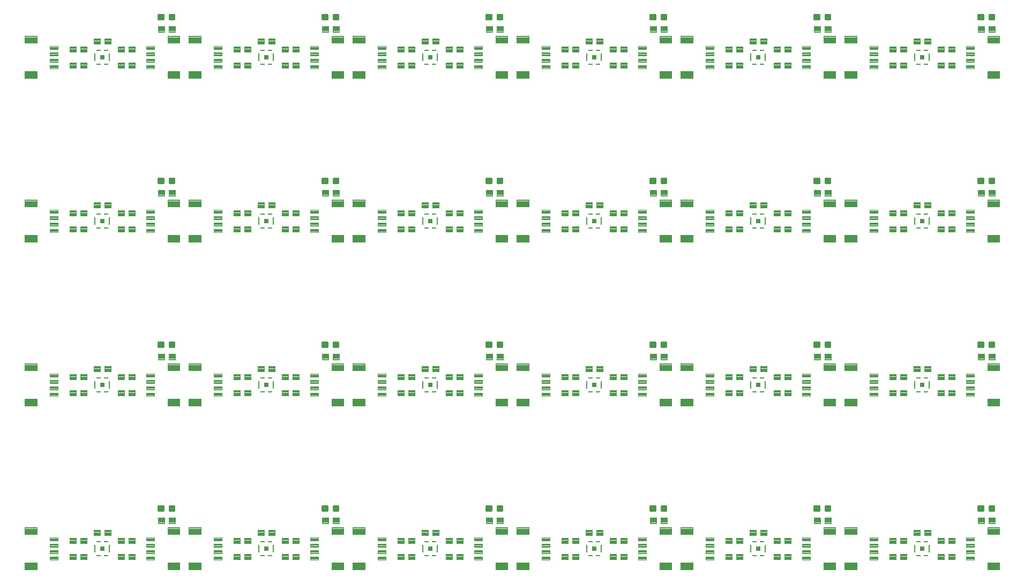
<source format=gtp>
G04 EAGLE Gerber RS-274X export*
G75*
%MOMM*%
%FSLAX34Y34*%
%LPD*%
%INSolderpaste Top*%
%IPPOS*%
%AMOC8*
5,1,8,0,0,1.08239X$1,22.5*%
G01*
%ADD10C,0.096000*%
%ADD11C,0.102000*%
%ADD12R,0.800000X0.250000*%
%ADD13R,0.250000X1.300000*%
%ADD14R,0.800000X0.800000*%
%ADD15C,0.100000*%
%ADD16C,0.300000*%


D10*
X249470Y104520D02*
X249470Y93480D01*
X230430Y93480D01*
X230430Y104520D01*
X249470Y104520D01*
X249470Y94392D02*
X230430Y94392D01*
X230430Y95304D02*
X249470Y95304D01*
X249470Y96216D02*
X230430Y96216D01*
X230430Y97128D02*
X249470Y97128D01*
X249470Y98040D02*
X230430Y98040D01*
X230430Y98952D02*
X249470Y98952D01*
X249470Y99864D02*
X230430Y99864D01*
X230430Y100776D02*
X249470Y100776D01*
X249470Y101688D02*
X230430Y101688D01*
X230430Y102600D02*
X249470Y102600D01*
X249470Y103512D02*
X230430Y103512D01*
X230430Y104424D02*
X249470Y104424D01*
X249470Y149480D02*
X249470Y160520D01*
X249470Y149480D02*
X230430Y149480D01*
X230430Y160520D01*
X249470Y160520D01*
X249470Y150392D02*
X230430Y150392D01*
X230430Y151304D02*
X249470Y151304D01*
X249470Y152216D02*
X230430Y152216D01*
X230430Y153128D02*
X249470Y153128D01*
X249470Y154040D02*
X230430Y154040D01*
X230430Y154952D02*
X249470Y154952D01*
X249470Y155864D02*
X230430Y155864D01*
X230430Y156776D02*
X249470Y156776D01*
X249470Y157688D02*
X230430Y157688D01*
X230430Y158600D02*
X249470Y158600D01*
X249470Y159512D02*
X230430Y159512D01*
X230430Y160424D02*
X249470Y160424D01*
D11*
X209440Y114490D02*
X209440Y109510D01*
X196960Y109510D01*
X196960Y114490D01*
X209440Y114490D01*
X209440Y110479D02*
X196960Y110479D01*
X196960Y111448D02*
X209440Y111448D01*
X209440Y112417D02*
X196960Y112417D01*
X196960Y113386D02*
X209440Y113386D01*
X209440Y114355D02*
X196960Y114355D01*
X209440Y119510D02*
X209440Y124490D01*
X209440Y119510D02*
X196960Y119510D01*
X196960Y124490D01*
X209440Y124490D01*
X209440Y120479D02*
X196960Y120479D01*
X196960Y121448D02*
X209440Y121448D01*
X209440Y122417D02*
X196960Y122417D01*
X196960Y123386D02*
X209440Y123386D01*
X209440Y124355D02*
X196960Y124355D01*
X209440Y129510D02*
X209440Y134490D01*
X209440Y129510D02*
X196960Y129510D01*
X196960Y134490D01*
X209440Y134490D01*
X209440Y130479D02*
X196960Y130479D01*
X196960Y131448D02*
X209440Y131448D01*
X209440Y132417D02*
X196960Y132417D01*
X196960Y133386D02*
X209440Y133386D01*
X209440Y134355D02*
X196960Y134355D01*
X209440Y139510D02*
X209440Y144490D01*
X209440Y139510D02*
X196960Y139510D01*
X196960Y144490D01*
X209440Y144490D01*
X209440Y140479D02*
X196960Y140479D01*
X196960Y141448D02*
X209440Y141448D01*
X209440Y142417D02*
X196960Y142417D01*
X196960Y143386D02*
X209440Y143386D01*
X209440Y144355D02*
X196960Y144355D01*
D10*
X4530Y149480D02*
X4530Y160520D01*
X23570Y160520D01*
X23570Y149480D01*
X4530Y149480D01*
X4530Y150392D02*
X23570Y150392D01*
X23570Y151304D02*
X4530Y151304D01*
X4530Y152216D02*
X23570Y152216D01*
X23570Y153128D02*
X4530Y153128D01*
X4530Y154040D02*
X23570Y154040D01*
X23570Y154952D02*
X4530Y154952D01*
X4530Y155864D02*
X23570Y155864D01*
X23570Y156776D02*
X4530Y156776D01*
X4530Y157688D02*
X23570Y157688D01*
X23570Y158600D02*
X4530Y158600D01*
X4530Y159512D02*
X23570Y159512D01*
X23570Y160424D02*
X4530Y160424D01*
X4530Y104520D02*
X4530Y93480D01*
X4530Y104520D02*
X23570Y104520D01*
X23570Y93480D01*
X4530Y93480D01*
X4530Y94392D02*
X23570Y94392D01*
X23570Y95304D02*
X4530Y95304D01*
X4530Y96216D02*
X23570Y96216D01*
X23570Y97128D02*
X4530Y97128D01*
X4530Y98040D02*
X23570Y98040D01*
X23570Y98952D02*
X4530Y98952D01*
X4530Y99864D02*
X23570Y99864D01*
X23570Y100776D02*
X4530Y100776D01*
X4530Y101688D02*
X23570Y101688D01*
X23570Y102600D02*
X4530Y102600D01*
X4530Y103512D02*
X23570Y103512D01*
X23570Y104424D02*
X4530Y104424D01*
D11*
X44560Y139510D02*
X44560Y144490D01*
X57040Y144490D01*
X57040Y139510D01*
X44560Y139510D01*
X44560Y140479D02*
X57040Y140479D01*
X57040Y141448D02*
X44560Y141448D01*
X44560Y142417D02*
X57040Y142417D01*
X57040Y143386D02*
X44560Y143386D01*
X44560Y144355D02*
X57040Y144355D01*
X44560Y134490D02*
X44560Y129510D01*
X44560Y134490D02*
X57040Y134490D01*
X57040Y129510D01*
X44560Y129510D01*
X44560Y130479D02*
X57040Y130479D01*
X57040Y131448D02*
X44560Y131448D01*
X44560Y132417D02*
X57040Y132417D01*
X57040Y133386D02*
X44560Y133386D01*
X44560Y134355D02*
X57040Y134355D01*
X44560Y124490D02*
X44560Y119510D01*
X44560Y124490D02*
X57040Y124490D01*
X57040Y119510D01*
X44560Y119510D01*
X44560Y120479D02*
X57040Y120479D01*
X57040Y121448D02*
X44560Y121448D01*
X44560Y122417D02*
X57040Y122417D01*
X57040Y123386D02*
X44560Y123386D01*
X44560Y124355D02*
X57040Y124355D01*
X44560Y114490D02*
X44560Y109510D01*
X44560Y114490D02*
X57040Y114490D01*
X57040Y109510D01*
X44560Y109510D01*
X44560Y110479D02*
X57040Y110479D01*
X57040Y111448D02*
X44560Y111448D01*
X44560Y112417D02*
X57040Y112417D01*
X57040Y113386D02*
X44560Y113386D01*
X44560Y114355D02*
X57040Y114355D01*
D12*
X121250Y115750D03*
X132750Y115750D03*
X121250Y138250D03*
X132750Y138250D03*
D13*
X115750Y127000D03*
X138250Y127000D03*
D14*
X127000Y127000D03*
D15*
X123500Y147900D02*
X113500Y147900D01*
X113500Y156900D01*
X123500Y156900D01*
X123500Y147900D01*
X123500Y148850D02*
X113500Y148850D01*
X113500Y149800D02*
X123500Y149800D01*
X123500Y150750D02*
X113500Y150750D01*
X113500Y151700D02*
X123500Y151700D01*
X123500Y152650D02*
X113500Y152650D01*
X113500Y153600D02*
X123500Y153600D01*
X123500Y154550D02*
X113500Y154550D01*
X113500Y155500D02*
X123500Y155500D01*
X123500Y156450D02*
X113500Y156450D01*
X130500Y147900D02*
X140500Y147900D01*
X130500Y147900D02*
X130500Y156900D01*
X140500Y156900D01*
X140500Y147900D01*
X140500Y148850D02*
X130500Y148850D01*
X130500Y149800D02*
X140500Y149800D01*
X140500Y150750D02*
X130500Y150750D01*
X130500Y151700D02*
X140500Y151700D01*
X140500Y152650D02*
X130500Y152650D01*
X130500Y153600D02*
X140500Y153600D01*
X140500Y154550D02*
X130500Y154550D01*
X130500Y155500D02*
X140500Y155500D01*
X140500Y156450D02*
X130500Y156450D01*
X168600Y144200D02*
X178600Y144200D01*
X178600Y135200D01*
X168600Y135200D01*
X168600Y144200D01*
X168600Y136150D02*
X178600Y136150D01*
X178600Y137100D02*
X168600Y137100D01*
X168600Y138050D02*
X178600Y138050D01*
X178600Y139000D02*
X168600Y139000D01*
X168600Y139950D02*
X178600Y139950D01*
X178600Y140900D02*
X168600Y140900D01*
X168600Y141850D02*
X178600Y141850D01*
X178600Y142800D02*
X168600Y142800D01*
X168600Y143750D02*
X178600Y143750D01*
X161600Y144200D02*
X151600Y144200D01*
X161600Y144200D02*
X161600Y135200D01*
X151600Y135200D01*
X151600Y144200D01*
X151600Y136150D02*
X161600Y136150D01*
X161600Y137100D02*
X151600Y137100D01*
X151600Y138050D02*
X161600Y138050D01*
X161600Y139000D02*
X151600Y139000D01*
X151600Y139950D02*
X161600Y139950D01*
X161600Y140900D02*
X151600Y140900D01*
X151600Y141850D02*
X161600Y141850D01*
X161600Y142800D02*
X151600Y142800D01*
X151600Y143750D02*
X161600Y143750D01*
X102400Y144200D02*
X92400Y144200D01*
X102400Y144200D02*
X102400Y135200D01*
X92400Y135200D01*
X92400Y144200D01*
X92400Y136150D02*
X102400Y136150D01*
X102400Y137100D02*
X92400Y137100D01*
X92400Y138050D02*
X102400Y138050D01*
X102400Y139000D02*
X92400Y139000D01*
X92400Y139950D02*
X102400Y139950D01*
X102400Y140900D02*
X92400Y140900D01*
X92400Y141850D02*
X102400Y141850D01*
X102400Y142800D02*
X92400Y142800D01*
X92400Y143750D02*
X102400Y143750D01*
X85400Y144200D02*
X75400Y144200D01*
X85400Y144200D02*
X85400Y135200D01*
X75400Y135200D01*
X75400Y144200D01*
X75400Y136150D02*
X85400Y136150D01*
X85400Y137100D02*
X75400Y137100D01*
X75400Y138050D02*
X85400Y138050D01*
X85400Y139000D02*
X75400Y139000D01*
X75400Y139950D02*
X85400Y139950D01*
X85400Y140900D02*
X75400Y140900D01*
X75400Y141850D02*
X85400Y141850D01*
X85400Y142800D02*
X75400Y142800D01*
X75400Y143750D02*
X85400Y143750D01*
X92400Y118800D02*
X102400Y118800D01*
X102400Y109800D01*
X92400Y109800D01*
X92400Y118800D01*
X92400Y110750D02*
X102400Y110750D01*
X102400Y111700D02*
X92400Y111700D01*
X92400Y112650D02*
X102400Y112650D01*
X102400Y113600D02*
X92400Y113600D01*
X92400Y114550D02*
X102400Y114550D01*
X102400Y115500D02*
X92400Y115500D01*
X92400Y116450D02*
X102400Y116450D01*
X102400Y117400D02*
X92400Y117400D01*
X92400Y118350D02*
X102400Y118350D01*
X85400Y118800D02*
X75400Y118800D01*
X85400Y118800D02*
X85400Y109800D01*
X75400Y109800D01*
X75400Y118800D01*
X75400Y110750D02*
X85400Y110750D01*
X85400Y111700D02*
X75400Y111700D01*
X75400Y112650D02*
X85400Y112650D01*
X85400Y113600D02*
X75400Y113600D01*
X75400Y114550D02*
X85400Y114550D01*
X85400Y115500D02*
X75400Y115500D01*
X75400Y116450D02*
X85400Y116450D01*
X85400Y117400D02*
X75400Y117400D01*
X75400Y118350D02*
X85400Y118350D01*
X168600Y118800D02*
X178600Y118800D01*
X178600Y109800D01*
X168600Y109800D01*
X168600Y118800D01*
X168600Y110750D02*
X178600Y110750D01*
X178600Y111700D02*
X168600Y111700D01*
X168600Y112650D02*
X178600Y112650D01*
X178600Y113600D02*
X168600Y113600D01*
X168600Y114550D02*
X178600Y114550D01*
X178600Y115500D02*
X168600Y115500D01*
X168600Y116450D02*
X178600Y116450D01*
X178600Y117400D02*
X168600Y117400D01*
X168600Y118350D02*
X178600Y118350D01*
X161600Y118800D02*
X151600Y118800D01*
X161600Y118800D02*
X161600Y109800D01*
X151600Y109800D01*
X151600Y118800D01*
X151600Y110750D02*
X161600Y110750D01*
X161600Y111700D02*
X151600Y111700D01*
X151600Y112650D02*
X161600Y112650D01*
X161600Y113600D02*
X151600Y113600D01*
X151600Y114550D02*
X161600Y114550D01*
X161600Y115500D02*
X151600Y115500D01*
X151600Y116450D02*
X161600Y116450D01*
X161600Y117400D02*
X151600Y117400D01*
X151600Y118350D02*
X161600Y118350D01*
X215100Y166950D02*
X225100Y166950D01*
X215100Y166950D02*
X215100Y175950D01*
X225100Y175950D01*
X225100Y166950D01*
X225100Y167900D02*
X215100Y167900D01*
X215100Y168850D02*
X225100Y168850D01*
X225100Y169800D02*
X215100Y169800D01*
X215100Y170750D02*
X225100Y170750D01*
X225100Y171700D02*
X215100Y171700D01*
X215100Y172650D02*
X225100Y172650D01*
X225100Y173600D02*
X215100Y173600D01*
X215100Y174550D02*
X225100Y174550D01*
X225100Y175500D02*
X215100Y175500D01*
X232100Y166950D02*
X242100Y166950D01*
X232100Y166950D02*
X232100Y175950D01*
X242100Y175950D01*
X242100Y166950D01*
X242100Y167900D02*
X232100Y167900D01*
X232100Y168850D02*
X242100Y168850D01*
X242100Y169800D02*
X232100Y169800D01*
X232100Y170750D02*
X242100Y170750D01*
X242100Y171700D02*
X232100Y171700D01*
X232100Y172650D02*
X242100Y172650D01*
X242100Y173600D02*
X232100Y173600D01*
X232100Y174550D02*
X242100Y174550D01*
X242100Y175500D02*
X232100Y175500D01*
D16*
X233870Y187000D02*
X233870Y194000D01*
X240870Y194000D01*
X240870Y187000D01*
X233870Y187000D01*
X233870Y189850D02*
X240870Y189850D01*
X240870Y192700D02*
X233870Y192700D01*
X216330Y194000D02*
X216330Y187000D01*
X216330Y194000D02*
X223330Y194000D01*
X223330Y187000D01*
X216330Y187000D01*
X216330Y189850D02*
X223330Y189850D01*
X223330Y192700D02*
X216330Y192700D01*
D10*
X508550Y104520D02*
X508550Y93480D01*
X489510Y93480D01*
X489510Y104520D01*
X508550Y104520D01*
X508550Y94392D02*
X489510Y94392D01*
X489510Y95304D02*
X508550Y95304D01*
X508550Y96216D02*
X489510Y96216D01*
X489510Y97128D02*
X508550Y97128D01*
X508550Y98040D02*
X489510Y98040D01*
X489510Y98952D02*
X508550Y98952D01*
X508550Y99864D02*
X489510Y99864D01*
X489510Y100776D02*
X508550Y100776D01*
X508550Y101688D02*
X489510Y101688D01*
X489510Y102600D02*
X508550Y102600D01*
X508550Y103512D02*
X489510Y103512D01*
X489510Y104424D02*
X508550Y104424D01*
X508550Y149480D02*
X508550Y160520D01*
X508550Y149480D02*
X489510Y149480D01*
X489510Y160520D01*
X508550Y160520D01*
X508550Y150392D02*
X489510Y150392D01*
X489510Y151304D02*
X508550Y151304D01*
X508550Y152216D02*
X489510Y152216D01*
X489510Y153128D02*
X508550Y153128D01*
X508550Y154040D02*
X489510Y154040D01*
X489510Y154952D02*
X508550Y154952D01*
X508550Y155864D02*
X489510Y155864D01*
X489510Y156776D02*
X508550Y156776D01*
X508550Y157688D02*
X489510Y157688D01*
X489510Y158600D02*
X508550Y158600D01*
X508550Y159512D02*
X489510Y159512D01*
X489510Y160424D02*
X508550Y160424D01*
D11*
X468520Y114490D02*
X468520Y109510D01*
X456040Y109510D01*
X456040Y114490D01*
X468520Y114490D01*
X468520Y110479D02*
X456040Y110479D01*
X456040Y111448D02*
X468520Y111448D01*
X468520Y112417D02*
X456040Y112417D01*
X456040Y113386D02*
X468520Y113386D01*
X468520Y114355D02*
X456040Y114355D01*
X468520Y119510D02*
X468520Y124490D01*
X468520Y119510D02*
X456040Y119510D01*
X456040Y124490D01*
X468520Y124490D01*
X468520Y120479D02*
X456040Y120479D01*
X456040Y121448D02*
X468520Y121448D01*
X468520Y122417D02*
X456040Y122417D01*
X456040Y123386D02*
X468520Y123386D01*
X468520Y124355D02*
X456040Y124355D01*
X468520Y129510D02*
X468520Y134490D01*
X468520Y129510D02*
X456040Y129510D01*
X456040Y134490D01*
X468520Y134490D01*
X468520Y130479D02*
X456040Y130479D01*
X456040Y131448D02*
X468520Y131448D01*
X468520Y132417D02*
X456040Y132417D01*
X456040Y133386D02*
X468520Y133386D01*
X468520Y134355D02*
X456040Y134355D01*
X468520Y139510D02*
X468520Y144490D01*
X468520Y139510D02*
X456040Y139510D01*
X456040Y144490D01*
X468520Y144490D01*
X468520Y140479D02*
X456040Y140479D01*
X456040Y141448D02*
X468520Y141448D01*
X468520Y142417D02*
X456040Y142417D01*
X456040Y143386D02*
X468520Y143386D01*
X468520Y144355D02*
X456040Y144355D01*
D10*
X263610Y149480D02*
X263610Y160520D01*
X282650Y160520D01*
X282650Y149480D01*
X263610Y149480D01*
X263610Y150392D02*
X282650Y150392D01*
X282650Y151304D02*
X263610Y151304D01*
X263610Y152216D02*
X282650Y152216D01*
X282650Y153128D02*
X263610Y153128D01*
X263610Y154040D02*
X282650Y154040D01*
X282650Y154952D02*
X263610Y154952D01*
X263610Y155864D02*
X282650Y155864D01*
X282650Y156776D02*
X263610Y156776D01*
X263610Y157688D02*
X282650Y157688D01*
X282650Y158600D02*
X263610Y158600D01*
X263610Y159512D02*
X282650Y159512D01*
X282650Y160424D02*
X263610Y160424D01*
X263610Y104520D02*
X263610Y93480D01*
X263610Y104520D02*
X282650Y104520D01*
X282650Y93480D01*
X263610Y93480D01*
X263610Y94392D02*
X282650Y94392D01*
X282650Y95304D02*
X263610Y95304D01*
X263610Y96216D02*
X282650Y96216D01*
X282650Y97128D02*
X263610Y97128D01*
X263610Y98040D02*
X282650Y98040D01*
X282650Y98952D02*
X263610Y98952D01*
X263610Y99864D02*
X282650Y99864D01*
X282650Y100776D02*
X263610Y100776D01*
X263610Y101688D02*
X282650Y101688D01*
X282650Y102600D02*
X263610Y102600D01*
X263610Y103512D02*
X282650Y103512D01*
X282650Y104424D02*
X263610Y104424D01*
D11*
X303640Y139510D02*
X303640Y144490D01*
X316120Y144490D01*
X316120Y139510D01*
X303640Y139510D01*
X303640Y140479D02*
X316120Y140479D01*
X316120Y141448D02*
X303640Y141448D01*
X303640Y142417D02*
X316120Y142417D01*
X316120Y143386D02*
X303640Y143386D01*
X303640Y144355D02*
X316120Y144355D01*
X303640Y134490D02*
X303640Y129510D01*
X303640Y134490D02*
X316120Y134490D01*
X316120Y129510D01*
X303640Y129510D01*
X303640Y130479D02*
X316120Y130479D01*
X316120Y131448D02*
X303640Y131448D01*
X303640Y132417D02*
X316120Y132417D01*
X316120Y133386D02*
X303640Y133386D01*
X303640Y134355D02*
X316120Y134355D01*
X303640Y124490D02*
X303640Y119510D01*
X303640Y124490D02*
X316120Y124490D01*
X316120Y119510D01*
X303640Y119510D01*
X303640Y120479D02*
X316120Y120479D01*
X316120Y121448D02*
X303640Y121448D01*
X303640Y122417D02*
X316120Y122417D01*
X316120Y123386D02*
X303640Y123386D01*
X303640Y124355D02*
X316120Y124355D01*
X303640Y114490D02*
X303640Y109510D01*
X303640Y114490D02*
X316120Y114490D01*
X316120Y109510D01*
X303640Y109510D01*
X303640Y110479D02*
X316120Y110479D01*
X316120Y111448D02*
X303640Y111448D01*
X303640Y112417D02*
X316120Y112417D01*
X316120Y113386D02*
X303640Y113386D01*
X303640Y114355D02*
X316120Y114355D01*
D12*
X380330Y115750D03*
X391830Y115750D03*
X380330Y138250D03*
X391830Y138250D03*
D13*
X374830Y127000D03*
X397330Y127000D03*
D14*
X386080Y127000D03*
D15*
X382580Y147900D02*
X372580Y147900D01*
X372580Y156900D01*
X382580Y156900D01*
X382580Y147900D01*
X382580Y148850D02*
X372580Y148850D01*
X372580Y149800D02*
X382580Y149800D01*
X382580Y150750D02*
X372580Y150750D01*
X372580Y151700D02*
X382580Y151700D01*
X382580Y152650D02*
X372580Y152650D01*
X372580Y153600D02*
X382580Y153600D01*
X382580Y154550D02*
X372580Y154550D01*
X372580Y155500D02*
X382580Y155500D01*
X382580Y156450D02*
X372580Y156450D01*
X389580Y147900D02*
X399580Y147900D01*
X389580Y147900D02*
X389580Y156900D01*
X399580Y156900D01*
X399580Y147900D01*
X399580Y148850D02*
X389580Y148850D01*
X389580Y149800D02*
X399580Y149800D01*
X399580Y150750D02*
X389580Y150750D01*
X389580Y151700D02*
X399580Y151700D01*
X399580Y152650D02*
X389580Y152650D01*
X389580Y153600D02*
X399580Y153600D01*
X399580Y154550D02*
X389580Y154550D01*
X389580Y155500D02*
X399580Y155500D01*
X399580Y156450D02*
X389580Y156450D01*
X427680Y144200D02*
X437680Y144200D01*
X437680Y135200D01*
X427680Y135200D01*
X427680Y144200D01*
X427680Y136150D02*
X437680Y136150D01*
X437680Y137100D02*
X427680Y137100D01*
X427680Y138050D02*
X437680Y138050D01*
X437680Y139000D02*
X427680Y139000D01*
X427680Y139950D02*
X437680Y139950D01*
X437680Y140900D02*
X427680Y140900D01*
X427680Y141850D02*
X437680Y141850D01*
X437680Y142800D02*
X427680Y142800D01*
X427680Y143750D02*
X437680Y143750D01*
X420680Y144200D02*
X410680Y144200D01*
X420680Y144200D02*
X420680Y135200D01*
X410680Y135200D01*
X410680Y144200D01*
X410680Y136150D02*
X420680Y136150D01*
X420680Y137100D02*
X410680Y137100D01*
X410680Y138050D02*
X420680Y138050D01*
X420680Y139000D02*
X410680Y139000D01*
X410680Y139950D02*
X420680Y139950D01*
X420680Y140900D02*
X410680Y140900D01*
X410680Y141850D02*
X420680Y141850D01*
X420680Y142800D02*
X410680Y142800D01*
X410680Y143750D02*
X420680Y143750D01*
X361480Y144200D02*
X351480Y144200D01*
X361480Y144200D02*
X361480Y135200D01*
X351480Y135200D01*
X351480Y144200D01*
X351480Y136150D02*
X361480Y136150D01*
X361480Y137100D02*
X351480Y137100D01*
X351480Y138050D02*
X361480Y138050D01*
X361480Y139000D02*
X351480Y139000D01*
X351480Y139950D02*
X361480Y139950D01*
X361480Y140900D02*
X351480Y140900D01*
X351480Y141850D02*
X361480Y141850D01*
X361480Y142800D02*
X351480Y142800D01*
X351480Y143750D02*
X361480Y143750D01*
X344480Y144200D02*
X334480Y144200D01*
X344480Y144200D02*
X344480Y135200D01*
X334480Y135200D01*
X334480Y144200D01*
X334480Y136150D02*
X344480Y136150D01*
X344480Y137100D02*
X334480Y137100D01*
X334480Y138050D02*
X344480Y138050D01*
X344480Y139000D02*
X334480Y139000D01*
X334480Y139950D02*
X344480Y139950D01*
X344480Y140900D02*
X334480Y140900D01*
X334480Y141850D02*
X344480Y141850D01*
X344480Y142800D02*
X334480Y142800D01*
X334480Y143750D02*
X344480Y143750D01*
X351480Y118800D02*
X361480Y118800D01*
X361480Y109800D01*
X351480Y109800D01*
X351480Y118800D01*
X351480Y110750D02*
X361480Y110750D01*
X361480Y111700D02*
X351480Y111700D01*
X351480Y112650D02*
X361480Y112650D01*
X361480Y113600D02*
X351480Y113600D01*
X351480Y114550D02*
X361480Y114550D01*
X361480Y115500D02*
X351480Y115500D01*
X351480Y116450D02*
X361480Y116450D01*
X361480Y117400D02*
X351480Y117400D01*
X351480Y118350D02*
X361480Y118350D01*
X344480Y118800D02*
X334480Y118800D01*
X344480Y118800D02*
X344480Y109800D01*
X334480Y109800D01*
X334480Y118800D01*
X334480Y110750D02*
X344480Y110750D01*
X344480Y111700D02*
X334480Y111700D01*
X334480Y112650D02*
X344480Y112650D01*
X344480Y113600D02*
X334480Y113600D01*
X334480Y114550D02*
X344480Y114550D01*
X344480Y115500D02*
X334480Y115500D01*
X334480Y116450D02*
X344480Y116450D01*
X344480Y117400D02*
X334480Y117400D01*
X334480Y118350D02*
X344480Y118350D01*
X427680Y118800D02*
X437680Y118800D01*
X437680Y109800D01*
X427680Y109800D01*
X427680Y118800D01*
X427680Y110750D02*
X437680Y110750D01*
X437680Y111700D02*
X427680Y111700D01*
X427680Y112650D02*
X437680Y112650D01*
X437680Y113600D02*
X427680Y113600D01*
X427680Y114550D02*
X437680Y114550D01*
X437680Y115500D02*
X427680Y115500D01*
X427680Y116450D02*
X437680Y116450D01*
X437680Y117400D02*
X427680Y117400D01*
X427680Y118350D02*
X437680Y118350D01*
X420680Y118800D02*
X410680Y118800D01*
X420680Y118800D02*
X420680Y109800D01*
X410680Y109800D01*
X410680Y118800D01*
X410680Y110750D02*
X420680Y110750D01*
X420680Y111700D02*
X410680Y111700D01*
X410680Y112650D02*
X420680Y112650D01*
X420680Y113600D02*
X410680Y113600D01*
X410680Y114550D02*
X420680Y114550D01*
X420680Y115500D02*
X410680Y115500D01*
X410680Y116450D02*
X420680Y116450D01*
X420680Y117400D02*
X410680Y117400D01*
X410680Y118350D02*
X420680Y118350D01*
X474180Y166950D02*
X484180Y166950D01*
X474180Y166950D02*
X474180Y175950D01*
X484180Y175950D01*
X484180Y166950D01*
X484180Y167900D02*
X474180Y167900D01*
X474180Y168850D02*
X484180Y168850D01*
X484180Y169800D02*
X474180Y169800D01*
X474180Y170750D02*
X484180Y170750D01*
X484180Y171700D02*
X474180Y171700D01*
X474180Y172650D02*
X484180Y172650D01*
X484180Y173600D02*
X474180Y173600D01*
X474180Y174550D02*
X484180Y174550D01*
X484180Y175500D02*
X474180Y175500D01*
X491180Y166950D02*
X501180Y166950D01*
X491180Y166950D02*
X491180Y175950D01*
X501180Y175950D01*
X501180Y166950D01*
X501180Y167900D02*
X491180Y167900D01*
X491180Y168850D02*
X501180Y168850D01*
X501180Y169800D02*
X491180Y169800D01*
X491180Y170750D02*
X501180Y170750D01*
X501180Y171700D02*
X491180Y171700D01*
X491180Y172650D02*
X501180Y172650D01*
X501180Y173600D02*
X491180Y173600D01*
X491180Y174550D02*
X501180Y174550D01*
X501180Y175500D02*
X491180Y175500D01*
D16*
X492950Y187000D02*
X492950Y194000D01*
X499950Y194000D01*
X499950Y187000D01*
X492950Y187000D01*
X492950Y189850D02*
X499950Y189850D01*
X499950Y192700D02*
X492950Y192700D01*
X475410Y194000D02*
X475410Y187000D01*
X475410Y194000D02*
X482410Y194000D01*
X482410Y187000D01*
X475410Y187000D01*
X475410Y189850D02*
X482410Y189850D01*
X482410Y192700D02*
X475410Y192700D01*
D10*
X767630Y104520D02*
X767630Y93480D01*
X748590Y93480D01*
X748590Y104520D01*
X767630Y104520D01*
X767630Y94392D02*
X748590Y94392D01*
X748590Y95304D02*
X767630Y95304D01*
X767630Y96216D02*
X748590Y96216D01*
X748590Y97128D02*
X767630Y97128D01*
X767630Y98040D02*
X748590Y98040D01*
X748590Y98952D02*
X767630Y98952D01*
X767630Y99864D02*
X748590Y99864D01*
X748590Y100776D02*
X767630Y100776D01*
X767630Y101688D02*
X748590Y101688D01*
X748590Y102600D02*
X767630Y102600D01*
X767630Y103512D02*
X748590Y103512D01*
X748590Y104424D02*
X767630Y104424D01*
X767630Y149480D02*
X767630Y160520D01*
X767630Y149480D02*
X748590Y149480D01*
X748590Y160520D01*
X767630Y160520D01*
X767630Y150392D02*
X748590Y150392D01*
X748590Y151304D02*
X767630Y151304D01*
X767630Y152216D02*
X748590Y152216D01*
X748590Y153128D02*
X767630Y153128D01*
X767630Y154040D02*
X748590Y154040D01*
X748590Y154952D02*
X767630Y154952D01*
X767630Y155864D02*
X748590Y155864D01*
X748590Y156776D02*
X767630Y156776D01*
X767630Y157688D02*
X748590Y157688D01*
X748590Y158600D02*
X767630Y158600D01*
X767630Y159512D02*
X748590Y159512D01*
X748590Y160424D02*
X767630Y160424D01*
D11*
X727600Y114490D02*
X727600Y109510D01*
X715120Y109510D01*
X715120Y114490D01*
X727600Y114490D01*
X727600Y110479D02*
X715120Y110479D01*
X715120Y111448D02*
X727600Y111448D01*
X727600Y112417D02*
X715120Y112417D01*
X715120Y113386D02*
X727600Y113386D01*
X727600Y114355D02*
X715120Y114355D01*
X727600Y119510D02*
X727600Y124490D01*
X727600Y119510D02*
X715120Y119510D01*
X715120Y124490D01*
X727600Y124490D01*
X727600Y120479D02*
X715120Y120479D01*
X715120Y121448D02*
X727600Y121448D01*
X727600Y122417D02*
X715120Y122417D01*
X715120Y123386D02*
X727600Y123386D01*
X727600Y124355D02*
X715120Y124355D01*
X727600Y129510D02*
X727600Y134490D01*
X727600Y129510D02*
X715120Y129510D01*
X715120Y134490D01*
X727600Y134490D01*
X727600Y130479D02*
X715120Y130479D01*
X715120Y131448D02*
X727600Y131448D01*
X727600Y132417D02*
X715120Y132417D01*
X715120Y133386D02*
X727600Y133386D01*
X727600Y134355D02*
X715120Y134355D01*
X727600Y139510D02*
X727600Y144490D01*
X727600Y139510D02*
X715120Y139510D01*
X715120Y144490D01*
X727600Y144490D01*
X727600Y140479D02*
X715120Y140479D01*
X715120Y141448D02*
X727600Y141448D01*
X727600Y142417D02*
X715120Y142417D01*
X715120Y143386D02*
X727600Y143386D01*
X727600Y144355D02*
X715120Y144355D01*
D10*
X522690Y149480D02*
X522690Y160520D01*
X541730Y160520D01*
X541730Y149480D01*
X522690Y149480D01*
X522690Y150392D02*
X541730Y150392D01*
X541730Y151304D02*
X522690Y151304D01*
X522690Y152216D02*
X541730Y152216D01*
X541730Y153128D02*
X522690Y153128D01*
X522690Y154040D02*
X541730Y154040D01*
X541730Y154952D02*
X522690Y154952D01*
X522690Y155864D02*
X541730Y155864D01*
X541730Y156776D02*
X522690Y156776D01*
X522690Y157688D02*
X541730Y157688D01*
X541730Y158600D02*
X522690Y158600D01*
X522690Y159512D02*
X541730Y159512D01*
X541730Y160424D02*
X522690Y160424D01*
X522690Y104520D02*
X522690Y93480D01*
X522690Y104520D02*
X541730Y104520D01*
X541730Y93480D01*
X522690Y93480D01*
X522690Y94392D02*
X541730Y94392D01*
X541730Y95304D02*
X522690Y95304D01*
X522690Y96216D02*
X541730Y96216D01*
X541730Y97128D02*
X522690Y97128D01*
X522690Y98040D02*
X541730Y98040D01*
X541730Y98952D02*
X522690Y98952D01*
X522690Y99864D02*
X541730Y99864D01*
X541730Y100776D02*
X522690Y100776D01*
X522690Y101688D02*
X541730Y101688D01*
X541730Y102600D02*
X522690Y102600D01*
X522690Y103512D02*
X541730Y103512D01*
X541730Y104424D02*
X522690Y104424D01*
D11*
X562720Y139510D02*
X562720Y144490D01*
X575200Y144490D01*
X575200Y139510D01*
X562720Y139510D01*
X562720Y140479D02*
X575200Y140479D01*
X575200Y141448D02*
X562720Y141448D01*
X562720Y142417D02*
X575200Y142417D01*
X575200Y143386D02*
X562720Y143386D01*
X562720Y144355D02*
X575200Y144355D01*
X562720Y134490D02*
X562720Y129510D01*
X562720Y134490D02*
X575200Y134490D01*
X575200Y129510D01*
X562720Y129510D01*
X562720Y130479D02*
X575200Y130479D01*
X575200Y131448D02*
X562720Y131448D01*
X562720Y132417D02*
X575200Y132417D01*
X575200Y133386D02*
X562720Y133386D01*
X562720Y134355D02*
X575200Y134355D01*
X562720Y124490D02*
X562720Y119510D01*
X562720Y124490D02*
X575200Y124490D01*
X575200Y119510D01*
X562720Y119510D01*
X562720Y120479D02*
X575200Y120479D01*
X575200Y121448D02*
X562720Y121448D01*
X562720Y122417D02*
X575200Y122417D01*
X575200Y123386D02*
X562720Y123386D01*
X562720Y124355D02*
X575200Y124355D01*
X562720Y114490D02*
X562720Y109510D01*
X562720Y114490D02*
X575200Y114490D01*
X575200Y109510D01*
X562720Y109510D01*
X562720Y110479D02*
X575200Y110479D01*
X575200Y111448D02*
X562720Y111448D01*
X562720Y112417D02*
X575200Y112417D01*
X575200Y113386D02*
X562720Y113386D01*
X562720Y114355D02*
X575200Y114355D01*
D12*
X639410Y115750D03*
X650910Y115750D03*
X639410Y138250D03*
X650910Y138250D03*
D13*
X633910Y127000D03*
X656410Y127000D03*
D14*
X645160Y127000D03*
D15*
X641660Y147900D02*
X631660Y147900D01*
X631660Y156900D01*
X641660Y156900D01*
X641660Y147900D01*
X641660Y148850D02*
X631660Y148850D01*
X631660Y149800D02*
X641660Y149800D01*
X641660Y150750D02*
X631660Y150750D01*
X631660Y151700D02*
X641660Y151700D01*
X641660Y152650D02*
X631660Y152650D01*
X631660Y153600D02*
X641660Y153600D01*
X641660Y154550D02*
X631660Y154550D01*
X631660Y155500D02*
X641660Y155500D01*
X641660Y156450D02*
X631660Y156450D01*
X648660Y147900D02*
X658660Y147900D01*
X648660Y147900D02*
X648660Y156900D01*
X658660Y156900D01*
X658660Y147900D01*
X658660Y148850D02*
X648660Y148850D01*
X648660Y149800D02*
X658660Y149800D01*
X658660Y150750D02*
X648660Y150750D01*
X648660Y151700D02*
X658660Y151700D01*
X658660Y152650D02*
X648660Y152650D01*
X648660Y153600D02*
X658660Y153600D01*
X658660Y154550D02*
X648660Y154550D01*
X648660Y155500D02*
X658660Y155500D01*
X658660Y156450D02*
X648660Y156450D01*
X686760Y144200D02*
X696760Y144200D01*
X696760Y135200D01*
X686760Y135200D01*
X686760Y144200D01*
X686760Y136150D02*
X696760Y136150D01*
X696760Y137100D02*
X686760Y137100D01*
X686760Y138050D02*
X696760Y138050D01*
X696760Y139000D02*
X686760Y139000D01*
X686760Y139950D02*
X696760Y139950D01*
X696760Y140900D02*
X686760Y140900D01*
X686760Y141850D02*
X696760Y141850D01*
X696760Y142800D02*
X686760Y142800D01*
X686760Y143750D02*
X696760Y143750D01*
X679760Y144200D02*
X669760Y144200D01*
X679760Y144200D02*
X679760Y135200D01*
X669760Y135200D01*
X669760Y144200D01*
X669760Y136150D02*
X679760Y136150D01*
X679760Y137100D02*
X669760Y137100D01*
X669760Y138050D02*
X679760Y138050D01*
X679760Y139000D02*
X669760Y139000D01*
X669760Y139950D02*
X679760Y139950D01*
X679760Y140900D02*
X669760Y140900D01*
X669760Y141850D02*
X679760Y141850D01*
X679760Y142800D02*
X669760Y142800D01*
X669760Y143750D02*
X679760Y143750D01*
X620560Y144200D02*
X610560Y144200D01*
X620560Y144200D02*
X620560Y135200D01*
X610560Y135200D01*
X610560Y144200D01*
X610560Y136150D02*
X620560Y136150D01*
X620560Y137100D02*
X610560Y137100D01*
X610560Y138050D02*
X620560Y138050D01*
X620560Y139000D02*
X610560Y139000D01*
X610560Y139950D02*
X620560Y139950D01*
X620560Y140900D02*
X610560Y140900D01*
X610560Y141850D02*
X620560Y141850D01*
X620560Y142800D02*
X610560Y142800D01*
X610560Y143750D02*
X620560Y143750D01*
X603560Y144200D02*
X593560Y144200D01*
X603560Y144200D02*
X603560Y135200D01*
X593560Y135200D01*
X593560Y144200D01*
X593560Y136150D02*
X603560Y136150D01*
X603560Y137100D02*
X593560Y137100D01*
X593560Y138050D02*
X603560Y138050D01*
X603560Y139000D02*
X593560Y139000D01*
X593560Y139950D02*
X603560Y139950D01*
X603560Y140900D02*
X593560Y140900D01*
X593560Y141850D02*
X603560Y141850D01*
X603560Y142800D02*
X593560Y142800D01*
X593560Y143750D02*
X603560Y143750D01*
X610560Y118800D02*
X620560Y118800D01*
X620560Y109800D01*
X610560Y109800D01*
X610560Y118800D01*
X610560Y110750D02*
X620560Y110750D01*
X620560Y111700D02*
X610560Y111700D01*
X610560Y112650D02*
X620560Y112650D01*
X620560Y113600D02*
X610560Y113600D01*
X610560Y114550D02*
X620560Y114550D01*
X620560Y115500D02*
X610560Y115500D01*
X610560Y116450D02*
X620560Y116450D01*
X620560Y117400D02*
X610560Y117400D01*
X610560Y118350D02*
X620560Y118350D01*
X603560Y118800D02*
X593560Y118800D01*
X603560Y118800D02*
X603560Y109800D01*
X593560Y109800D01*
X593560Y118800D01*
X593560Y110750D02*
X603560Y110750D01*
X603560Y111700D02*
X593560Y111700D01*
X593560Y112650D02*
X603560Y112650D01*
X603560Y113600D02*
X593560Y113600D01*
X593560Y114550D02*
X603560Y114550D01*
X603560Y115500D02*
X593560Y115500D01*
X593560Y116450D02*
X603560Y116450D01*
X603560Y117400D02*
X593560Y117400D01*
X593560Y118350D02*
X603560Y118350D01*
X686760Y118800D02*
X696760Y118800D01*
X696760Y109800D01*
X686760Y109800D01*
X686760Y118800D01*
X686760Y110750D02*
X696760Y110750D01*
X696760Y111700D02*
X686760Y111700D01*
X686760Y112650D02*
X696760Y112650D01*
X696760Y113600D02*
X686760Y113600D01*
X686760Y114550D02*
X696760Y114550D01*
X696760Y115500D02*
X686760Y115500D01*
X686760Y116450D02*
X696760Y116450D01*
X696760Y117400D02*
X686760Y117400D01*
X686760Y118350D02*
X696760Y118350D01*
X679760Y118800D02*
X669760Y118800D01*
X679760Y118800D02*
X679760Y109800D01*
X669760Y109800D01*
X669760Y118800D01*
X669760Y110750D02*
X679760Y110750D01*
X679760Y111700D02*
X669760Y111700D01*
X669760Y112650D02*
X679760Y112650D01*
X679760Y113600D02*
X669760Y113600D01*
X669760Y114550D02*
X679760Y114550D01*
X679760Y115500D02*
X669760Y115500D01*
X669760Y116450D02*
X679760Y116450D01*
X679760Y117400D02*
X669760Y117400D01*
X669760Y118350D02*
X679760Y118350D01*
X733260Y166950D02*
X743260Y166950D01*
X733260Y166950D02*
X733260Y175950D01*
X743260Y175950D01*
X743260Y166950D01*
X743260Y167900D02*
X733260Y167900D01*
X733260Y168850D02*
X743260Y168850D01*
X743260Y169800D02*
X733260Y169800D01*
X733260Y170750D02*
X743260Y170750D01*
X743260Y171700D02*
X733260Y171700D01*
X733260Y172650D02*
X743260Y172650D01*
X743260Y173600D02*
X733260Y173600D01*
X733260Y174550D02*
X743260Y174550D01*
X743260Y175500D02*
X733260Y175500D01*
X750260Y166950D02*
X760260Y166950D01*
X750260Y166950D02*
X750260Y175950D01*
X760260Y175950D01*
X760260Y166950D01*
X760260Y167900D02*
X750260Y167900D01*
X750260Y168850D02*
X760260Y168850D01*
X760260Y169800D02*
X750260Y169800D01*
X750260Y170750D02*
X760260Y170750D01*
X760260Y171700D02*
X750260Y171700D01*
X750260Y172650D02*
X760260Y172650D01*
X760260Y173600D02*
X750260Y173600D01*
X750260Y174550D02*
X760260Y174550D01*
X760260Y175500D02*
X750260Y175500D01*
D16*
X752030Y187000D02*
X752030Y194000D01*
X759030Y194000D01*
X759030Y187000D01*
X752030Y187000D01*
X752030Y189850D02*
X759030Y189850D01*
X759030Y192700D02*
X752030Y192700D01*
X734490Y194000D02*
X734490Y187000D01*
X734490Y194000D02*
X741490Y194000D01*
X741490Y187000D01*
X734490Y187000D01*
X734490Y189850D02*
X741490Y189850D01*
X741490Y192700D02*
X734490Y192700D01*
D10*
X1026710Y104520D02*
X1026710Y93480D01*
X1007670Y93480D01*
X1007670Y104520D01*
X1026710Y104520D01*
X1026710Y94392D02*
X1007670Y94392D01*
X1007670Y95304D02*
X1026710Y95304D01*
X1026710Y96216D02*
X1007670Y96216D01*
X1007670Y97128D02*
X1026710Y97128D01*
X1026710Y98040D02*
X1007670Y98040D01*
X1007670Y98952D02*
X1026710Y98952D01*
X1026710Y99864D02*
X1007670Y99864D01*
X1007670Y100776D02*
X1026710Y100776D01*
X1026710Y101688D02*
X1007670Y101688D01*
X1007670Y102600D02*
X1026710Y102600D01*
X1026710Y103512D02*
X1007670Y103512D01*
X1007670Y104424D02*
X1026710Y104424D01*
X1026710Y149480D02*
X1026710Y160520D01*
X1026710Y149480D02*
X1007670Y149480D01*
X1007670Y160520D01*
X1026710Y160520D01*
X1026710Y150392D02*
X1007670Y150392D01*
X1007670Y151304D02*
X1026710Y151304D01*
X1026710Y152216D02*
X1007670Y152216D01*
X1007670Y153128D02*
X1026710Y153128D01*
X1026710Y154040D02*
X1007670Y154040D01*
X1007670Y154952D02*
X1026710Y154952D01*
X1026710Y155864D02*
X1007670Y155864D01*
X1007670Y156776D02*
X1026710Y156776D01*
X1026710Y157688D02*
X1007670Y157688D01*
X1007670Y158600D02*
X1026710Y158600D01*
X1026710Y159512D02*
X1007670Y159512D01*
X1007670Y160424D02*
X1026710Y160424D01*
D11*
X986680Y114490D02*
X986680Y109510D01*
X974200Y109510D01*
X974200Y114490D01*
X986680Y114490D01*
X986680Y110479D02*
X974200Y110479D01*
X974200Y111448D02*
X986680Y111448D01*
X986680Y112417D02*
X974200Y112417D01*
X974200Y113386D02*
X986680Y113386D01*
X986680Y114355D02*
X974200Y114355D01*
X986680Y119510D02*
X986680Y124490D01*
X986680Y119510D02*
X974200Y119510D01*
X974200Y124490D01*
X986680Y124490D01*
X986680Y120479D02*
X974200Y120479D01*
X974200Y121448D02*
X986680Y121448D01*
X986680Y122417D02*
X974200Y122417D01*
X974200Y123386D02*
X986680Y123386D01*
X986680Y124355D02*
X974200Y124355D01*
X986680Y129510D02*
X986680Y134490D01*
X986680Y129510D02*
X974200Y129510D01*
X974200Y134490D01*
X986680Y134490D01*
X986680Y130479D02*
X974200Y130479D01*
X974200Y131448D02*
X986680Y131448D01*
X986680Y132417D02*
X974200Y132417D01*
X974200Y133386D02*
X986680Y133386D01*
X986680Y134355D02*
X974200Y134355D01*
X986680Y139510D02*
X986680Y144490D01*
X986680Y139510D02*
X974200Y139510D01*
X974200Y144490D01*
X986680Y144490D01*
X986680Y140479D02*
X974200Y140479D01*
X974200Y141448D02*
X986680Y141448D01*
X986680Y142417D02*
X974200Y142417D01*
X974200Y143386D02*
X986680Y143386D01*
X986680Y144355D02*
X974200Y144355D01*
D10*
X781770Y149480D02*
X781770Y160520D01*
X800810Y160520D01*
X800810Y149480D01*
X781770Y149480D01*
X781770Y150392D02*
X800810Y150392D01*
X800810Y151304D02*
X781770Y151304D01*
X781770Y152216D02*
X800810Y152216D01*
X800810Y153128D02*
X781770Y153128D01*
X781770Y154040D02*
X800810Y154040D01*
X800810Y154952D02*
X781770Y154952D01*
X781770Y155864D02*
X800810Y155864D01*
X800810Y156776D02*
X781770Y156776D01*
X781770Y157688D02*
X800810Y157688D01*
X800810Y158600D02*
X781770Y158600D01*
X781770Y159512D02*
X800810Y159512D01*
X800810Y160424D02*
X781770Y160424D01*
X781770Y104520D02*
X781770Y93480D01*
X781770Y104520D02*
X800810Y104520D01*
X800810Y93480D01*
X781770Y93480D01*
X781770Y94392D02*
X800810Y94392D01*
X800810Y95304D02*
X781770Y95304D01*
X781770Y96216D02*
X800810Y96216D01*
X800810Y97128D02*
X781770Y97128D01*
X781770Y98040D02*
X800810Y98040D01*
X800810Y98952D02*
X781770Y98952D01*
X781770Y99864D02*
X800810Y99864D01*
X800810Y100776D02*
X781770Y100776D01*
X781770Y101688D02*
X800810Y101688D01*
X800810Y102600D02*
X781770Y102600D01*
X781770Y103512D02*
X800810Y103512D01*
X800810Y104424D02*
X781770Y104424D01*
D11*
X821800Y139510D02*
X821800Y144490D01*
X834280Y144490D01*
X834280Y139510D01*
X821800Y139510D01*
X821800Y140479D02*
X834280Y140479D01*
X834280Y141448D02*
X821800Y141448D01*
X821800Y142417D02*
X834280Y142417D01*
X834280Y143386D02*
X821800Y143386D01*
X821800Y144355D02*
X834280Y144355D01*
X821800Y134490D02*
X821800Y129510D01*
X821800Y134490D02*
X834280Y134490D01*
X834280Y129510D01*
X821800Y129510D01*
X821800Y130479D02*
X834280Y130479D01*
X834280Y131448D02*
X821800Y131448D01*
X821800Y132417D02*
X834280Y132417D01*
X834280Y133386D02*
X821800Y133386D01*
X821800Y134355D02*
X834280Y134355D01*
X821800Y124490D02*
X821800Y119510D01*
X821800Y124490D02*
X834280Y124490D01*
X834280Y119510D01*
X821800Y119510D01*
X821800Y120479D02*
X834280Y120479D01*
X834280Y121448D02*
X821800Y121448D01*
X821800Y122417D02*
X834280Y122417D01*
X834280Y123386D02*
X821800Y123386D01*
X821800Y124355D02*
X834280Y124355D01*
X821800Y114490D02*
X821800Y109510D01*
X821800Y114490D02*
X834280Y114490D01*
X834280Y109510D01*
X821800Y109510D01*
X821800Y110479D02*
X834280Y110479D01*
X834280Y111448D02*
X821800Y111448D01*
X821800Y112417D02*
X834280Y112417D01*
X834280Y113386D02*
X821800Y113386D01*
X821800Y114355D02*
X834280Y114355D01*
D12*
X898490Y115750D03*
X909990Y115750D03*
X898490Y138250D03*
X909990Y138250D03*
D13*
X892990Y127000D03*
X915490Y127000D03*
D14*
X904240Y127000D03*
D15*
X900740Y147900D02*
X890740Y147900D01*
X890740Y156900D01*
X900740Y156900D01*
X900740Y147900D01*
X900740Y148850D02*
X890740Y148850D01*
X890740Y149800D02*
X900740Y149800D01*
X900740Y150750D02*
X890740Y150750D01*
X890740Y151700D02*
X900740Y151700D01*
X900740Y152650D02*
X890740Y152650D01*
X890740Y153600D02*
X900740Y153600D01*
X900740Y154550D02*
X890740Y154550D01*
X890740Y155500D02*
X900740Y155500D01*
X900740Y156450D02*
X890740Y156450D01*
X907740Y147900D02*
X917740Y147900D01*
X907740Y147900D02*
X907740Y156900D01*
X917740Y156900D01*
X917740Y147900D01*
X917740Y148850D02*
X907740Y148850D01*
X907740Y149800D02*
X917740Y149800D01*
X917740Y150750D02*
X907740Y150750D01*
X907740Y151700D02*
X917740Y151700D01*
X917740Y152650D02*
X907740Y152650D01*
X907740Y153600D02*
X917740Y153600D01*
X917740Y154550D02*
X907740Y154550D01*
X907740Y155500D02*
X917740Y155500D01*
X917740Y156450D02*
X907740Y156450D01*
X945840Y144200D02*
X955840Y144200D01*
X955840Y135200D01*
X945840Y135200D01*
X945840Y144200D01*
X945840Y136150D02*
X955840Y136150D01*
X955840Y137100D02*
X945840Y137100D01*
X945840Y138050D02*
X955840Y138050D01*
X955840Y139000D02*
X945840Y139000D01*
X945840Y139950D02*
X955840Y139950D01*
X955840Y140900D02*
X945840Y140900D01*
X945840Y141850D02*
X955840Y141850D01*
X955840Y142800D02*
X945840Y142800D01*
X945840Y143750D02*
X955840Y143750D01*
X938840Y144200D02*
X928840Y144200D01*
X938840Y144200D02*
X938840Y135200D01*
X928840Y135200D01*
X928840Y144200D01*
X928840Y136150D02*
X938840Y136150D01*
X938840Y137100D02*
X928840Y137100D01*
X928840Y138050D02*
X938840Y138050D01*
X938840Y139000D02*
X928840Y139000D01*
X928840Y139950D02*
X938840Y139950D01*
X938840Y140900D02*
X928840Y140900D01*
X928840Y141850D02*
X938840Y141850D01*
X938840Y142800D02*
X928840Y142800D01*
X928840Y143750D02*
X938840Y143750D01*
X879640Y144200D02*
X869640Y144200D01*
X879640Y144200D02*
X879640Y135200D01*
X869640Y135200D01*
X869640Y144200D01*
X869640Y136150D02*
X879640Y136150D01*
X879640Y137100D02*
X869640Y137100D01*
X869640Y138050D02*
X879640Y138050D01*
X879640Y139000D02*
X869640Y139000D01*
X869640Y139950D02*
X879640Y139950D01*
X879640Y140900D02*
X869640Y140900D01*
X869640Y141850D02*
X879640Y141850D01*
X879640Y142800D02*
X869640Y142800D01*
X869640Y143750D02*
X879640Y143750D01*
X862640Y144200D02*
X852640Y144200D01*
X862640Y144200D02*
X862640Y135200D01*
X852640Y135200D01*
X852640Y144200D01*
X852640Y136150D02*
X862640Y136150D01*
X862640Y137100D02*
X852640Y137100D01*
X852640Y138050D02*
X862640Y138050D01*
X862640Y139000D02*
X852640Y139000D01*
X852640Y139950D02*
X862640Y139950D01*
X862640Y140900D02*
X852640Y140900D01*
X852640Y141850D02*
X862640Y141850D01*
X862640Y142800D02*
X852640Y142800D01*
X852640Y143750D02*
X862640Y143750D01*
X869640Y118800D02*
X879640Y118800D01*
X879640Y109800D01*
X869640Y109800D01*
X869640Y118800D01*
X869640Y110750D02*
X879640Y110750D01*
X879640Y111700D02*
X869640Y111700D01*
X869640Y112650D02*
X879640Y112650D01*
X879640Y113600D02*
X869640Y113600D01*
X869640Y114550D02*
X879640Y114550D01*
X879640Y115500D02*
X869640Y115500D01*
X869640Y116450D02*
X879640Y116450D01*
X879640Y117400D02*
X869640Y117400D01*
X869640Y118350D02*
X879640Y118350D01*
X862640Y118800D02*
X852640Y118800D01*
X862640Y118800D02*
X862640Y109800D01*
X852640Y109800D01*
X852640Y118800D01*
X852640Y110750D02*
X862640Y110750D01*
X862640Y111700D02*
X852640Y111700D01*
X852640Y112650D02*
X862640Y112650D01*
X862640Y113600D02*
X852640Y113600D01*
X852640Y114550D02*
X862640Y114550D01*
X862640Y115500D02*
X852640Y115500D01*
X852640Y116450D02*
X862640Y116450D01*
X862640Y117400D02*
X852640Y117400D01*
X852640Y118350D02*
X862640Y118350D01*
X945840Y118800D02*
X955840Y118800D01*
X955840Y109800D01*
X945840Y109800D01*
X945840Y118800D01*
X945840Y110750D02*
X955840Y110750D01*
X955840Y111700D02*
X945840Y111700D01*
X945840Y112650D02*
X955840Y112650D01*
X955840Y113600D02*
X945840Y113600D01*
X945840Y114550D02*
X955840Y114550D01*
X955840Y115500D02*
X945840Y115500D01*
X945840Y116450D02*
X955840Y116450D01*
X955840Y117400D02*
X945840Y117400D01*
X945840Y118350D02*
X955840Y118350D01*
X938840Y118800D02*
X928840Y118800D01*
X938840Y118800D02*
X938840Y109800D01*
X928840Y109800D01*
X928840Y118800D01*
X928840Y110750D02*
X938840Y110750D01*
X938840Y111700D02*
X928840Y111700D01*
X928840Y112650D02*
X938840Y112650D01*
X938840Y113600D02*
X928840Y113600D01*
X928840Y114550D02*
X938840Y114550D01*
X938840Y115500D02*
X928840Y115500D01*
X928840Y116450D02*
X938840Y116450D01*
X938840Y117400D02*
X928840Y117400D01*
X928840Y118350D02*
X938840Y118350D01*
X992340Y166950D02*
X1002340Y166950D01*
X992340Y166950D02*
X992340Y175950D01*
X1002340Y175950D01*
X1002340Y166950D01*
X1002340Y167900D02*
X992340Y167900D01*
X992340Y168850D02*
X1002340Y168850D01*
X1002340Y169800D02*
X992340Y169800D01*
X992340Y170750D02*
X1002340Y170750D01*
X1002340Y171700D02*
X992340Y171700D01*
X992340Y172650D02*
X1002340Y172650D01*
X1002340Y173600D02*
X992340Y173600D01*
X992340Y174550D02*
X1002340Y174550D01*
X1002340Y175500D02*
X992340Y175500D01*
X1009340Y166950D02*
X1019340Y166950D01*
X1009340Y166950D02*
X1009340Y175950D01*
X1019340Y175950D01*
X1019340Y166950D01*
X1019340Y167900D02*
X1009340Y167900D01*
X1009340Y168850D02*
X1019340Y168850D01*
X1019340Y169800D02*
X1009340Y169800D01*
X1009340Y170750D02*
X1019340Y170750D01*
X1019340Y171700D02*
X1009340Y171700D01*
X1009340Y172650D02*
X1019340Y172650D01*
X1019340Y173600D02*
X1009340Y173600D01*
X1009340Y174550D02*
X1019340Y174550D01*
X1019340Y175500D02*
X1009340Y175500D01*
D16*
X1011110Y187000D02*
X1011110Y194000D01*
X1018110Y194000D01*
X1018110Y187000D01*
X1011110Y187000D01*
X1011110Y189850D02*
X1018110Y189850D01*
X1018110Y192700D02*
X1011110Y192700D01*
X993570Y194000D02*
X993570Y187000D01*
X993570Y194000D02*
X1000570Y194000D01*
X1000570Y187000D01*
X993570Y187000D01*
X993570Y189850D02*
X1000570Y189850D01*
X1000570Y192700D02*
X993570Y192700D01*
D10*
X1285790Y104520D02*
X1285790Y93480D01*
X1266750Y93480D01*
X1266750Y104520D01*
X1285790Y104520D01*
X1285790Y94392D02*
X1266750Y94392D01*
X1266750Y95304D02*
X1285790Y95304D01*
X1285790Y96216D02*
X1266750Y96216D01*
X1266750Y97128D02*
X1285790Y97128D01*
X1285790Y98040D02*
X1266750Y98040D01*
X1266750Y98952D02*
X1285790Y98952D01*
X1285790Y99864D02*
X1266750Y99864D01*
X1266750Y100776D02*
X1285790Y100776D01*
X1285790Y101688D02*
X1266750Y101688D01*
X1266750Y102600D02*
X1285790Y102600D01*
X1285790Y103512D02*
X1266750Y103512D01*
X1266750Y104424D02*
X1285790Y104424D01*
X1285790Y149480D02*
X1285790Y160520D01*
X1285790Y149480D02*
X1266750Y149480D01*
X1266750Y160520D01*
X1285790Y160520D01*
X1285790Y150392D02*
X1266750Y150392D01*
X1266750Y151304D02*
X1285790Y151304D01*
X1285790Y152216D02*
X1266750Y152216D01*
X1266750Y153128D02*
X1285790Y153128D01*
X1285790Y154040D02*
X1266750Y154040D01*
X1266750Y154952D02*
X1285790Y154952D01*
X1285790Y155864D02*
X1266750Y155864D01*
X1266750Y156776D02*
X1285790Y156776D01*
X1285790Y157688D02*
X1266750Y157688D01*
X1266750Y158600D02*
X1285790Y158600D01*
X1285790Y159512D02*
X1266750Y159512D01*
X1266750Y160424D02*
X1285790Y160424D01*
D11*
X1245760Y114490D02*
X1245760Y109510D01*
X1233280Y109510D01*
X1233280Y114490D01*
X1245760Y114490D01*
X1245760Y110479D02*
X1233280Y110479D01*
X1233280Y111448D02*
X1245760Y111448D01*
X1245760Y112417D02*
X1233280Y112417D01*
X1233280Y113386D02*
X1245760Y113386D01*
X1245760Y114355D02*
X1233280Y114355D01*
X1245760Y119510D02*
X1245760Y124490D01*
X1245760Y119510D02*
X1233280Y119510D01*
X1233280Y124490D01*
X1245760Y124490D01*
X1245760Y120479D02*
X1233280Y120479D01*
X1233280Y121448D02*
X1245760Y121448D01*
X1245760Y122417D02*
X1233280Y122417D01*
X1233280Y123386D02*
X1245760Y123386D01*
X1245760Y124355D02*
X1233280Y124355D01*
X1245760Y129510D02*
X1245760Y134490D01*
X1245760Y129510D02*
X1233280Y129510D01*
X1233280Y134490D01*
X1245760Y134490D01*
X1245760Y130479D02*
X1233280Y130479D01*
X1233280Y131448D02*
X1245760Y131448D01*
X1245760Y132417D02*
X1233280Y132417D01*
X1233280Y133386D02*
X1245760Y133386D01*
X1245760Y134355D02*
X1233280Y134355D01*
X1245760Y139510D02*
X1245760Y144490D01*
X1245760Y139510D02*
X1233280Y139510D01*
X1233280Y144490D01*
X1245760Y144490D01*
X1245760Y140479D02*
X1233280Y140479D01*
X1233280Y141448D02*
X1245760Y141448D01*
X1245760Y142417D02*
X1233280Y142417D01*
X1233280Y143386D02*
X1245760Y143386D01*
X1245760Y144355D02*
X1233280Y144355D01*
D10*
X1040850Y149480D02*
X1040850Y160520D01*
X1059890Y160520D01*
X1059890Y149480D01*
X1040850Y149480D01*
X1040850Y150392D02*
X1059890Y150392D01*
X1059890Y151304D02*
X1040850Y151304D01*
X1040850Y152216D02*
X1059890Y152216D01*
X1059890Y153128D02*
X1040850Y153128D01*
X1040850Y154040D02*
X1059890Y154040D01*
X1059890Y154952D02*
X1040850Y154952D01*
X1040850Y155864D02*
X1059890Y155864D01*
X1059890Y156776D02*
X1040850Y156776D01*
X1040850Y157688D02*
X1059890Y157688D01*
X1059890Y158600D02*
X1040850Y158600D01*
X1040850Y159512D02*
X1059890Y159512D01*
X1059890Y160424D02*
X1040850Y160424D01*
X1040850Y104520D02*
X1040850Y93480D01*
X1040850Y104520D02*
X1059890Y104520D01*
X1059890Y93480D01*
X1040850Y93480D01*
X1040850Y94392D02*
X1059890Y94392D01*
X1059890Y95304D02*
X1040850Y95304D01*
X1040850Y96216D02*
X1059890Y96216D01*
X1059890Y97128D02*
X1040850Y97128D01*
X1040850Y98040D02*
X1059890Y98040D01*
X1059890Y98952D02*
X1040850Y98952D01*
X1040850Y99864D02*
X1059890Y99864D01*
X1059890Y100776D02*
X1040850Y100776D01*
X1040850Y101688D02*
X1059890Y101688D01*
X1059890Y102600D02*
X1040850Y102600D01*
X1040850Y103512D02*
X1059890Y103512D01*
X1059890Y104424D02*
X1040850Y104424D01*
D11*
X1080880Y139510D02*
X1080880Y144490D01*
X1093360Y144490D01*
X1093360Y139510D01*
X1080880Y139510D01*
X1080880Y140479D02*
X1093360Y140479D01*
X1093360Y141448D02*
X1080880Y141448D01*
X1080880Y142417D02*
X1093360Y142417D01*
X1093360Y143386D02*
X1080880Y143386D01*
X1080880Y144355D02*
X1093360Y144355D01*
X1080880Y134490D02*
X1080880Y129510D01*
X1080880Y134490D02*
X1093360Y134490D01*
X1093360Y129510D01*
X1080880Y129510D01*
X1080880Y130479D02*
X1093360Y130479D01*
X1093360Y131448D02*
X1080880Y131448D01*
X1080880Y132417D02*
X1093360Y132417D01*
X1093360Y133386D02*
X1080880Y133386D01*
X1080880Y134355D02*
X1093360Y134355D01*
X1080880Y124490D02*
X1080880Y119510D01*
X1080880Y124490D02*
X1093360Y124490D01*
X1093360Y119510D01*
X1080880Y119510D01*
X1080880Y120479D02*
X1093360Y120479D01*
X1093360Y121448D02*
X1080880Y121448D01*
X1080880Y122417D02*
X1093360Y122417D01*
X1093360Y123386D02*
X1080880Y123386D01*
X1080880Y124355D02*
X1093360Y124355D01*
X1080880Y114490D02*
X1080880Y109510D01*
X1080880Y114490D02*
X1093360Y114490D01*
X1093360Y109510D01*
X1080880Y109510D01*
X1080880Y110479D02*
X1093360Y110479D01*
X1093360Y111448D02*
X1080880Y111448D01*
X1080880Y112417D02*
X1093360Y112417D01*
X1093360Y113386D02*
X1080880Y113386D01*
X1080880Y114355D02*
X1093360Y114355D01*
D12*
X1157570Y115750D03*
X1169070Y115750D03*
X1157570Y138250D03*
X1169070Y138250D03*
D13*
X1152070Y127000D03*
X1174570Y127000D03*
D14*
X1163320Y127000D03*
D15*
X1159820Y147900D02*
X1149820Y147900D01*
X1149820Y156900D01*
X1159820Y156900D01*
X1159820Y147900D01*
X1159820Y148850D02*
X1149820Y148850D01*
X1149820Y149800D02*
X1159820Y149800D01*
X1159820Y150750D02*
X1149820Y150750D01*
X1149820Y151700D02*
X1159820Y151700D01*
X1159820Y152650D02*
X1149820Y152650D01*
X1149820Y153600D02*
X1159820Y153600D01*
X1159820Y154550D02*
X1149820Y154550D01*
X1149820Y155500D02*
X1159820Y155500D01*
X1159820Y156450D02*
X1149820Y156450D01*
X1166820Y147900D02*
X1176820Y147900D01*
X1166820Y147900D02*
X1166820Y156900D01*
X1176820Y156900D01*
X1176820Y147900D01*
X1176820Y148850D02*
X1166820Y148850D01*
X1166820Y149800D02*
X1176820Y149800D01*
X1176820Y150750D02*
X1166820Y150750D01*
X1166820Y151700D02*
X1176820Y151700D01*
X1176820Y152650D02*
X1166820Y152650D01*
X1166820Y153600D02*
X1176820Y153600D01*
X1176820Y154550D02*
X1166820Y154550D01*
X1166820Y155500D02*
X1176820Y155500D01*
X1176820Y156450D02*
X1166820Y156450D01*
X1204920Y144200D02*
X1214920Y144200D01*
X1214920Y135200D01*
X1204920Y135200D01*
X1204920Y144200D01*
X1204920Y136150D02*
X1214920Y136150D01*
X1214920Y137100D02*
X1204920Y137100D01*
X1204920Y138050D02*
X1214920Y138050D01*
X1214920Y139000D02*
X1204920Y139000D01*
X1204920Y139950D02*
X1214920Y139950D01*
X1214920Y140900D02*
X1204920Y140900D01*
X1204920Y141850D02*
X1214920Y141850D01*
X1214920Y142800D02*
X1204920Y142800D01*
X1204920Y143750D02*
X1214920Y143750D01*
X1197920Y144200D02*
X1187920Y144200D01*
X1197920Y144200D02*
X1197920Y135200D01*
X1187920Y135200D01*
X1187920Y144200D01*
X1187920Y136150D02*
X1197920Y136150D01*
X1197920Y137100D02*
X1187920Y137100D01*
X1187920Y138050D02*
X1197920Y138050D01*
X1197920Y139000D02*
X1187920Y139000D01*
X1187920Y139950D02*
X1197920Y139950D01*
X1197920Y140900D02*
X1187920Y140900D01*
X1187920Y141850D02*
X1197920Y141850D01*
X1197920Y142800D02*
X1187920Y142800D01*
X1187920Y143750D02*
X1197920Y143750D01*
X1138720Y144200D02*
X1128720Y144200D01*
X1138720Y144200D02*
X1138720Y135200D01*
X1128720Y135200D01*
X1128720Y144200D01*
X1128720Y136150D02*
X1138720Y136150D01*
X1138720Y137100D02*
X1128720Y137100D01*
X1128720Y138050D02*
X1138720Y138050D01*
X1138720Y139000D02*
X1128720Y139000D01*
X1128720Y139950D02*
X1138720Y139950D01*
X1138720Y140900D02*
X1128720Y140900D01*
X1128720Y141850D02*
X1138720Y141850D01*
X1138720Y142800D02*
X1128720Y142800D01*
X1128720Y143750D02*
X1138720Y143750D01*
X1121720Y144200D02*
X1111720Y144200D01*
X1121720Y144200D02*
X1121720Y135200D01*
X1111720Y135200D01*
X1111720Y144200D01*
X1111720Y136150D02*
X1121720Y136150D01*
X1121720Y137100D02*
X1111720Y137100D01*
X1111720Y138050D02*
X1121720Y138050D01*
X1121720Y139000D02*
X1111720Y139000D01*
X1111720Y139950D02*
X1121720Y139950D01*
X1121720Y140900D02*
X1111720Y140900D01*
X1111720Y141850D02*
X1121720Y141850D01*
X1121720Y142800D02*
X1111720Y142800D01*
X1111720Y143750D02*
X1121720Y143750D01*
X1128720Y118800D02*
X1138720Y118800D01*
X1138720Y109800D01*
X1128720Y109800D01*
X1128720Y118800D01*
X1128720Y110750D02*
X1138720Y110750D01*
X1138720Y111700D02*
X1128720Y111700D01*
X1128720Y112650D02*
X1138720Y112650D01*
X1138720Y113600D02*
X1128720Y113600D01*
X1128720Y114550D02*
X1138720Y114550D01*
X1138720Y115500D02*
X1128720Y115500D01*
X1128720Y116450D02*
X1138720Y116450D01*
X1138720Y117400D02*
X1128720Y117400D01*
X1128720Y118350D02*
X1138720Y118350D01*
X1121720Y118800D02*
X1111720Y118800D01*
X1121720Y118800D02*
X1121720Y109800D01*
X1111720Y109800D01*
X1111720Y118800D01*
X1111720Y110750D02*
X1121720Y110750D01*
X1121720Y111700D02*
X1111720Y111700D01*
X1111720Y112650D02*
X1121720Y112650D01*
X1121720Y113600D02*
X1111720Y113600D01*
X1111720Y114550D02*
X1121720Y114550D01*
X1121720Y115500D02*
X1111720Y115500D01*
X1111720Y116450D02*
X1121720Y116450D01*
X1121720Y117400D02*
X1111720Y117400D01*
X1111720Y118350D02*
X1121720Y118350D01*
X1204920Y118800D02*
X1214920Y118800D01*
X1214920Y109800D01*
X1204920Y109800D01*
X1204920Y118800D01*
X1204920Y110750D02*
X1214920Y110750D01*
X1214920Y111700D02*
X1204920Y111700D01*
X1204920Y112650D02*
X1214920Y112650D01*
X1214920Y113600D02*
X1204920Y113600D01*
X1204920Y114550D02*
X1214920Y114550D01*
X1214920Y115500D02*
X1204920Y115500D01*
X1204920Y116450D02*
X1214920Y116450D01*
X1214920Y117400D02*
X1204920Y117400D01*
X1204920Y118350D02*
X1214920Y118350D01*
X1197920Y118800D02*
X1187920Y118800D01*
X1197920Y118800D02*
X1197920Y109800D01*
X1187920Y109800D01*
X1187920Y118800D01*
X1187920Y110750D02*
X1197920Y110750D01*
X1197920Y111700D02*
X1187920Y111700D01*
X1187920Y112650D02*
X1197920Y112650D01*
X1197920Y113600D02*
X1187920Y113600D01*
X1187920Y114550D02*
X1197920Y114550D01*
X1197920Y115500D02*
X1187920Y115500D01*
X1187920Y116450D02*
X1197920Y116450D01*
X1197920Y117400D02*
X1187920Y117400D01*
X1187920Y118350D02*
X1197920Y118350D01*
X1251420Y166950D02*
X1261420Y166950D01*
X1251420Y166950D02*
X1251420Y175950D01*
X1261420Y175950D01*
X1261420Y166950D01*
X1261420Y167900D02*
X1251420Y167900D01*
X1251420Y168850D02*
X1261420Y168850D01*
X1261420Y169800D02*
X1251420Y169800D01*
X1251420Y170750D02*
X1261420Y170750D01*
X1261420Y171700D02*
X1251420Y171700D01*
X1251420Y172650D02*
X1261420Y172650D01*
X1261420Y173600D02*
X1251420Y173600D01*
X1251420Y174550D02*
X1261420Y174550D01*
X1261420Y175500D02*
X1251420Y175500D01*
X1268420Y166950D02*
X1278420Y166950D01*
X1268420Y166950D02*
X1268420Y175950D01*
X1278420Y175950D01*
X1278420Y166950D01*
X1278420Y167900D02*
X1268420Y167900D01*
X1268420Y168850D02*
X1278420Y168850D01*
X1278420Y169800D02*
X1268420Y169800D01*
X1268420Y170750D02*
X1278420Y170750D01*
X1278420Y171700D02*
X1268420Y171700D01*
X1268420Y172650D02*
X1278420Y172650D01*
X1278420Y173600D02*
X1268420Y173600D01*
X1268420Y174550D02*
X1278420Y174550D01*
X1278420Y175500D02*
X1268420Y175500D01*
D16*
X1270190Y187000D02*
X1270190Y194000D01*
X1277190Y194000D01*
X1277190Y187000D01*
X1270190Y187000D01*
X1270190Y189850D02*
X1277190Y189850D01*
X1277190Y192700D02*
X1270190Y192700D01*
X1252650Y194000D02*
X1252650Y187000D01*
X1252650Y194000D02*
X1259650Y194000D01*
X1259650Y187000D01*
X1252650Y187000D01*
X1252650Y189850D02*
X1259650Y189850D01*
X1259650Y192700D02*
X1252650Y192700D01*
D10*
X1544870Y104520D02*
X1544870Y93480D01*
X1525830Y93480D01*
X1525830Y104520D01*
X1544870Y104520D01*
X1544870Y94392D02*
X1525830Y94392D01*
X1525830Y95304D02*
X1544870Y95304D01*
X1544870Y96216D02*
X1525830Y96216D01*
X1525830Y97128D02*
X1544870Y97128D01*
X1544870Y98040D02*
X1525830Y98040D01*
X1525830Y98952D02*
X1544870Y98952D01*
X1544870Y99864D02*
X1525830Y99864D01*
X1525830Y100776D02*
X1544870Y100776D01*
X1544870Y101688D02*
X1525830Y101688D01*
X1525830Y102600D02*
X1544870Y102600D01*
X1544870Y103512D02*
X1525830Y103512D01*
X1525830Y104424D02*
X1544870Y104424D01*
X1544870Y149480D02*
X1544870Y160520D01*
X1544870Y149480D02*
X1525830Y149480D01*
X1525830Y160520D01*
X1544870Y160520D01*
X1544870Y150392D02*
X1525830Y150392D01*
X1525830Y151304D02*
X1544870Y151304D01*
X1544870Y152216D02*
X1525830Y152216D01*
X1525830Y153128D02*
X1544870Y153128D01*
X1544870Y154040D02*
X1525830Y154040D01*
X1525830Y154952D02*
X1544870Y154952D01*
X1544870Y155864D02*
X1525830Y155864D01*
X1525830Y156776D02*
X1544870Y156776D01*
X1544870Y157688D02*
X1525830Y157688D01*
X1525830Y158600D02*
X1544870Y158600D01*
X1544870Y159512D02*
X1525830Y159512D01*
X1525830Y160424D02*
X1544870Y160424D01*
D11*
X1504840Y114490D02*
X1504840Y109510D01*
X1492360Y109510D01*
X1492360Y114490D01*
X1504840Y114490D01*
X1504840Y110479D02*
X1492360Y110479D01*
X1492360Y111448D02*
X1504840Y111448D01*
X1504840Y112417D02*
X1492360Y112417D01*
X1492360Y113386D02*
X1504840Y113386D01*
X1504840Y114355D02*
X1492360Y114355D01*
X1504840Y119510D02*
X1504840Y124490D01*
X1504840Y119510D02*
X1492360Y119510D01*
X1492360Y124490D01*
X1504840Y124490D01*
X1504840Y120479D02*
X1492360Y120479D01*
X1492360Y121448D02*
X1504840Y121448D01*
X1504840Y122417D02*
X1492360Y122417D01*
X1492360Y123386D02*
X1504840Y123386D01*
X1504840Y124355D02*
X1492360Y124355D01*
X1504840Y129510D02*
X1504840Y134490D01*
X1504840Y129510D02*
X1492360Y129510D01*
X1492360Y134490D01*
X1504840Y134490D01*
X1504840Y130479D02*
X1492360Y130479D01*
X1492360Y131448D02*
X1504840Y131448D01*
X1504840Y132417D02*
X1492360Y132417D01*
X1492360Y133386D02*
X1504840Y133386D01*
X1504840Y134355D02*
X1492360Y134355D01*
X1504840Y139510D02*
X1504840Y144490D01*
X1504840Y139510D02*
X1492360Y139510D01*
X1492360Y144490D01*
X1504840Y144490D01*
X1504840Y140479D02*
X1492360Y140479D01*
X1492360Y141448D02*
X1504840Y141448D01*
X1504840Y142417D02*
X1492360Y142417D01*
X1492360Y143386D02*
X1504840Y143386D01*
X1504840Y144355D02*
X1492360Y144355D01*
D10*
X1299930Y149480D02*
X1299930Y160520D01*
X1318970Y160520D01*
X1318970Y149480D01*
X1299930Y149480D01*
X1299930Y150392D02*
X1318970Y150392D01*
X1318970Y151304D02*
X1299930Y151304D01*
X1299930Y152216D02*
X1318970Y152216D01*
X1318970Y153128D02*
X1299930Y153128D01*
X1299930Y154040D02*
X1318970Y154040D01*
X1318970Y154952D02*
X1299930Y154952D01*
X1299930Y155864D02*
X1318970Y155864D01*
X1318970Y156776D02*
X1299930Y156776D01*
X1299930Y157688D02*
X1318970Y157688D01*
X1318970Y158600D02*
X1299930Y158600D01*
X1299930Y159512D02*
X1318970Y159512D01*
X1318970Y160424D02*
X1299930Y160424D01*
X1299930Y104520D02*
X1299930Y93480D01*
X1299930Y104520D02*
X1318970Y104520D01*
X1318970Y93480D01*
X1299930Y93480D01*
X1299930Y94392D02*
X1318970Y94392D01*
X1318970Y95304D02*
X1299930Y95304D01*
X1299930Y96216D02*
X1318970Y96216D01*
X1318970Y97128D02*
X1299930Y97128D01*
X1299930Y98040D02*
X1318970Y98040D01*
X1318970Y98952D02*
X1299930Y98952D01*
X1299930Y99864D02*
X1318970Y99864D01*
X1318970Y100776D02*
X1299930Y100776D01*
X1299930Y101688D02*
X1318970Y101688D01*
X1318970Y102600D02*
X1299930Y102600D01*
X1299930Y103512D02*
X1318970Y103512D01*
X1318970Y104424D02*
X1299930Y104424D01*
D11*
X1339960Y139510D02*
X1339960Y144490D01*
X1352440Y144490D01*
X1352440Y139510D01*
X1339960Y139510D01*
X1339960Y140479D02*
X1352440Y140479D01*
X1352440Y141448D02*
X1339960Y141448D01*
X1339960Y142417D02*
X1352440Y142417D01*
X1352440Y143386D02*
X1339960Y143386D01*
X1339960Y144355D02*
X1352440Y144355D01*
X1339960Y134490D02*
X1339960Y129510D01*
X1339960Y134490D02*
X1352440Y134490D01*
X1352440Y129510D01*
X1339960Y129510D01*
X1339960Y130479D02*
X1352440Y130479D01*
X1352440Y131448D02*
X1339960Y131448D01*
X1339960Y132417D02*
X1352440Y132417D01*
X1352440Y133386D02*
X1339960Y133386D01*
X1339960Y134355D02*
X1352440Y134355D01*
X1339960Y124490D02*
X1339960Y119510D01*
X1339960Y124490D02*
X1352440Y124490D01*
X1352440Y119510D01*
X1339960Y119510D01*
X1339960Y120479D02*
X1352440Y120479D01*
X1352440Y121448D02*
X1339960Y121448D01*
X1339960Y122417D02*
X1352440Y122417D01*
X1352440Y123386D02*
X1339960Y123386D01*
X1339960Y124355D02*
X1352440Y124355D01*
X1339960Y114490D02*
X1339960Y109510D01*
X1339960Y114490D02*
X1352440Y114490D01*
X1352440Y109510D01*
X1339960Y109510D01*
X1339960Y110479D02*
X1352440Y110479D01*
X1352440Y111448D02*
X1339960Y111448D01*
X1339960Y112417D02*
X1352440Y112417D01*
X1352440Y113386D02*
X1339960Y113386D01*
X1339960Y114355D02*
X1352440Y114355D01*
D12*
X1416650Y115750D03*
X1428150Y115750D03*
X1416650Y138250D03*
X1428150Y138250D03*
D13*
X1411150Y127000D03*
X1433650Y127000D03*
D14*
X1422400Y127000D03*
D15*
X1418900Y147900D02*
X1408900Y147900D01*
X1408900Y156900D01*
X1418900Y156900D01*
X1418900Y147900D01*
X1418900Y148850D02*
X1408900Y148850D01*
X1408900Y149800D02*
X1418900Y149800D01*
X1418900Y150750D02*
X1408900Y150750D01*
X1408900Y151700D02*
X1418900Y151700D01*
X1418900Y152650D02*
X1408900Y152650D01*
X1408900Y153600D02*
X1418900Y153600D01*
X1418900Y154550D02*
X1408900Y154550D01*
X1408900Y155500D02*
X1418900Y155500D01*
X1418900Y156450D02*
X1408900Y156450D01*
X1425900Y147900D02*
X1435900Y147900D01*
X1425900Y147900D02*
X1425900Y156900D01*
X1435900Y156900D01*
X1435900Y147900D01*
X1435900Y148850D02*
X1425900Y148850D01*
X1425900Y149800D02*
X1435900Y149800D01*
X1435900Y150750D02*
X1425900Y150750D01*
X1425900Y151700D02*
X1435900Y151700D01*
X1435900Y152650D02*
X1425900Y152650D01*
X1425900Y153600D02*
X1435900Y153600D01*
X1435900Y154550D02*
X1425900Y154550D01*
X1425900Y155500D02*
X1435900Y155500D01*
X1435900Y156450D02*
X1425900Y156450D01*
X1464000Y144200D02*
X1474000Y144200D01*
X1474000Y135200D01*
X1464000Y135200D01*
X1464000Y144200D01*
X1464000Y136150D02*
X1474000Y136150D01*
X1474000Y137100D02*
X1464000Y137100D01*
X1464000Y138050D02*
X1474000Y138050D01*
X1474000Y139000D02*
X1464000Y139000D01*
X1464000Y139950D02*
X1474000Y139950D01*
X1474000Y140900D02*
X1464000Y140900D01*
X1464000Y141850D02*
X1474000Y141850D01*
X1474000Y142800D02*
X1464000Y142800D01*
X1464000Y143750D02*
X1474000Y143750D01*
X1457000Y144200D02*
X1447000Y144200D01*
X1457000Y144200D02*
X1457000Y135200D01*
X1447000Y135200D01*
X1447000Y144200D01*
X1447000Y136150D02*
X1457000Y136150D01*
X1457000Y137100D02*
X1447000Y137100D01*
X1447000Y138050D02*
X1457000Y138050D01*
X1457000Y139000D02*
X1447000Y139000D01*
X1447000Y139950D02*
X1457000Y139950D01*
X1457000Y140900D02*
X1447000Y140900D01*
X1447000Y141850D02*
X1457000Y141850D01*
X1457000Y142800D02*
X1447000Y142800D01*
X1447000Y143750D02*
X1457000Y143750D01*
X1397800Y144200D02*
X1387800Y144200D01*
X1397800Y144200D02*
X1397800Y135200D01*
X1387800Y135200D01*
X1387800Y144200D01*
X1387800Y136150D02*
X1397800Y136150D01*
X1397800Y137100D02*
X1387800Y137100D01*
X1387800Y138050D02*
X1397800Y138050D01*
X1397800Y139000D02*
X1387800Y139000D01*
X1387800Y139950D02*
X1397800Y139950D01*
X1397800Y140900D02*
X1387800Y140900D01*
X1387800Y141850D02*
X1397800Y141850D01*
X1397800Y142800D02*
X1387800Y142800D01*
X1387800Y143750D02*
X1397800Y143750D01*
X1380800Y144200D02*
X1370800Y144200D01*
X1380800Y144200D02*
X1380800Y135200D01*
X1370800Y135200D01*
X1370800Y144200D01*
X1370800Y136150D02*
X1380800Y136150D01*
X1380800Y137100D02*
X1370800Y137100D01*
X1370800Y138050D02*
X1380800Y138050D01*
X1380800Y139000D02*
X1370800Y139000D01*
X1370800Y139950D02*
X1380800Y139950D01*
X1380800Y140900D02*
X1370800Y140900D01*
X1370800Y141850D02*
X1380800Y141850D01*
X1380800Y142800D02*
X1370800Y142800D01*
X1370800Y143750D02*
X1380800Y143750D01*
X1387800Y118800D02*
X1397800Y118800D01*
X1397800Y109800D01*
X1387800Y109800D01*
X1387800Y118800D01*
X1387800Y110750D02*
X1397800Y110750D01*
X1397800Y111700D02*
X1387800Y111700D01*
X1387800Y112650D02*
X1397800Y112650D01*
X1397800Y113600D02*
X1387800Y113600D01*
X1387800Y114550D02*
X1397800Y114550D01*
X1397800Y115500D02*
X1387800Y115500D01*
X1387800Y116450D02*
X1397800Y116450D01*
X1397800Y117400D02*
X1387800Y117400D01*
X1387800Y118350D02*
X1397800Y118350D01*
X1380800Y118800D02*
X1370800Y118800D01*
X1380800Y118800D02*
X1380800Y109800D01*
X1370800Y109800D01*
X1370800Y118800D01*
X1370800Y110750D02*
X1380800Y110750D01*
X1380800Y111700D02*
X1370800Y111700D01*
X1370800Y112650D02*
X1380800Y112650D01*
X1380800Y113600D02*
X1370800Y113600D01*
X1370800Y114550D02*
X1380800Y114550D01*
X1380800Y115500D02*
X1370800Y115500D01*
X1370800Y116450D02*
X1380800Y116450D01*
X1380800Y117400D02*
X1370800Y117400D01*
X1370800Y118350D02*
X1380800Y118350D01*
X1464000Y118800D02*
X1474000Y118800D01*
X1474000Y109800D01*
X1464000Y109800D01*
X1464000Y118800D01*
X1464000Y110750D02*
X1474000Y110750D01*
X1474000Y111700D02*
X1464000Y111700D01*
X1464000Y112650D02*
X1474000Y112650D01*
X1474000Y113600D02*
X1464000Y113600D01*
X1464000Y114550D02*
X1474000Y114550D01*
X1474000Y115500D02*
X1464000Y115500D01*
X1464000Y116450D02*
X1474000Y116450D01*
X1474000Y117400D02*
X1464000Y117400D01*
X1464000Y118350D02*
X1474000Y118350D01*
X1457000Y118800D02*
X1447000Y118800D01*
X1457000Y118800D02*
X1457000Y109800D01*
X1447000Y109800D01*
X1447000Y118800D01*
X1447000Y110750D02*
X1457000Y110750D01*
X1457000Y111700D02*
X1447000Y111700D01*
X1447000Y112650D02*
X1457000Y112650D01*
X1457000Y113600D02*
X1447000Y113600D01*
X1447000Y114550D02*
X1457000Y114550D01*
X1457000Y115500D02*
X1447000Y115500D01*
X1447000Y116450D02*
X1457000Y116450D01*
X1457000Y117400D02*
X1447000Y117400D01*
X1447000Y118350D02*
X1457000Y118350D01*
X1510500Y166950D02*
X1520500Y166950D01*
X1510500Y166950D02*
X1510500Y175950D01*
X1520500Y175950D01*
X1520500Y166950D01*
X1520500Y167900D02*
X1510500Y167900D01*
X1510500Y168850D02*
X1520500Y168850D01*
X1520500Y169800D02*
X1510500Y169800D01*
X1510500Y170750D02*
X1520500Y170750D01*
X1520500Y171700D02*
X1510500Y171700D01*
X1510500Y172650D02*
X1520500Y172650D01*
X1520500Y173600D02*
X1510500Y173600D01*
X1510500Y174550D02*
X1520500Y174550D01*
X1520500Y175500D02*
X1510500Y175500D01*
X1527500Y166950D02*
X1537500Y166950D01*
X1527500Y166950D02*
X1527500Y175950D01*
X1537500Y175950D01*
X1537500Y166950D01*
X1537500Y167900D02*
X1527500Y167900D01*
X1527500Y168850D02*
X1537500Y168850D01*
X1537500Y169800D02*
X1527500Y169800D01*
X1527500Y170750D02*
X1537500Y170750D01*
X1537500Y171700D02*
X1527500Y171700D01*
X1527500Y172650D02*
X1537500Y172650D01*
X1537500Y173600D02*
X1527500Y173600D01*
X1527500Y174550D02*
X1537500Y174550D01*
X1537500Y175500D02*
X1527500Y175500D01*
D16*
X1529270Y187000D02*
X1529270Y194000D01*
X1536270Y194000D01*
X1536270Y187000D01*
X1529270Y187000D01*
X1529270Y189850D02*
X1536270Y189850D01*
X1536270Y192700D02*
X1529270Y192700D01*
X1511730Y194000D02*
X1511730Y187000D01*
X1511730Y194000D02*
X1518730Y194000D01*
X1518730Y187000D01*
X1511730Y187000D01*
X1511730Y189850D02*
X1518730Y189850D01*
X1518730Y192700D02*
X1511730Y192700D01*
D10*
X249470Y352560D02*
X249470Y363600D01*
X249470Y352560D02*
X230430Y352560D01*
X230430Y363600D01*
X249470Y363600D01*
X249470Y353472D02*
X230430Y353472D01*
X230430Y354384D02*
X249470Y354384D01*
X249470Y355296D02*
X230430Y355296D01*
X230430Y356208D02*
X249470Y356208D01*
X249470Y357120D02*
X230430Y357120D01*
X230430Y358032D02*
X249470Y358032D01*
X249470Y358944D02*
X230430Y358944D01*
X230430Y359856D02*
X249470Y359856D01*
X249470Y360768D02*
X230430Y360768D01*
X230430Y361680D02*
X249470Y361680D01*
X249470Y362592D02*
X230430Y362592D01*
X230430Y363504D02*
X249470Y363504D01*
X249470Y408560D02*
X249470Y419600D01*
X249470Y408560D02*
X230430Y408560D01*
X230430Y419600D01*
X249470Y419600D01*
X249470Y409472D02*
X230430Y409472D01*
X230430Y410384D02*
X249470Y410384D01*
X249470Y411296D02*
X230430Y411296D01*
X230430Y412208D02*
X249470Y412208D01*
X249470Y413120D02*
X230430Y413120D01*
X230430Y414032D02*
X249470Y414032D01*
X249470Y414944D02*
X230430Y414944D01*
X230430Y415856D02*
X249470Y415856D01*
X249470Y416768D02*
X230430Y416768D01*
X230430Y417680D02*
X249470Y417680D01*
X249470Y418592D02*
X230430Y418592D01*
X230430Y419504D02*
X249470Y419504D01*
D11*
X209440Y373570D02*
X209440Y368590D01*
X196960Y368590D01*
X196960Y373570D01*
X209440Y373570D01*
X209440Y369559D02*
X196960Y369559D01*
X196960Y370528D02*
X209440Y370528D01*
X209440Y371497D02*
X196960Y371497D01*
X196960Y372466D02*
X209440Y372466D01*
X209440Y373435D02*
X196960Y373435D01*
X209440Y378590D02*
X209440Y383570D01*
X209440Y378590D02*
X196960Y378590D01*
X196960Y383570D01*
X209440Y383570D01*
X209440Y379559D02*
X196960Y379559D01*
X196960Y380528D02*
X209440Y380528D01*
X209440Y381497D02*
X196960Y381497D01*
X196960Y382466D02*
X209440Y382466D01*
X209440Y383435D02*
X196960Y383435D01*
X209440Y388590D02*
X209440Y393570D01*
X209440Y388590D02*
X196960Y388590D01*
X196960Y393570D01*
X209440Y393570D01*
X209440Y389559D02*
X196960Y389559D01*
X196960Y390528D02*
X209440Y390528D01*
X209440Y391497D02*
X196960Y391497D01*
X196960Y392466D02*
X209440Y392466D01*
X209440Y393435D02*
X196960Y393435D01*
X209440Y398590D02*
X209440Y403570D01*
X209440Y398590D02*
X196960Y398590D01*
X196960Y403570D01*
X209440Y403570D01*
X209440Y399559D02*
X196960Y399559D01*
X196960Y400528D02*
X209440Y400528D01*
X209440Y401497D02*
X196960Y401497D01*
X196960Y402466D02*
X209440Y402466D01*
X209440Y403435D02*
X196960Y403435D01*
D10*
X4530Y408560D02*
X4530Y419600D01*
X23570Y419600D01*
X23570Y408560D01*
X4530Y408560D01*
X4530Y409472D02*
X23570Y409472D01*
X23570Y410384D02*
X4530Y410384D01*
X4530Y411296D02*
X23570Y411296D01*
X23570Y412208D02*
X4530Y412208D01*
X4530Y413120D02*
X23570Y413120D01*
X23570Y414032D02*
X4530Y414032D01*
X4530Y414944D02*
X23570Y414944D01*
X23570Y415856D02*
X4530Y415856D01*
X4530Y416768D02*
X23570Y416768D01*
X23570Y417680D02*
X4530Y417680D01*
X4530Y418592D02*
X23570Y418592D01*
X23570Y419504D02*
X4530Y419504D01*
X4530Y363600D02*
X4530Y352560D01*
X4530Y363600D02*
X23570Y363600D01*
X23570Y352560D01*
X4530Y352560D01*
X4530Y353472D02*
X23570Y353472D01*
X23570Y354384D02*
X4530Y354384D01*
X4530Y355296D02*
X23570Y355296D01*
X23570Y356208D02*
X4530Y356208D01*
X4530Y357120D02*
X23570Y357120D01*
X23570Y358032D02*
X4530Y358032D01*
X4530Y358944D02*
X23570Y358944D01*
X23570Y359856D02*
X4530Y359856D01*
X4530Y360768D02*
X23570Y360768D01*
X23570Y361680D02*
X4530Y361680D01*
X4530Y362592D02*
X23570Y362592D01*
X23570Y363504D02*
X4530Y363504D01*
D11*
X44560Y398590D02*
X44560Y403570D01*
X57040Y403570D01*
X57040Y398590D01*
X44560Y398590D01*
X44560Y399559D02*
X57040Y399559D01*
X57040Y400528D02*
X44560Y400528D01*
X44560Y401497D02*
X57040Y401497D01*
X57040Y402466D02*
X44560Y402466D01*
X44560Y403435D02*
X57040Y403435D01*
X44560Y393570D02*
X44560Y388590D01*
X44560Y393570D02*
X57040Y393570D01*
X57040Y388590D01*
X44560Y388590D01*
X44560Y389559D02*
X57040Y389559D01*
X57040Y390528D02*
X44560Y390528D01*
X44560Y391497D02*
X57040Y391497D01*
X57040Y392466D02*
X44560Y392466D01*
X44560Y393435D02*
X57040Y393435D01*
X44560Y383570D02*
X44560Y378590D01*
X44560Y383570D02*
X57040Y383570D01*
X57040Y378590D01*
X44560Y378590D01*
X44560Y379559D02*
X57040Y379559D01*
X57040Y380528D02*
X44560Y380528D01*
X44560Y381497D02*
X57040Y381497D01*
X57040Y382466D02*
X44560Y382466D01*
X44560Y383435D02*
X57040Y383435D01*
X44560Y373570D02*
X44560Y368590D01*
X44560Y373570D02*
X57040Y373570D01*
X57040Y368590D01*
X44560Y368590D01*
X44560Y369559D02*
X57040Y369559D01*
X57040Y370528D02*
X44560Y370528D01*
X44560Y371497D02*
X57040Y371497D01*
X57040Y372466D02*
X44560Y372466D01*
X44560Y373435D02*
X57040Y373435D01*
D12*
X121250Y374830D03*
X132750Y374830D03*
X121250Y397330D03*
X132750Y397330D03*
D13*
X115750Y386080D03*
X138250Y386080D03*
D14*
X127000Y386080D03*
D15*
X123500Y406980D02*
X113500Y406980D01*
X113500Y415980D01*
X123500Y415980D01*
X123500Y406980D01*
X123500Y407930D02*
X113500Y407930D01*
X113500Y408880D02*
X123500Y408880D01*
X123500Y409830D02*
X113500Y409830D01*
X113500Y410780D02*
X123500Y410780D01*
X123500Y411730D02*
X113500Y411730D01*
X113500Y412680D02*
X123500Y412680D01*
X123500Y413630D02*
X113500Y413630D01*
X113500Y414580D02*
X123500Y414580D01*
X123500Y415530D02*
X113500Y415530D01*
X130500Y406980D02*
X140500Y406980D01*
X130500Y406980D02*
X130500Y415980D01*
X140500Y415980D01*
X140500Y406980D01*
X140500Y407930D02*
X130500Y407930D01*
X130500Y408880D02*
X140500Y408880D01*
X140500Y409830D02*
X130500Y409830D01*
X130500Y410780D02*
X140500Y410780D01*
X140500Y411730D02*
X130500Y411730D01*
X130500Y412680D02*
X140500Y412680D01*
X140500Y413630D02*
X130500Y413630D01*
X130500Y414580D02*
X140500Y414580D01*
X140500Y415530D02*
X130500Y415530D01*
X168600Y403280D02*
X178600Y403280D01*
X178600Y394280D01*
X168600Y394280D01*
X168600Y403280D01*
X168600Y395230D02*
X178600Y395230D01*
X178600Y396180D02*
X168600Y396180D01*
X168600Y397130D02*
X178600Y397130D01*
X178600Y398080D02*
X168600Y398080D01*
X168600Y399030D02*
X178600Y399030D01*
X178600Y399980D02*
X168600Y399980D01*
X168600Y400930D02*
X178600Y400930D01*
X178600Y401880D02*
X168600Y401880D01*
X168600Y402830D02*
X178600Y402830D01*
X161600Y403280D02*
X151600Y403280D01*
X161600Y403280D02*
X161600Y394280D01*
X151600Y394280D01*
X151600Y403280D01*
X151600Y395230D02*
X161600Y395230D01*
X161600Y396180D02*
X151600Y396180D01*
X151600Y397130D02*
X161600Y397130D01*
X161600Y398080D02*
X151600Y398080D01*
X151600Y399030D02*
X161600Y399030D01*
X161600Y399980D02*
X151600Y399980D01*
X151600Y400930D02*
X161600Y400930D01*
X161600Y401880D02*
X151600Y401880D01*
X151600Y402830D02*
X161600Y402830D01*
X102400Y403280D02*
X92400Y403280D01*
X102400Y403280D02*
X102400Y394280D01*
X92400Y394280D01*
X92400Y403280D01*
X92400Y395230D02*
X102400Y395230D01*
X102400Y396180D02*
X92400Y396180D01*
X92400Y397130D02*
X102400Y397130D01*
X102400Y398080D02*
X92400Y398080D01*
X92400Y399030D02*
X102400Y399030D01*
X102400Y399980D02*
X92400Y399980D01*
X92400Y400930D02*
X102400Y400930D01*
X102400Y401880D02*
X92400Y401880D01*
X92400Y402830D02*
X102400Y402830D01*
X85400Y403280D02*
X75400Y403280D01*
X85400Y403280D02*
X85400Y394280D01*
X75400Y394280D01*
X75400Y403280D01*
X75400Y395230D02*
X85400Y395230D01*
X85400Y396180D02*
X75400Y396180D01*
X75400Y397130D02*
X85400Y397130D01*
X85400Y398080D02*
X75400Y398080D01*
X75400Y399030D02*
X85400Y399030D01*
X85400Y399980D02*
X75400Y399980D01*
X75400Y400930D02*
X85400Y400930D01*
X85400Y401880D02*
X75400Y401880D01*
X75400Y402830D02*
X85400Y402830D01*
X92400Y377880D02*
X102400Y377880D01*
X102400Y368880D01*
X92400Y368880D01*
X92400Y377880D01*
X92400Y369830D02*
X102400Y369830D01*
X102400Y370780D02*
X92400Y370780D01*
X92400Y371730D02*
X102400Y371730D01*
X102400Y372680D02*
X92400Y372680D01*
X92400Y373630D02*
X102400Y373630D01*
X102400Y374580D02*
X92400Y374580D01*
X92400Y375530D02*
X102400Y375530D01*
X102400Y376480D02*
X92400Y376480D01*
X92400Y377430D02*
X102400Y377430D01*
X85400Y377880D02*
X75400Y377880D01*
X85400Y377880D02*
X85400Y368880D01*
X75400Y368880D01*
X75400Y377880D01*
X75400Y369830D02*
X85400Y369830D01*
X85400Y370780D02*
X75400Y370780D01*
X75400Y371730D02*
X85400Y371730D01*
X85400Y372680D02*
X75400Y372680D01*
X75400Y373630D02*
X85400Y373630D01*
X85400Y374580D02*
X75400Y374580D01*
X75400Y375530D02*
X85400Y375530D01*
X85400Y376480D02*
X75400Y376480D01*
X75400Y377430D02*
X85400Y377430D01*
X168600Y377880D02*
X178600Y377880D01*
X178600Y368880D01*
X168600Y368880D01*
X168600Y377880D01*
X168600Y369830D02*
X178600Y369830D01*
X178600Y370780D02*
X168600Y370780D01*
X168600Y371730D02*
X178600Y371730D01*
X178600Y372680D02*
X168600Y372680D01*
X168600Y373630D02*
X178600Y373630D01*
X178600Y374580D02*
X168600Y374580D01*
X168600Y375530D02*
X178600Y375530D01*
X178600Y376480D02*
X168600Y376480D01*
X168600Y377430D02*
X178600Y377430D01*
X161600Y377880D02*
X151600Y377880D01*
X161600Y377880D02*
X161600Y368880D01*
X151600Y368880D01*
X151600Y377880D01*
X151600Y369830D02*
X161600Y369830D01*
X161600Y370780D02*
X151600Y370780D01*
X151600Y371730D02*
X161600Y371730D01*
X161600Y372680D02*
X151600Y372680D01*
X151600Y373630D02*
X161600Y373630D01*
X161600Y374580D02*
X151600Y374580D01*
X151600Y375530D02*
X161600Y375530D01*
X161600Y376480D02*
X151600Y376480D01*
X151600Y377430D02*
X161600Y377430D01*
X215100Y426030D02*
X225100Y426030D01*
X215100Y426030D02*
X215100Y435030D01*
X225100Y435030D01*
X225100Y426030D01*
X225100Y426980D02*
X215100Y426980D01*
X215100Y427930D02*
X225100Y427930D01*
X225100Y428880D02*
X215100Y428880D01*
X215100Y429830D02*
X225100Y429830D01*
X225100Y430780D02*
X215100Y430780D01*
X215100Y431730D02*
X225100Y431730D01*
X225100Y432680D02*
X215100Y432680D01*
X215100Y433630D02*
X225100Y433630D01*
X225100Y434580D02*
X215100Y434580D01*
X232100Y426030D02*
X242100Y426030D01*
X232100Y426030D02*
X232100Y435030D01*
X242100Y435030D01*
X242100Y426030D01*
X242100Y426980D02*
X232100Y426980D01*
X232100Y427930D02*
X242100Y427930D01*
X242100Y428880D02*
X232100Y428880D01*
X232100Y429830D02*
X242100Y429830D01*
X242100Y430780D02*
X232100Y430780D01*
X232100Y431730D02*
X242100Y431730D01*
X242100Y432680D02*
X232100Y432680D01*
X232100Y433630D02*
X242100Y433630D01*
X242100Y434580D02*
X232100Y434580D01*
D16*
X233870Y446080D02*
X233870Y453080D01*
X240870Y453080D01*
X240870Y446080D01*
X233870Y446080D01*
X233870Y448930D02*
X240870Y448930D01*
X240870Y451780D02*
X233870Y451780D01*
X216330Y453080D02*
X216330Y446080D01*
X216330Y453080D02*
X223330Y453080D01*
X223330Y446080D01*
X216330Y446080D01*
X216330Y448930D02*
X223330Y448930D01*
X223330Y451780D02*
X216330Y451780D01*
D10*
X508550Y363600D02*
X508550Y352560D01*
X489510Y352560D01*
X489510Y363600D01*
X508550Y363600D01*
X508550Y353472D02*
X489510Y353472D01*
X489510Y354384D02*
X508550Y354384D01*
X508550Y355296D02*
X489510Y355296D01*
X489510Y356208D02*
X508550Y356208D01*
X508550Y357120D02*
X489510Y357120D01*
X489510Y358032D02*
X508550Y358032D01*
X508550Y358944D02*
X489510Y358944D01*
X489510Y359856D02*
X508550Y359856D01*
X508550Y360768D02*
X489510Y360768D01*
X489510Y361680D02*
X508550Y361680D01*
X508550Y362592D02*
X489510Y362592D01*
X489510Y363504D02*
X508550Y363504D01*
X508550Y408560D02*
X508550Y419600D01*
X508550Y408560D02*
X489510Y408560D01*
X489510Y419600D01*
X508550Y419600D01*
X508550Y409472D02*
X489510Y409472D01*
X489510Y410384D02*
X508550Y410384D01*
X508550Y411296D02*
X489510Y411296D01*
X489510Y412208D02*
X508550Y412208D01*
X508550Y413120D02*
X489510Y413120D01*
X489510Y414032D02*
X508550Y414032D01*
X508550Y414944D02*
X489510Y414944D01*
X489510Y415856D02*
X508550Y415856D01*
X508550Y416768D02*
X489510Y416768D01*
X489510Y417680D02*
X508550Y417680D01*
X508550Y418592D02*
X489510Y418592D01*
X489510Y419504D02*
X508550Y419504D01*
D11*
X468520Y373570D02*
X468520Y368590D01*
X456040Y368590D01*
X456040Y373570D01*
X468520Y373570D01*
X468520Y369559D02*
X456040Y369559D01*
X456040Y370528D02*
X468520Y370528D01*
X468520Y371497D02*
X456040Y371497D01*
X456040Y372466D02*
X468520Y372466D01*
X468520Y373435D02*
X456040Y373435D01*
X468520Y378590D02*
X468520Y383570D01*
X468520Y378590D02*
X456040Y378590D01*
X456040Y383570D01*
X468520Y383570D01*
X468520Y379559D02*
X456040Y379559D01*
X456040Y380528D02*
X468520Y380528D01*
X468520Y381497D02*
X456040Y381497D01*
X456040Y382466D02*
X468520Y382466D01*
X468520Y383435D02*
X456040Y383435D01*
X468520Y388590D02*
X468520Y393570D01*
X468520Y388590D02*
X456040Y388590D01*
X456040Y393570D01*
X468520Y393570D01*
X468520Y389559D02*
X456040Y389559D01*
X456040Y390528D02*
X468520Y390528D01*
X468520Y391497D02*
X456040Y391497D01*
X456040Y392466D02*
X468520Y392466D01*
X468520Y393435D02*
X456040Y393435D01*
X468520Y398590D02*
X468520Y403570D01*
X468520Y398590D02*
X456040Y398590D01*
X456040Y403570D01*
X468520Y403570D01*
X468520Y399559D02*
X456040Y399559D01*
X456040Y400528D02*
X468520Y400528D01*
X468520Y401497D02*
X456040Y401497D01*
X456040Y402466D02*
X468520Y402466D01*
X468520Y403435D02*
X456040Y403435D01*
D10*
X263610Y408560D02*
X263610Y419600D01*
X282650Y419600D01*
X282650Y408560D01*
X263610Y408560D01*
X263610Y409472D02*
X282650Y409472D01*
X282650Y410384D02*
X263610Y410384D01*
X263610Y411296D02*
X282650Y411296D01*
X282650Y412208D02*
X263610Y412208D01*
X263610Y413120D02*
X282650Y413120D01*
X282650Y414032D02*
X263610Y414032D01*
X263610Y414944D02*
X282650Y414944D01*
X282650Y415856D02*
X263610Y415856D01*
X263610Y416768D02*
X282650Y416768D01*
X282650Y417680D02*
X263610Y417680D01*
X263610Y418592D02*
X282650Y418592D01*
X282650Y419504D02*
X263610Y419504D01*
X263610Y363600D02*
X263610Y352560D01*
X263610Y363600D02*
X282650Y363600D01*
X282650Y352560D01*
X263610Y352560D01*
X263610Y353472D02*
X282650Y353472D01*
X282650Y354384D02*
X263610Y354384D01*
X263610Y355296D02*
X282650Y355296D01*
X282650Y356208D02*
X263610Y356208D01*
X263610Y357120D02*
X282650Y357120D01*
X282650Y358032D02*
X263610Y358032D01*
X263610Y358944D02*
X282650Y358944D01*
X282650Y359856D02*
X263610Y359856D01*
X263610Y360768D02*
X282650Y360768D01*
X282650Y361680D02*
X263610Y361680D01*
X263610Y362592D02*
X282650Y362592D01*
X282650Y363504D02*
X263610Y363504D01*
D11*
X303640Y398590D02*
X303640Y403570D01*
X316120Y403570D01*
X316120Y398590D01*
X303640Y398590D01*
X303640Y399559D02*
X316120Y399559D01*
X316120Y400528D02*
X303640Y400528D01*
X303640Y401497D02*
X316120Y401497D01*
X316120Y402466D02*
X303640Y402466D01*
X303640Y403435D02*
X316120Y403435D01*
X303640Y393570D02*
X303640Y388590D01*
X303640Y393570D02*
X316120Y393570D01*
X316120Y388590D01*
X303640Y388590D01*
X303640Y389559D02*
X316120Y389559D01*
X316120Y390528D02*
X303640Y390528D01*
X303640Y391497D02*
X316120Y391497D01*
X316120Y392466D02*
X303640Y392466D01*
X303640Y393435D02*
X316120Y393435D01*
X303640Y383570D02*
X303640Y378590D01*
X303640Y383570D02*
X316120Y383570D01*
X316120Y378590D01*
X303640Y378590D01*
X303640Y379559D02*
X316120Y379559D01*
X316120Y380528D02*
X303640Y380528D01*
X303640Y381497D02*
X316120Y381497D01*
X316120Y382466D02*
X303640Y382466D01*
X303640Y383435D02*
X316120Y383435D01*
X303640Y373570D02*
X303640Y368590D01*
X303640Y373570D02*
X316120Y373570D01*
X316120Y368590D01*
X303640Y368590D01*
X303640Y369559D02*
X316120Y369559D01*
X316120Y370528D02*
X303640Y370528D01*
X303640Y371497D02*
X316120Y371497D01*
X316120Y372466D02*
X303640Y372466D01*
X303640Y373435D02*
X316120Y373435D01*
D12*
X380330Y374830D03*
X391830Y374830D03*
X380330Y397330D03*
X391830Y397330D03*
D13*
X374830Y386080D03*
X397330Y386080D03*
D14*
X386080Y386080D03*
D15*
X382580Y406980D02*
X372580Y406980D01*
X372580Y415980D01*
X382580Y415980D01*
X382580Y406980D01*
X382580Y407930D02*
X372580Y407930D01*
X372580Y408880D02*
X382580Y408880D01*
X382580Y409830D02*
X372580Y409830D01*
X372580Y410780D02*
X382580Y410780D01*
X382580Y411730D02*
X372580Y411730D01*
X372580Y412680D02*
X382580Y412680D01*
X382580Y413630D02*
X372580Y413630D01*
X372580Y414580D02*
X382580Y414580D01*
X382580Y415530D02*
X372580Y415530D01*
X389580Y406980D02*
X399580Y406980D01*
X389580Y406980D02*
X389580Y415980D01*
X399580Y415980D01*
X399580Y406980D01*
X399580Y407930D02*
X389580Y407930D01*
X389580Y408880D02*
X399580Y408880D01*
X399580Y409830D02*
X389580Y409830D01*
X389580Y410780D02*
X399580Y410780D01*
X399580Y411730D02*
X389580Y411730D01*
X389580Y412680D02*
X399580Y412680D01*
X399580Y413630D02*
X389580Y413630D01*
X389580Y414580D02*
X399580Y414580D01*
X399580Y415530D02*
X389580Y415530D01*
X427680Y403280D02*
X437680Y403280D01*
X437680Y394280D01*
X427680Y394280D01*
X427680Y403280D01*
X427680Y395230D02*
X437680Y395230D01*
X437680Y396180D02*
X427680Y396180D01*
X427680Y397130D02*
X437680Y397130D01*
X437680Y398080D02*
X427680Y398080D01*
X427680Y399030D02*
X437680Y399030D01*
X437680Y399980D02*
X427680Y399980D01*
X427680Y400930D02*
X437680Y400930D01*
X437680Y401880D02*
X427680Y401880D01*
X427680Y402830D02*
X437680Y402830D01*
X420680Y403280D02*
X410680Y403280D01*
X420680Y403280D02*
X420680Y394280D01*
X410680Y394280D01*
X410680Y403280D01*
X410680Y395230D02*
X420680Y395230D01*
X420680Y396180D02*
X410680Y396180D01*
X410680Y397130D02*
X420680Y397130D01*
X420680Y398080D02*
X410680Y398080D01*
X410680Y399030D02*
X420680Y399030D01*
X420680Y399980D02*
X410680Y399980D01*
X410680Y400930D02*
X420680Y400930D01*
X420680Y401880D02*
X410680Y401880D01*
X410680Y402830D02*
X420680Y402830D01*
X361480Y403280D02*
X351480Y403280D01*
X361480Y403280D02*
X361480Y394280D01*
X351480Y394280D01*
X351480Y403280D01*
X351480Y395230D02*
X361480Y395230D01*
X361480Y396180D02*
X351480Y396180D01*
X351480Y397130D02*
X361480Y397130D01*
X361480Y398080D02*
X351480Y398080D01*
X351480Y399030D02*
X361480Y399030D01*
X361480Y399980D02*
X351480Y399980D01*
X351480Y400930D02*
X361480Y400930D01*
X361480Y401880D02*
X351480Y401880D01*
X351480Y402830D02*
X361480Y402830D01*
X344480Y403280D02*
X334480Y403280D01*
X344480Y403280D02*
X344480Y394280D01*
X334480Y394280D01*
X334480Y403280D01*
X334480Y395230D02*
X344480Y395230D01*
X344480Y396180D02*
X334480Y396180D01*
X334480Y397130D02*
X344480Y397130D01*
X344480Y398080D02*
X334480Y398080D01*
X334480Y399030D02*
X344480Y399030D01*
X344480Y399980D02*
X334480Y399980D01*
X334480Y400930D02*
X344480Y400930D01*
X344480Y401880D02*
X334480Y401880D01*
X334480Y402830D02*
X344480Y402830D01*
X351480Y377880D02*
X361480Y377880D01*
X361480Y368880D01*
X351480Y368880D01*
X351480Y377880D01*
X351480Y369830D02*
X361480Y369830D01*
X361480Y370780D02*
X351480Y370780D01*
X351480Y371730D02*
X361480Y371730D01*
X361480Y372680D02*
X351480Y372680D01*
X351480Y373630D02*
X361480Y373630D01*
X361480Y374580D02*
X351480Y374580D01*
X351480Y375530D02*
X361480Y375530D01*
X361480Y376480D02*
X351480Y376480D01*
X351480Y377430D02*
X361480Y377430D01*
X344480Y377880D02*
X334480Y377880D01*
X344480Y377880D02*
X344480Y368880D01*
X334480Y368880D01*
X334480Y377880D01*
X334480Y369830D02*
X344480Y369830D01*
X344480Y370780D02*
X334480Y370780D01*
X334480Y371730D02*
X344480Y371730D01*
X344480Y372680D02*
X334480Y372680D01*
X334480Y373630D02*
X344480Y373630D01*
X344480Y374580D02*
X334480Y374580D01*
X334480Y375530D02*
X344480Y375530D01*
X344480Y376480D02*
X334480Y376480D01*
X334480Y377430D02*
X344480Y377430D01*
X427680Y377880D02*
X437680Y377880D01*
X437680Y368880D01*
X427680Y368880D01*
X427680Y377880D01*
X427680Y369830D02*
X437680Y369830D01*
X437680Y370780D02*
X427680Y370780D01*
X427680Y371730D02*
X437680Y371730D01*
X437680Y372680D02*
X427680Y372680D01*
X427680Y373630D02*
X437680Y373630D01*
X437680Y374580D02*
X427680Y374580D01*
X427680Y375530D02*
X437680Y375530D01*
X437680Y376480D02*
X427680Y376480D01*
X427680Y377430D02*
X437680Y377430D01*
X420680Y377880D02*
X410680Y377880D01*
X420680Y377880D02*
X420680Y368880D01*
X410680Y368880D01*
X410680Y377880D01*
X410680Y369830D02*
X420680Y369830D01*
X420680Y370780D02*
X410680Y370780D01*
X410680Y371730D02*
X420680Y371730D01*
X420680Y372680D02*
X410680Y372680D01*
X410680Y373630D02*
X420680Y373630D01*
X420680Y374580D02*
X410680Y374580D01*
X410680Y375530D02*
X420680Y375530D01*
X420680Y376480D02*
X410680Y376480D01*
X410680Y377430D02*
X420680Y377430D01*
X474180Y426030D02*
X484180Y426030D01*
X474180Y426030D02*
X474180Y435030D01*
X484180Y435030D01*
X484180Y426030D01*
X484180Y426980D02*
X474180Y426980D01*
X474180Y427930D02*
X484180Y427930D01*
X484180Y428880D02*
X474180Y428880D01*
X474180Y429830D02*
X484180Y429830D01*
X484180Y430780D02*
X474180Y430780D01*
X474180Y431730D02*
X484180Y431730D01*
X484180Y432680D02*
X474180Y432680D01*
X474180Y433630D02*
X484180Y433630D01*
X484180Y434580D02*
X474180Y434580D01*
X491180Y426030D02*
X501180Y426030D01*
X491180Y426030D02*
X491180Y435030D01*
X501180Y435030D01*
X501180Y426030D01*
X501180Y426980D02*
X491180Y426980D01*
X491180Y427930D02*
X501180Y427930D01*
X501180Y428880D02*
X491180Y428880D01*
X491180Y429830D02*
X501180Y429830D01*
X501180Y430780D02*
X491180Y430780D01*
X491180Y431730D02*
X501180Y431730D01*
X501180Y432680D02*
X491180Y432680D01*
X491180Y433630D02*
X501180Y433630D01*
X501180Y434580D02*
X491180Y434580D01*
D16*
X492950Y446080D02*
X492950Y453080D01*
X499950Y453080D01*
X499950Y446080D01*
X492950Y446080D01*
X492950Y448930D02*
X499950Y448930D01*
X499950Y451780D02*
X492950Y451780D01*
X475410Y453080D02*
X475410Y446080D01*
X475410Y453080D02*
X482410Y453080D01*
X482410Y446080D01*
X475410Y446080D01*
X475410Y448930D02*
X482410Y448930D01*
X482410Y451780D02*
X475410Y451780D01*
D10*
X767630Y363600D02*
X767630Y352560D01*
X748590Y352560D01*
X748590Y363600D01*
X767630Y363600D01*
X767630Y353472D02*
X748590Y353472D01*
X748590Y354384D02*
X767630Y354384D01*
X767630Y355296D02*
X748590Y355296D01*
X748590Y356208D02*
X767630Y356208D01*
X767630Y357120D02*
X748590Y357120D01*
X748590Y358032D02*
X767630Y358032D01*
X767630Y358944D02*
X748590Y358944D01*
X748590Y359856D02*
X767630Y359856D01*
X767630Y360768D02*
X748590Y360768D01*
X748590Y361680D02*
X767630Y361680D01*
X767630Y362592D02*
X748590Y362592D01*
X748590Y363504D02*
X767630Y363504D01*
X767630Y408560D02*
X767630Y419600D01*
X767630Y408560D02*
X748590Y408560D01*
X748590Y419600D01*
X767630Y419600D01*
X767630Y409472D02*
X748590Y409472D01*
X748590Y410384D02*
X767630Y410384D01*
X767630Y411296D02*
X748590Y411296D01*
X748590Y412208D02*
X767630Y412208D01*
X767630Y413120D02*
X748590Y413120D01*
X748590Y414032D02*
X767630Y414032D01*
X767630Y414944D02*
X748590Y414944D01*
X748590Y415856D02*
X767630Y415856D01*
X767630Y416768D02*
X748590Y416768D01*
X748590Y417680D02*
X767630Y417680D01*
X767630Y418592D02*
X748590Y418592D01*
X748590Y419504D02*
X767630Y419504D01*
D11*
X727600Y373570D02*
X727600Y368590D01*
X715120Y368590D01*
X715120Y373570D01*
X727600Y373570D01*
X727600Y369559D02*
X715120Y369559D01*
X715120Y370528D02*
X727600Y370528D01*
X727600Y371497D02*
X715120Y371497D01*
X715120Y372466D02*
X727600Y372466D01*
X727600Y373435D02*
X715120Y373435D01*
X727600Y378590D02*
X727600Y383570D01*
X727600Y378590D02*
X715120Y378590D01*
X715120Y383570D01*
X727600Y383570D01*
X727600Y379559D02*
X715120Y379559D01*
X715120Y380528D02*
X727600Y380528D01*
X727600Y381497D02*
X715120Y381497D01*
X715120Y382466D02*
X727600Y382466D01*
X727600Y383435D02*
X715120Y383435D01*
X727600Y388590D02*
X727600Y393570D01*
X727600Y388590D02*
X715120Y388590D01*
X715120Y393570D01*
X727600Y393570D01*
X727600Y389559D02*
X715120Y389559D01*
X715120Y390528D02*
X727600Y390528D01*
X727600Y391497D02*
X715120Y391497D01*
X715120Y392466D02*
X727600Y392466D01*
X727600Y393435D02*
X715120Y393435D01*
X727600Y398590D02*
X727600Y403570D01*
X727600Y398590D02*
X715120Y398590D01*
X715120Y403570D01*
X727600Y403570D01*
X727600Y399559D02*
X715120Y399559D01*
X715120Y400528D02*
X727600Y400528D01*
X727600Y401497D02*
X715120Y401497D01*
X715120Y402466D02*
X727600Y402466D01*
X727600Y403435D02*
X715120Y403435D01*
D10*
X522690Y408560D02*
X522690Y419600D01*
X541730Y419600D01*
X541730Y408560D01*
X522690Y408560D01*
X522690Y409472D02*
X541730Y409472D01*
X541730Y410384D02*
X522690Y410384D01*
X522690Y411296D02*
X541730Y411296D01*
X541730Y412208D02*
X522690Y412208D01*
X522690Y413120D02*
X541730Y413120D01*
X541730Y414032D02*
X522690Y414032D01*
X522690Y414944D02*
X541730Y414944D01*
X541730Y415856D02*
X522690Y415856D01*
X522690Y416768D02*
X541730Y416768D01*
X541730Y417680D02*
X522690Y417680D01*
X522690Y418592D02*
X541730Y418592D01*
X541730Y419504D02*
X522690Y419504D01*
X522690Y363600D02*
X522690Y352560D01*
X522690Y363600D02*
X541730Y363600D01*
X541730Y352560D01*
X522690Y352560D01*
X522690Y353472D02*
X541730Y353472D01*
X541730Y354384D02*
X522690Y354384D01*
X522690Y355296D02*
X541730Y355296D01*
X541730Y356208D02*
X522690Y356208D01*
X522690Y357120D02*
X541730Y357120D01*
X541730Y358032D02*
X522690Y358032D01*
X522690Y358944D02*
X541730Y358944D01*
X541730Y359856D02*
X522690Y359856D01*
X522690Y360768D02*
X541730Y360768D01*
X541730Y361680D02*
X522690Y361680D01*
X522690Y362592D02*
X541730Y362592D01*
X541730Y363504D02*
X522690Y363504D01*
D11*
X562720Y398590D02*
X562720Y403570D01*
X575200Y403570D01*
X575200Y398590D01*
X562720Y398590D01*
X562720Y399559D02*
X575200Y399559D01*
X575200Y400528D02*
X562720Y400528D01*
X562720Y401497D02*
X575200Y401497D01*
X575200Y402466D02*
X562720Y402466D01*
X562720Y403435D02*
X575200Y403435D01*
X562720Y393570D02*
X562720Y388590D01*
X562720Y393570D02*
X575200Y393570D01*
X575200Y388590D01*
X562720Y388590D01*
X562720Y389559D02*
X575200Y389559D01*
X575200Y390528D02*
X562720Y390528D01*
X562720Y391497D02*
X575200Y391497D01*
X575200Y392466D02*
X562720Y392466D01*
X562720Y393435D02*
X575200Y393435D01*
X562720Y383570D02*
X562720Y378590D01*
X562720Y383570D02*
X575200Y383570D01*
X575200Y378590D01*
X562720Y378590D01*
X562720Y379559D02*
X575200Y379559D01*
X575200Y380528D02*
X562720Y380528D01*
X562720Y381497D02*
X575200Y381497D01*
X575200Y382466D02*
X562720Y382466D01*
X562720Y383435D02*
X575200Y383435D01*
X562720Y373570D02*
X562720Y368590D01*
X562720Y373570D02*
X575200Y373570D01*
X575200Y368590D01*
X562720Y368590D01*
X562720Y369559D02*
X575200Y369559D01*
X575200Y370528D02*
X562720Y370528D01*
X562720Y371497D02*
X575200Y371497D01*
X575200Y372466D02*
X562720Y372466D01*
X562720Y373435D02*
X575200Y373435D01*
D12*
X639410Y374830D03*
X650910Y374830D03*
X639410Y397330D03*
X650910Y397330D03*
D13*
X633910Y386080D03*
X656410Y386080D03*
D14*
X645160Y386080D03*
D15*
X641660Y406980D02*
X631660Y406980D01*
X631660Y415980D01*
X641660Y415980D01*
X641660Y406980D01*
X641660Y407930D02*
X631660Y407930D01*
X631660Y408880D02*
X641660Y408880D01*
X641660Y409830D02*
X631660Y409830D01*
X631660Y410780D02*
X641660Y410780D01*
X641660Y411730D02*
X631660Y411730D01*
X631660Y412680D02*
X641660Y412680D01*
X641660Y413630D02*
X631660Y413630D01*
X631660Y414580D02*
X641660Y414580D01*
X641660Y415530D02*
X631660Y415530D01*
X648660Y406980D02*
X658660Y406980D01*
X648660Y406980D02*
X648660Y415980D01*
X658660Y415980D01*
X658660Y406980D01*
X658660Y407930D02*
X648660Y407930D01*
X648660Y408880D02*
X658660Y408880D01*
X658660Y409830D02*
X648660Y409830D01*
X648660Y410780D02*
X658660Y410780D01*
X658660Y411730D02*
X648660Y411730D01*
X648660Y412680D02*
X658660Y412680D01*
X658660Y413630D02*
X648660Y413630D01*
X648660Y414580D02*
X658660Y414580D01*
X658660Y415530D02*
X648660Y415530D01*
X686760Y403280D02*
X696760Y403280D01*
X696760Y394280D01*
X686760Y394280D01*
X686760Y403280D01*
X686760Y395230D02*
X696760Y395230D01*
X696760Y396180D02*
X686760Y396180D01*
X686760Y397130D02*
X696760Y397130D01*
X696760Y398080D02*
X686760Y398080D01*
X686760Y399030D02*
X696760Y399030D01*
X696760Y399980D02*
X686760Y399980D01*
X686760Y400930D02*
X696760Y400930D01*
X696760Y401880D02*
X686760Y401880D01*
X686760Y402830D02*
X696760Y402830D01*
X679760Y403280D02*
X669760Y403280D01*
X679760Y403280D02*
X679760Y394280D01*
X669760Y394280D01*
X669760Y403280D01*
X669760Y395230D02*
X679760Y395230D01*
X679760Y396180D02*
X669760Y396180D01*
X669760Y397130D02*
X679760Y397130D01*
X679760Y398080D02*
X669760Y398080D01*
X669760Y399030D02*
X679760Y399030D01*
X679760Y399980D02*
X669760Y399980D01*
X669760Y400930D02*
X679760Y400930D01*
X679760Y401880D02*
X669760Y401880D01*
X669760Y402830D02*
X679760Y402830D01*
X620560Y403280D02*
X610560Y403280D01*
X620560Y403280D02*
X620560Y394280D01*
X610560Y394280D01*
X610560Y403280D01*
X610560Y395230D02*
X620560Y395230D01*
X620560Y396180D02*
X610560Y396180D01*
X610560Y397130D02*
X620560Y397130D01*
X620560Y398080D02*
X610560Y398080D01*
X610560Y399030D02*
X620560Y399030D01*
X620560Y399980D02*
X610560Y399980D01*
X610560Y400930D02*
X620560Y400930D01*
X620560Y401880D02*
X610560Y401880D01*
X610560Y402830D02*
X620560Y402830D01*
X603560Y403280D02*
X593560Y403280D01*
X603560Y403280D02*
X603560Y394280D01*
X593560Y394280D01*
X593560Y403280D01*
X593560Y395230D02*
X603560Y395230D01*
X603560Y396180D02*
X593560Y396180D01*
X593560Y397130D02*
X603560Y397130D01*
X603560Y398080D02*
X593560Y398080D01*
X593560Y399030D02*
X603560Y399030D01*
X603560Y399980D02*
X593560Y399980D01*
X593560Y400930D02*
X603560Y400930D01*
X603560Y401880D02*
X593560Y401880D01*
X593560Y402830D02*
X603560Y402830D01*
X610560Y377880D02*
X620560Y377880D01*
X620560Y368880D01*
X610560Y368880D01*
X610560Y377880D01*
X610560Y369830D02*
X620560Y369830D01*
X620560Y370780D02*
X610560Y370780D01*
X610560Y371730D02*
X620560Y371730D01*
X620560Y372680D02*
X610560Y372680D01*
X610560Y373630D02*
X620560Y373630D01*
X620560Y374580D02*
X610560Y374580D01*
X610560Y375530D02*
X620560Y375530D01*
X620560Y376480D02*
X610560Y376480D01*
X610560Y377430D02*
X620560Y377430D01*
X603560Y377880D02*
X593560Y377880D01*
X603560Y377880D02*
X603560Y368880D01*
X593560Y368880D01*
X593560Y377880D01*
X593560Y369830D02*
X603560Y369830D01*
X603560Y370780D02*
X593560Y370780D01*
X593560Y371730D02*
X603560Y371730D01*
X603560Y372680D02*
X593560Y372680D01*
X593560Y373630D02*
X603560Y373630D01*
X603560Y374580D02*
X593560Y374580D01*
X593560Y375530D02*
X603560Y375530D01*
X603560Y376480D02*
X593560Y376480D01*
X593560Y377430D02*
X603560Y377430D01*
X686760Y377880D02*
X696760Y377880D01*
X696760Y368880D01*
X686760Y368880D01*
X686760Y377880D01*
X686760Y369830D02*
X696760Y369830D01*
X696760Y370780D02*
X686760Y370780D01*
X686760Y371730D02*
X696760Y371730D01*
X696760Y372680D02*
X686760Y372680D01*
X686760Y373630D02*
X696760Y373630D01*
X696760Y374580D02*
X686760Y374580D01*
X686760Y375530D02*
X696760Y375530D01*
X696760Y376480D02*
X686760Y376480D01*
X686760Y377430D02*
X696760Y377430D01*
X679760Y377880D02*
X669760Y377880D01*
X679760Y377880D02*
X679760Y368880D01*
X669760Y368880D01*
X669760Y377880D01*
X669760Y369830D02*
X679760Y369830D01*
X679760Y370780D02*
X669760Y370780D01*
X669760Y371730D02*
X679760Y371730D01*
X679760Y372680D02*
X669760Y372680D01*
X669760Y373630D02*
X679760Y373630D01*
X679760Y374580D02*
X669760Y374580D01*
X669760Y375530D02*
X679760Y375530D01*
X679760Y376480D02*
X669760Y376480D01*
X669760Y377430D02*
X679760Y377430D01*
X733260Y426030D02*
X743260Y426030D01*
X733260Y426030D02*
X733260Y435030D01*
X743260Y435030D01*
X743260Y426030D01*
X743260Y426980D02*
X733260Y426980D01*
X733260Y427930D02*
X743260Y427930D01*
X743260Y428880D02*
X733260Y428880D01*
X733260Y429830D02*
X743260Y429830D01*
X743260Y430780D02*
X733260Y430780D01*
X733260Y431730D02*
X743260Y431730D01*
X743260Y432680D02*
X733260Y432680D01*
X733260Y433630D02*
X743260Y433630D01*
X743260Y434580D02*
X733260Y434580D01*
X750260Y426030D02*
X760260Y426030D01*
X750260Y426030D02*
X750260Y435030D01*
X760260Y435030D01*
X760260Y426030D01*
X760260Y426980D02*
X750260Y426980D01*
X750260Y427930D02*
X760260Y427930D01*
X760260Y428880D02*
X750260Y428880D01*
X750260Y429830D02*
X760260Y429830D01*
X760260Y430780D02*
X750260Y430780D01*
X750260Y431730D02*
X760260Y431730D01*
X760260Y432680D02*
X750260Y432680D01*
X750260Y433630D02*
X760260Y433630D01*
X760260Y434580D02*
X750260Y434580D01*
D16*
X752030Y446080D02*
X752030Y453080D01*
X759030Y453080D01*
X759030Y446080D01*
X752030Y446080D01*
X752030Y448930D02*
X759030Y448930D01*
X759030Y451780D02*
X752030Y451780D01*
X734490Y453080D02*
X734490Y446080D01*
X734490Y453080D02*
X741490Y453080D01*
X741490Y446080D01*
X734490Y446080D01*
X734490Y448930D02*
X741490Y448930D01*
X741490Y451780D02*
X734490Y451780D01*
D10*
X1026710Y363600D02*
X1026710Y352560D01*
X1007670Y352560D01*
X1007670Y363600D01*
X1026710Y363600D01*
X1026710Y353472D02*
X1007670Y353472D01*
X1007670Y354384D02*
X1026710Y354384D01*
X1026710Y355296D02*
X1007670Y355296D01*
X1007670Y356208D02*
X1026710Y356208D01*
X1026710Y357120D02*
X1007670Y357120D01*
X1007670Y358032D02*
X1026710Y358032D01*
X1026710Y358944D02*
X1007670Y358944D01*
X1007670Y359856D02*
X1026710Y359856D01*
X1026710Y360768D02*
X1007670Y360768D01*
X1007670Y361680D02*
X1026710Y361680D01*
X1026710Y362592D02*
X1007670Y362592D01*
X1007670Y363504D02*
X1026710Y363504D01*
X1026710Y408560D02*
X1026710Y419600D01*
X1026710Y408560D02*
X1007670Y408560D01*
X1007670Y419600D01*
X1026710Y419600D01*
X1026710Y409472D02*
X1007670Y409472D01*
X1007670Y410384D02*
X1026710Y410384D01*
X1026710Y411296D02*
X1007670Y411296D01*
X1007670Y412208D02*
X1026710Y412208D01*
X1026710Y413120D02*
X1007670Y413120D01*
X1007670Y414032D02*
X1026710Y414032D01*
X1026710Y414944D02*
X1007670Y414944D01*
X1007670Y415856D02*
X1026710Y415856D01*
X1026710Y416768D02*
X1007670Y416768D01*
X1007670Y417680D02*
X1026710Y417680D01*
X1026710Y418592D02*
X1007670Y418592D01*
X1007670Y419504D02*
X1026710Y419504D01*
D11*
X986680Y373570D02*
X986680Y368590D01*
X974200Y368590D01*
X974200Y373570D01*
X986680Y373570D01*
X986680Y369559D02*
X974200Y369559D01*
X974200Y370528D02*
X986680Y370528D01*
X986680Y371497D02*
X974200Y371497D01*
X974200Y372466D02*
X986680Y372466D01*
X986680Y373435D02*
X974200Y373435D01*
X986680Y378590D02*
X986680Y383570D01*
X986680Y378590D02*
X974200Y378590D01*
X974200Y383570D01*
X986680Y383570D01*
X986680Y379559D02*
X974200Y379559D01*
X974200Y380528D02*
X986680Y380528D01*
X986680Y381497D02*
X974200Y381497D01*
X974200Y382466D02*
X986680Y382466D01*
X986680Y383435D02*
X974200Y383435D01*
X986680Y388590D02*
X986680Y393570D01*
X986680Y388590D02*
X974200Y388590D01*
X974200Y393570D01*
X986680Y393570D01*
X986680Y389559D02*
X974200Y389559D01*
X974200Y390528D02*
X986680Y390528D01*
X986680Y391497D02*
X974200Y391497D01*
X974200Y392466D02*
X986680Y392466D01*
X986680Y393435D02*
X974200Y393435D01*
X986680Y398590D02*
X986680Y403570D01*
X986680Y398590D02*
X974200Y398590D01*
X974200Y403570D01*
X986680Y403570D01*
X986680Y399559D02*
X974200Y399559D01*
X974200Y400528D02*
X986680Y400528D01*
X986680Y401497D02*
X974200Y401497D01*
X974200Y402466D02*
X986680Y402466D01*
X986680Y403435D02*
X974200Y403435D01*
D10*
X781770Y408560D02*
X781770Y419600D01*
X800810Y419600D01*
X800810Y408560D01*
X781770Y408560D01*
X781770Y409472D02*
X800810Y409472D01*
X800810Y410384D02*
X781770Y410384D01*
X781770Y411296D02*
X800810Y411296D01*
X800810Y412208D02*
X781770Y412208D01*
X781770Y413120D02*
X800810Y413120D01*
X800810Y414032D02*
X781770Y414032D01*
X781770Y414944D02*
X800810Y414944D01*
X800810Y415856D02*
X781770Y415856D01*
X781770Y416768D02*
X800810Y416768D01*
X800810Y417680D02*
X781770Y417680D01*
X781770Y418592D02*
X800810Y418592D01*
X800810Y419504D02*
X781770Y419504D01*
X781770Y363600D02*
X781770Y352560D01*
X781770Y363600D02*
X800810Y363600D01*
X800810Y352560D01*
X781770Y352560D01*
X781770Y353472D02*
X800810Y353472D01*
X800810Y354384D02*
X781770Y354384D01*
X781770Y355296D02*
X800810Y355296D01*
X800810Y356208D02*
X781770Y356208D01*
X781770Y357120D02*
X800810Y357120D01*
X800810Y358032D02*
X781770Y358032D01*
X781770Y358944D02*
X800810Y358944D01*
X800810Y359856D02*
X781770Y359856D01*
X781770Y360768D02*
X800810Y360768D01*
X800810Y361680D02*
X781770Y361680D01*
X781770Y362592D02*
X800810Y362592D01*
X800810Y363504D02*
X781770Y363504D01*
D11*
X821800Y398590D02*
X821800Y403570D01*
X834280Y403570D01*
X834280Y398590D01*
X821800Y398590D01*
X821800Y399559D02*
X834280Y399559D01*
X834280Y400528D02*
X821800Y400528D01*
X821800Y401497D02*
X834280Y401497D01*
X834280Y402466D02*
X821800Y402466D01*
X821800Y403435D02*
X834280Y403435D01*
X821800Y393570D02*
X821800Y388590D01*
X821800Y393570D02*
X834280Y393570D01*
X834280Y388590D01*
X821800Y388590D01*
X821800Y389559D02*
X834280Y389559D01*
X834280Y390528D02*
X821800Y390528D01*
X821800Y391497D02*
X834280Y391497D01*
X834280Y392466D02*
X821800Y392466D01*
X821800Y393435D02*
X834280Y393435D01*
X821800Y383570D02*
X821800Y378590D01*
X821800Y383570D02*
X834280Y383570D01*
X834280Y378590D01*
X821800Y378590D01*
X821800Y379559D02*
X834280Y379559D01*
X834280Y380528D02*
X821800Y380528D01*
X821800Y381497D02*
X834280Y381497D01*
X834280Y382466D02*
X821800Y382466D01*
X821800Y383435D02*
X834280Y383435D01*
X821800Y373570D02*
X821800Y368590D01*
X821800Y373570D02*
X834280Y373570D01*
X834280Y368590D01*
X821800Y368590D01*
X821800Y369559D02*
X834280Y369559D01*
X834280Y370528D02*
X821800Y370528D01*
X821800Y371497D02*
X834280Y371497D01*
X834280Y372466D02*
X821800Y372466D01*
X821800Y373435D02*
X834280Y373435D01*
D12*
X898490Y374830D03*
X909990Y374830D03*
X898490Y397330D03*
X909990Y397330D03*
D13*
X892990Y386080D03*
X915490Y386080D03*
D14*
X904240Y386080D03*
D15*
X900740Y406980D02*
X890740Y406980D01*
X890740Y415980D01*
X900740Y415980D01*
X900740Y406980D01*
X900740Y407930D02*
X890740Y407930D01*
X890740Y408880D02*
X900740Y408880D01*
X900740Y409830D02*
X890740Y409830D01*
X890740Y410780D02*
X900740Y410780D01*
X900740Y411730D02*
X890740Y411730D01*
X890740Y412680D02*
X900740Y412680D01*
X900740Y413630D02*
X890740Y413630D01*
X890740Y414580D02*
X900740Y414580D01*
X900740Y415530D02*
X890740Y415530D01*
X907740Y406980D02*
X917740Y406980D01*
X907740Y406980D02*
X907740Y415980D01*
X917740Y415980D01*
X917740Y406980D01*
X917740Y407930D02*
X907740Y407930D01*
X907740Y408880D02*
X917740Y408880D01*
X917740Y409830D02*
X907740Y409830D01*
X907740Y410780D02*
X917740Y410780D01*
X917740Y411730D02*
X907740Y411730D01*
X907740Y412680D02*
X917740Y412680D01*
X917740Y413630D02*
X907740Y413630D01*
X907740Y414580D02*
X917740Y414580D01*
X917740Y415530D02*
X907740Y415530D01*
X945840Y403280D02*
X955840Y403280D01*
X955840Y394280D01*
X945840Y394280D01*
X945840Y403280D01*
X945840Y395230D02*
X955840Y395230D01*
X955840Y396180D02*
X945840Y396180D01*
X945840Y397130D02*
X955840Y397130D01*
X955840Y398080D02*
X945840Y398080D01*
X945840Y399030D02*
X955840Y399030D01*
X955840Y399980D02*
X945840Y399980D01*
X945840Y400930D02*
X955840Y400930D01*
X955840Y401880D02*
X945840Y401880D01*
X945840Y402830D02*
X955840Y402830D01*
X938840Y403280D02*
X928840Y403280D01*
X938840Y403280D02*
X938840Y394280D01*
X928840Y394280D01*
X928840Y403280D01*
X928840Y395230D02*
X938840Y395230D01*
X938840Y396180D02*
X928840Y396180D01*
X928840Y397130D02*
X938840Y397130D01*
X938840Y398080D02*
X928840Y398080D01*
X928840Y399030D02*
X938840Y399030D01*
X938840Y399980D02*
X928840Y399980D01*
X928840Y400930D02*
X938840Y400930D01*
X938840Y401880D02*
X928840Y401880D01*
X928840Y402830D02*
X938840Y402830D01*
X879640Y403280D02*
X869640Y403280D01*
X879640Y403280D02*
X879640Y394280D01*
X869640Y394280D01*
X869640Y403280D01*
X869640Y395230D02*
X879640Y395230D01*
X879640Y396180D02*
X869640Y396180D01*
X869640Y397130D02*
X879640Y397130D01*
X879640Y398080D02*
X869640Y398080D01*
X869640Y399030D02*
X879640Y399030D01*
X879640Y399980D02*
X869640Y399980D01*
X869640Y400930D02*
X879640Y400930D01*
X879640Y401880D02*
X869640Y401880D01*
X869640Y402830D02*
X879640Y402830D01*
X862640Y403280D02*
X852640Y403280D01*
X862640Y403280D02*
X862640Y394280D01*
X852640Y394280D01*
X852640Y403280D01*
X852640Y395230D02*
X862640Y395230D01*
X862640Y396180D02*
X852640Y396180D01*
X852640Y397130D02*
X862640Y397130D01*
X862640Y398080D02*
X852640Y398080D01*
X852640Y399030D02*
X862640Y399030D01*
X862640Y399980D02*
X852640Y399980D01*
X852640Y400930D02*
X862640Y400930D01*
X862640Y401880D02*
X852640Y401880D01*
X852640Y402830D02*
X862640Y402830D01*
X869640Y377880D02*
X879640Y377880D01*
X879640Y368880D01*
X869640Y368880D01*
X869640Y377880D01*
X869640Y369830D02*
X879640Y369830D01*
X879640Y370780D02*
X869640Y370780D01*
X869640Y371730D02*
X879640Y371730D01*
X879640Y372680D02*
X869640Y372680D01*
X869640Y373630D02*
X879640Y373630D01*
X879640Y374580D02*
X869640Y374580D01*
X869640Y375530D02*
X879640Y375530D01*
X879640Y376480D02*
X869640Y376480D01*
X869640Y377430D02*
X879640Y377430D01*
X862640Y377880D02*
X852640Y377880D01*
X862640Y377880D02*
X862640Y368880D01*
X852640Y368880D01*
X852640Y377880D01*
X852640Y369830D02*
X862640Y369830D01*
X862640Y370780D02*
X852640Y370780D01*
X852640Y371730D02*
X862640Y371730D01*
X862640Y372680D02*
X852640Y372680D01*
X852640Y373630D02*
X862640Y373630D01*
X862640Y374580D02*
X852640Y374580D01*
X852640Y375530D02*
X862640Y375530D01*
X862640Y376480D02*
X852640Y376480D01*
X852640Y377430D02*
X862640Y377430D01*
X945840Y377880D02*
X955840Y377880D01*
X955840Y368880D01*
X945840Y368880D01*
X945840Y377880D01*
X945840Y369830D02*
X955840Y369830D01*
X955840Y370780D02*
X945840Y370780D01*
X945840Y371730D02*
X955840Y371730D01*
X955840Y372680D02*
X945840Y372680D01*
X945840Y373630D02*
X955840Y373630D01*
X955840Y374580D02*
X945840Y374580D01*
X945840Y375530D02*
X955840Y375530D01*
X955840Y376480D02*
X945840Y376480D01*
X945840Y377430D02*
X955840Y377430D01*
X938840Y377880D02*
X928840Y377880D01*
X938840Y377880D02*
X938840Y368880D01*
X928840Y368880D01*
X928840Y377880D01*
X928840Y369830D02*
X938840Y369830D01*
X938840Y370780D02*
X928840Y370780D01*
X928840Y371730D02*
X938840Y371730D01*
X938840Y372680D02*
X928840Y372680D01*
X928840Y373630D02*
X938840Y373630D01*
X938840Y374580D02*
X928840Y374580D01*
X928840Y375530D02*
X938840Y375530D01*
X938840Y376480D02*
X928840Y376480D01*
X928840Y377430D02*
X938840Y377430D01*
X992340Y426030D02*
X1002340Y426030D01*
X992340Y426030D02*
X992340Y435030D01*
X1002340Y435030D01*
X1002340Y426030D01*
X1002340Y426980D02*
X992340Y426980D01*
X992340Y427930D02*
X1002340Y427930D01*
X1002340Y428880D02*
X992340Y428880D01*
X992340Y429830D02*
X1002340Y429830D01*
X1002340Y430780D02*
X992340Y430780D01*
X992340Y431730D02*
X1002340Y431730D01*
X1002340Y432680D02*
X992340Y432680D01*
X992340Y433630D02*
X1002340Y433630D01*
X1002340Y434580D02*
X992340Y434580D01*
X1009340Y426030D02*
X1019340Y426030D01*
X1009340Y426030D02*
X1009340Y435030D01*
X1019340Y435030D01*
X1019340Y426030D01*
X1019340Y426980D02*
X1009340Y426980D01*
X1009340Y427930D02*
X1019340Y427930D01*
X1019340Y428880D02*
X1009340Y428880D01*
X1009340Y429830D02*
X1019340Y429830D01*
X1019340Y430780D02*
X1009340Y430780D01*
X1009340Y431730D02*
X1019340Y431730D01*
X1019340Y432680D02*
X1009340Y432680D01*
X1009340Y433630D02*
X1019340Y433630D01*
X1019340Y434580D02*
X1009340Y434580D01*
D16*
X1011110Y446080D02*
X1011110Y453080D01*
X1018110Y453080D01*
X1018110Y446080D01*
X1011110Y446080D01*
X1011110Y448930D02*
X1018110Y448930D01*
X1018110Y451780D02*
X1011110Y451780D01*
X993570Y453080D02*
X993570Y446080D01*
X993570Y453080D02*
X1000570Y453080D01*
X1000570Y446080D01*
X993570Y446080D01*
X993570Y448930D02*
X1000570Y448930D01*
X1000570Y451780D02*
X993570Y451780D01*
D10*
X1285790Y363600D02*
X1285790Y352560D01*
X1266750Y352560D01*
X1266750Y363600D01*
X1285790Y363600D01*
X1285790Y353472D02*
X1266750Y353472D01*
X1266750Y354384D02*
X1285790Y354384D01*
X1285790Y355296D02*
X1266750Y355296D01*
X1266750Y356208D02*
X1285790Y356208D01*
X1285790Y357120D02*
X1266750Y357120D01*
X1266750Y358032D02*
X1285790Y358032D01*
X1285790Y358944D02*
X1266750Y358944D01*
X1266750Y359856D02*
X1285790Y359856D01*
X1285790Y360768D02*
X1266750Y360768D01*
X1266750Y361680D02*
X1285790Y361680D01*
X1285790Y362592D02*
X1266750Y362592D01*
X1266750Y363504D02*
X1285790Y363504D01*
X1285790Y408560D02*
X1285790Y419600D01*
X1285790Y408560D02*
X1266750Y408560D01*
X1266750Y419600D01*
X1285790Y419600D01*
X1285790Y409472D02*
X1266750Y409472D01*
X1266750Y410384D02*
X1285790Y410384D01*
X1285790Y411296D02*
X1266750Y411296D01*
X1266750Y412208D02*
X1285790Y412208D01*
X1285790Y413120D02*
X1266750Y413120D01*
X1266750Y414032D02*
X1285790Y414032D01*
X1285790Y414944D02*
X1266750Y414944D01*
X1266750Y415856D02*
X1285790Y415856D01*
X1285790Y416768D02*
X1266750Y416768D01*
X1266750Y417680D02*
X1285790Y417680D01*
X1285790Y418592D02*
X1266750Y418592D01*
X1266750Y419504D02*
X1285790Y419504D01*
D11*
X1245760Y373570D02*
X1245760Y368590D01*
X1233280Y368590D01*
X1233280Y373570D01*
X1245760Y373570D01*
X1245760Y369559D02*
X1233280Y369559D01*
X1233280Y370528D02*
X1245760Y370528D01*
X1245760Y371497D02*
X1233280Y371497D01*
X1233280Y372466D02*
X1245760Y372466D01*
X1245760Y373435D02*
X1233280Y373435D01*
X1245760Y378590D02*
X1245760Y383570D01*
X1245760Y378590D02*
X1233280Y378590D01*
X1233280Y383570D01*
X1245760Y383570D01*
X1245760Y379559D02*
X1233280Y379559D01*
X1233280Y380528D02*
X1245760Y380528D01*
X1245760Y381497D02*
X1233280Y381497D01*
X1233280Y382466D02*
X1245760Y382466D01*
X1245760Y383435D02*
X1233280Y383435D01*
X1245760Y388590D02*
X1245760Y393570D01*
X1245760Y388590D02*
X1233280Y388590D01*
X1233280Y393570D01*
X1245760Y393570D01*
X1245760Y389559D02*
X1233280Y389559D01*
X1233280Y390528D02*
X1245760Y390528D01*
X1245760Y391497D02*
X1233280Y391497D01*
X1233280Y392466D02*
X1245760Y392466D01*
X1245760Y393435D02*
X1233280Y393435D01*
X1245760Y398590D02*
X1245760Y403570D01*
X1245760Y398590D02*
X1233280Y398590D01*
X1233280Y403570D01*
X1245760Y403570D01*
X1245760Y399559D02*
X1233280Y399559D01*
X1233280Y400528D02*
X1245760Y400528D01*
X1245760Y401497D02*
X1233280Y401497D01*
X1233280Y402466D02*
X1245760Y402466D01*
X1245760Y403435D02*
X1233280Y403435D01*
D10*
X1040850Y408560D02*
X1040850Y419600D01*
X1059890Y419600D01*
X1059890Y408560D01*
X1040850Y408560D01*
X1040850Y409472D02*
X1059890Y409472D01*
X1059890Y410384D02*
X1040850Y410384D01*
X1040850Y411296D02*
X1059890Y411296D01*
X1059890Y412208D02*
X1040850Y412208D01*
X1040850Y413120D02*
X1059890Y413120D01*
X1059890Y414032D02*
X1040850Y414032D01*
X1040850Y414944D02*
X1059890Y414944D01*
X1059890Y415856D02*
X1040850Y415856D01*
X1040850Y416768D02*
X1059890Y416768D01*
X1059890Y417680D02*
X1040850Y417680D01*
X1040850Y418592D02*
X1059890Y418592D01*
X1059890Y419504D02*
X1040850Y419504D01*
X1040850Y363600D02*
X1040850Y352560D01*
X1040850Y363600D02*
X1059890Y363600D01*
X1059890Y352560D01*
X1040850Y352560D01*
X1040850Y353472D02*
X1059890Y353472D01*
X1059890Y354384D02*
X1040850Y354384D01*
X1040850Y355296D02*
X1059890Y355296D01*
X1059890Y356208D02*
X1040850Y356208D01*
X1040850Y357120D02*
X1059890Y357120D01*
X1059890Y358032D02*
X1040850Y358032D01*
X1040850Y358944D02*
X1059890Y358944D01*
X1059890Y359856D02*
X1040850Y359856D01*
X1040850Y360768D02*
X1059890Y360768D01*
X1059890Y361680D02*
X1040850Y361680D01*
X1040850Y362592D02*
X1059890Y362592D01*
X1059890Y363504D02*
X1040850Y363504D01*
D11*
X1080880Y398590D02*
X1080880Y403570D01*
X1093360Y403570D01*
X1093360Y398590D01*
X1080880Y398590D01*
X1080880Y399559D02*
X1093360Y399559D01*
X1093360Y400528D02*
X1080880Y400528D01*
X1080880Y401497D02*
X1093360Y401497D01*
X1093360Y402466D02*
X1080880Y402466D01*
X1080880Y403435D02*
X1093360Y403435D01*
X1080880Y393570D02*
X1080880Y388590D01*
X1080880Y393570D02*
X1093360Y393570D01*
X1093360Y388590D01*
X1080880Y388590D01*
X1080880Y389559D02*
X1093360Y389559D01*
X1093360Y390528D02*
X1080880Y390528D01*
X1080880Y391497D02*
X1093360Y391497D01*
X1093360Y392466D02*
X1080880Y392466D01*
X1080880Y393435D02*
X1093360Y393435D01*
X1080880Y383570D02*
X1080880Y378590D01*
X1080880Y383570D02*
X1093360Y383570D01*
X1093360Y378590D01*
X1080880Y378590D01*
X1080880Y379559D02*
X1093360Y379559D01*
X1093360Y380528D02*
X1080880Y380528D01*
X1080880Y381497D02*
X1093360Y381497D01*
X1093360Y382466D02*
X1080880Y382466D01*
X1080880Y383435D02*
X1093360Y383435D01*
X1080880Y373570D02*
X1080880Y368590D01*
X1080880Y373570D02*
X1093360Y373570D01*
X1093360Y368590D01*
X1080880Y368590D01*
X1080880Y369559D02*
X1093360Y369559D01*
X1093360Y370528D02*
X1080880Y370528D01*
X1080880Y371497D02*
X1093360Y371497D01*
X1093360Y372466D02*
X1080880Y372466D01*
X1080880Y373435D02*
X1093360Y373435D01*
D12*
X1157570Y374830D03*
X1169070Y374830D03*
X1157570Y397330D03*
X1169070Y397330D03*
D13*
X1152070Y386080D03*
X1174570Y386080D03*
D14*
X1163320Y386080D03*
D15*
X1159820Y406980D02*
X1149820Y406980D01*
X1149820Y415980D01*
X1159820Y415980D01*
X1159820Y406980D01*
X1159820Y407930D02*
X1149820Y407930D01*
X1149820Y408880D02*
X1159820Y408880D01*
X1159820Y409830D02*
X1149820Y409830D01*
X1149820Y410780D02*
X1159820Y410780D01*
X1159820Y411730D02*
X1149820Y411730D01*
X1149820Y412680D02*
X1159820Y412680D01*
X1159820Y413630D02*
X1149820Y413630D01*
X1149820Y414580D02*
X1159820Y414580D01*
X1159820Y415530D02*
X1149820Y415530D01*
X1166820Y406980D02*
X1176820Y406980D01*
X1166820Y406980D02*
X1166820Y415980D01*
X1176820Y415980D01*
X1176820Y406980D01*
X1176820Y407930D02*
X1166820Y407930D01*
X1166820Y408880D02*
X1176820Y408880D01*
X1176820Y409830D02*
X1166820Y409830D01*
X1166820Y410780D02*
X1176820Y410780D01*
X1176820Y411730D02*
X1166820Y411730D01*
X1166820Y412680D02*
X1176820Y412680D01*
X1176820Y413630D02*
X1166820Y413630D01*
X1166820Y414580D02*
X1176820Y414580D01*
X1176820Y415530D02*
X1166820Y415530D01*
X1204920Y403280D02*
X1214920Y403280D01*
X1214920Y394280D01*
X1204920Y394280D01*
X1204920Y403280D01*
X1204920Y395230D02*
X1214920Y395230D01*
X1214920Y396180D02*
X1204920Y396180D01*
X1204920Y397130D02*
X1214920Y397130D01*
X1214920Y398080D02*
X1204920Y398080D01*
X1204920Y399030D02*
X1214920Y399030D01*
X1214920Y399980D02*
X1204920Y399980D01*
X1204920Y400930D02*
X1214920Y400930D01*
X1214920Y401880D02*
X1204920Y401880D01*
X1204920Y402830D02*
X1214920Y402830D01*
X1197920Y403280D02*
X1187920Y403280D01*
X1197920Y403280D02*
X1197920Y394280D01*
X1187920Y394280D01*
X1187920Y403280D01*
X1187920Y395230D02*
X1197920Y395230D01*
X1197920Y396180D02*
X1187920Y396180D01*
X1187920Y397130D02*
X1197920Y397130D01*
X1197920Y398080D02*
X1187920Y398080D01*
X1187920Y399030D02*
X1197920Y399030D01*
X1197920Y399980D02*
X1187920Y399980D01*
X1187920Y400930D02*
X1197920Y400930D01*
X1197920Y401880D02*
X1187920Y401880D01*
X1187920Y402830D02*
X1197920Y402830D01*
X1138720Y403280D02*
X1128720Y403280D01*
X1138720Y403280D02*
X1138720Y394280D01*
X1128720Y394280D01*
X1128720Y403280D01*
X1128720Y395230D02*
X1138720Y395230D01*
X1138720Y396180D02*
X1128720Y396180D01*
X1128720Y397130D02*
X1138720Y397130D01*
X1138720Y398080D02*
X1128720Y398080D01*
X1128720Y399030D02*
X1138720Y399030D01*
X1138720Y399980D02*
X1128720Y399980D01*
X1128720Y400930D02*
X1138720Y400930D01*
X1138720Y401880D02*
X1128720Y401880D01*
X1128720Y402830D02*
X1138720Y402830D01*
X1121720Y403280D02*
X1111720Y403280D01*
X1121720Y403280D02*
X1121720Y394280D01*
X1111720Y394280D01*
X1111720Y403280D01*
X1111720Y395230D02*
X1121720Y395230D01*
X1121720Y396180D02*
X1111720Y396180D01*
X1111720Y397130D02*
X1121720Y397130D01*
X1121720Y398080D02*
X1111720Y398080D01*
X1111720Y399030D02*
X1121720Y399030D01*
X1121720Y399980D02*
X1111720Y399980D01*
X1111720Y400930D02*
X1121720Y400930D01*
X1121720Y401880D02*
X1111720Y401880D01*
X1111720Y402830D02*
X1121720Y402830D01*
X1128720Y377880D02*
X1138720Y377880D01*
X1138720Y368880D01*
X1128720Y368880D01*
X1128720Y377880D01*
X1128720Y369830D02*
X1138720Y369830D01*
X1138720Y370780D02*
X1128720Y370780D01*
X1128720Y371730D02*
X1138720Y371730D01*
X1138720Y372680D02*
X1128720Y372680D01*
X1128720Y373630D02*
X1138720Y373630D01*
X1138720Y374580D02*
X1128720Y374580D01*
X1128720Y375530D02*
X1138720Y375530D01*
X1138720Y376480D02*
X1128720Y376480D01*
X1128720Y377430D02*
X1138720Y377430D01*
X1121720Y377880D02*
X1111720Y377880D01*
X1121720Y377880D02*
X1121720Y368880D01*
X1111720Y368880D01*
X1111720Y377880D01*
X1111720Y369830D02*
X1121720Y369830D01*
X1121720Y370780D02*
X1111720Y370780D01*
X1111720Y371730D02*
X1121720Y371730D01*
X1121720Y372680D02*
X1111720Y372680D01*
X1111720Y373630D02*
X1121720Y373630D01*
X1121720Y374580D02*
X1111720Y374580D01*
X1111720Y375530D02*
X1121720Y375530D01*
X1121720Y376480D02*
X1111720Y376480D01*
X1111720Y377430D02*
X1121720Y377430D01*
X1204920Y377880D02*
X1214920Y377880D01*
X1214920Y368880D01*
X1204920Y368880D01*
X1204920Y377880D01*
X1204920Y369830D02*
X1214920Y369830D01*
X1214920Y370780D02*
X1204920Y370780D01*
X1204920Y371730D02*
X1214920Y371730D01*
X1214920Y372680D02*
X1204920Y372680D01*
X1204920Y373630D02*
X1214920Y373630D01*
X1214920Y374580D02*
X1204920Y374580D01*
X1204920Y375530D02*
X1214920Y375530D01*
X1214920Y376480D02*
X1204920Y376480D01*
X1204920Y377430D02*
X1214920Y377430D01*
X1197920Y377880D02*
X1187920Y377880D01*
X1197920Y377880D02*
X1197920Y368880D01*
X1187920Y368880D01*
X1187920Y377880D01*
X1187920Y369830D02*
X1197920Y369830D01*
X1197920Y370780D02*
X1187920Y370780D01*
X1187920Y371730D02*
X1197920Y371730D01*
X1197920Y372680D02*
X1187920Y372680D01*
X1187920Y373630D02*
X1197920Y373630D01*
X1197920Y374580D02*
X1187920Y374580D01*
X1187920Y375530D02*
X1197920Y375530D01*
X1197920Y376480D02*
X1187920Y376480D01*
X1187920Y377430D02*
X1197920Y377430D01*
X1251420Y426030D02*
X1261420Y426030D01*
X1251420Y426030D02*
X1251420Y435030D01*
X1261420Y435030D01*
X1261420Y426030D01*
X1261420Y426980D02*
X1251420Y426980D01*
X1251420Y427930D02*
X1261420Y427930D01*
X1261420Y428880D02*
X1251420Y428880D01*
X1251420Y429830D02*
X1261420Y429830D01*
X1261420Y430780D02*
X1251420Y430780D01*
X1251420Y431730D02*
X1261420Y431730D01*
X1261420Y432680D02*
X1251420Y432680D01*
X1251420Y433630D02*
X1261420Y433630D01*
X1261420Y434580D02*
X1251420Y434580D01*
X1268420Y426030D02*
X1278420Y426030D01*
X1268420Y426030D02*
X1268420Y435030D01*
X1278420Y435030D01*
X1278420Y426030D01*
X1278420Y426980D02*
X1268420Y426980D01*
X1268420Y427930D02*
X1278420Y427930D01*
X1278420Y428880D02*
X1268420Y428880D01*
X1268420Y429830D02*
X1278420Y429830D01*
X1278420Y430780D02*
X1268420Y430780D01*
X1268420Y431730D02*
X1278420Y431730D01*
X1278420Y432680D02*
X1268420Y432680D01*
X1268420Y433630D02*
X1278420Y433630D01*
X1278420Y434580D02*
X1268420Y434580D01*
D16*
X1270190Y446080D02*
X1270190Y453080D01*
X1277190Y453080D01*
X1277190Y446080D01*
X1270190Y446080D01*
X1270190Y448930D02*
X1277190Y448930D01*
X1277190Y451780D02*
X1270190Y451780D01*
X1252650Y453080D02*
X1252650Y446080D01*
X1252650Y453080D02*
X1259650Y453080D01*
X1259650Y446080D01*
X1252650Y446080D01*
X1252650Y448930D02*
X1259650Y448930D01*
X1259650Y451780D02*
X1252650Y451780D01*
D10*
X1544870Y363600D02*
X1544870Y352560D01*
X1525830Y352560D01*
X1525830Y363600D01*
X1544870Y363600D01*
X1544870Y353472D02*
X1525830Y353472D01*
X1525830Y354384D02*
X1544870Y354384D01*
X1544870Y355296D02*
X1525830Y355296D01*
X1525830Y356208D02*
X1544870Y356208D01*
X1544870Y357120D02*
X1525830Y357120D01*
X1525830Y358032D02*
X1544870Y358032D01*
X1544870Y358944D02*
X1525830Y358944D01*
X1525830Y359856D02*
X1544870Y359856D01*
X1544870Y360768D02*
X1525830Y360768D01*
X1525830Y361680D02*
X1544870Y361680D01*
X1544870Y362592D02*
X1525830Y362592D01*
X1525830Y363504D02*
X1544870Y363504D01*
X1544870Y408560D02*
X1544870Y419600D01*
X1544870Y408560D02*
X1525830Y408560D01*
X1525830Y419600D01*
X1544870Y419600D01*
X1544870Y409472D02*
X1525830Y409472D01*
X1525830Y410384D02*
X1544870Y410384D01*
X1544870Y411296D02*
X1525830Y411296D01*
X1525830Y412208D02*
X1544870Y412208D01*
X1544870Y413120D02*
X1525830Y413120D01*
X1525830Y414032D02*
X1544870Y414032D01*
X1544870Y414944D02*
X1525830Y414944D01*
X1525830Y415856D02*
X1544870Y415856D01*
X1544870Y416768D02*
X1525830Y416768D01*
X1525830Y417680D02*
X1544870Y417680D01*
X1544870Y418592D02*
X1525830Y418592D01*
X1525830Y419504D02*
X1544870Y419504D01*
D11*
X1504840Y373570D02*
X1504840Y368590D01*
X1492360Y368590D01*
X1492360Y373570D01*
X1504840Y373570D01*
X1504840Y369559D02*
X1492360Y369559D01*
X1492360Y370528D02*
X1504840Y370528D01*
X1504840Y371497D02*
X1492360Y371497D01*
X1492360Y372466D02*
X1504840Y372466D01*
X1504840Y373435D02*
X1492360Y373435D01*
X1504840Y378590D02*
X1504840Y383570D01*
X1504840Y378590D02*
X1492360Y378590D01*
X1492360Y383570D01*
X1504840Y383570D01*
X1504840Y379559D02*
X1492360Y379559D01*
X1492360Y380528D02*
X1504840Y380528D01*
X1504840Y381497D02*
X1492360Y381497D01*
X1492360Y382466D02*
X1504840Y382466D01*
X1504840Y383435D02*
X1492360Y383435D01*
X1504840Y388590D02*
X1504840Y393570D01*
X1504840Y388590D02*
X1492360Y388590D01*
X1492360Y393570D01*
X1504840Y393570D01*
X1504840Y389559D02*
X1492360Y389559D01*
X1492360Y390528D02*
X1504840Y390528D01*
X1504840Y391497D02*
X1492360Y391497D01*
X1492360Y392466D02*
X1504840Y392466D01*
X1504840Y393435D02*
X1492360Y393435D01*
X1504840Y398590D02*
X1504840Y403570D01*
X1504840Y398590D02*
X1492360Y398590D01*
X1492360Y403570D01*
X1504840Y403570D01*
X1504840Y399559D02*
X1492360Y399559D01*
X1492360Y400528D02*
X1504840Y400528D01*
X1504840Y401497D02*
X1492360Y401497D01*
X1492360Y402466D02*
X1504840Y402466D01*
X1504840Y403435D02*
X1492360Y403435D01*
D10*
X1299930Y408560D02*
X1299930Y419600D01*
X1318970Y419600D01*
X1318970Y408560D01*
X1299930Y408560D01*
X1299930Y409472D02*
X1318970Y409472D01*
X1318970Y410384D02*
X1299930Y410384D01*
X1299930Y411296D02*
X1318970Y411296D01*
X1318970Y412208D02*
X1299930Y412208D01*
X1299930Y413120D02*
X1318970Y413120D01*
X1318970Y414032D02*
X1299930Y414032D01*
X1299930Y414944D02*
X1318970Y414944D01*
X1318970Y415856D02*
X1299930Y415856D01*
X1299930Y416768D02*
X1318970Y416768D01*
X1318970Y417680D02*
X1299930Y417680D01*
X1299930Y418592D02*
X1318970Y418592D01*
X1318970Y419504D02*
X1299930Y419504D01*
X1299930Y363600D02*
X1299930Y352560D01*
X1299930Y363600D02*
X1318970Y363600D01*
X1318970Y352560D01*
X1299930Y352560D01*
X1299930Y353472D02*
X1318970Y353472D01*
X1318970Y354384D02*
X1299930Y354384D01*
X1299930Y355296D02*
X1318970Y355296D01*
X1318970Y356208D02*
X1299930Y356208D01*
X1299930Y357120D02*
X1318970Y357120D01*
X1318970Y358032D02*
X1299930Y358032D01*
X1299930Y358944D02*
X1318970Y358944D01*
X1318970Y359856D02*
X1299930Y359856D01*
X1299930Y360768D02*
X1318970Y360768D01*
X1318970Y361680D02*
X1299930Y361680D01*
X1299930Y362592D02*
X1318970Y362592D01*
X1318970Y363504D02*
X1299930Y363504D01*
D11*
X1339960Y398590D02*
X1339960Y403570D01*
X1352440Y403570D01*
X1352440Y398590D01*
X1339960Y398590D01*
X1339960Y399559D02*
X1352440Y399559D01*
X1352440Y400528D02*
X1339960Y400528D01*
X1339960Y401497D02*
X1352440Y401497D01*
X1352440Y402466D02*
X1339960Y402466D01*
X1339960Y403435D02*
X1352440Y403435D01*
X1339960Y393570D02*
X1339960Y388590D01*
X1339960Y393570D02*
X1352440Y393570D01*
X1352440Y388590D01*
X1339960Y388590D01*
X1339960Y389559D02*
X1352440Y389559D01*
X1352440Y390528D02*
X1339960Y390528D01*
X1339960Y391497D02*
X1352440Y391497D01*
X1352440Y392466D02*
X1339960Y392466D01*
X1339960Y393435D02*
X1352440Y393435D01*
X1339960Y383570D02*
X1339960Y378590D01*
X1339960Y383570D02*
X1352440Y383570D01*
X1352440Y378590D01*
X1339960Y378590D01*
X1339960Y379559D02*
X1352440Y379559D01*
X1352440Y380528D02*
X1339960Y380528D01*
X1339960Y381497D02*
X1352440Y381497D01*
X1352440Y382466D02*
X1339960Y382466D01*
X1339960Y383435D02*
X1352440Y383435D01*
X1339960Y373570D02*
X1339960Y368590D01*
X1339960Y373570D02*
X1352440Y373570D01*
X1352440Y368590D01*
X1339960Y368590D01*
X1339960Y369559D02*
X1352440Y369559D01*
X1352440Y370528D02*
X1339960Y370528D01*
X1339960Y371497D02*
X1352440Y371497D01*
X1352440Y372466D02*
X1339960Y372466D01*
X1339960Y373435D02*
X1352440Y373435D01*
D12*
X1416650Y374830D03*
X1428150Y374830D03*
X1416650Y397330D03*
X1428150Y397330D03*
D13*
X1411150Y386080D03*
X1433650Y386080D03*
D14*
X1422400Y386080D03*
D15*
X1418900Y406980D02*
X1408900Y406980D01*
X1408900Y415980D01*
X1418900Y415980D01*
X1418900Y406980D01*
X1418900Y407930D02*
X1408900Y407930D01*
X1408900Y408880D02*
X1418900Y408880D01*
X1418900Y409830D02*
X1408900Y409830D01*
X1408900Y410780D02*
X1418900Y410780D01*
X1418900Y411730D02*
X1408900Y411730D01*
X1408900Y412680D02*
X1418900Y412680D01*
X1418900Y413630D02*
X1408900Y413630D01*
X1408900Y414580D02*
X1418900Y414580D01*
X1418900Y415530D02*
X1408900Y415530D01*
X1425900Y406980D02*
X1435900Y406980D01*
X1425900Y406980D02*
X1425900Y415980D01*
X1435900Y415980D01*
X1435900Y406980D01*
X1435900Y407930D02*
X1425900Y407930D01*
X1425900Y408880D02*
X1435900Y408880D01*
X1435900Y409830D02*
X1425900Y409830D01*
X1425900Y410780D02*
X1435900Y410780D01*
X1435900Y411730D02*
X1425900Y411730D01*
X1425900Y412680D02*
X1435900Y412680D01*
X1435900Y413630D02*
X1425900Y413630D01*
X1425900Y414580D02*
X1435900Y414580D01*
X1435900Y415530D02*
X1425900Y415530D01*
X1464000Y403280D02*
X1474000Y403280D01*
X1474000Y394280D01*
X1464000Y394280D01*
X1464000Y403280D01*
X1464000Y395230D02*
X1474000Y395230D01*
X1474000Y396180D02*
X1464000Y396180D01*
X1464000Y397130D02*
X1474000Y397130D01*
X1474000Y398080D02*
X1464000Y398080D01*
X1464000Y399030D02*
X1474000Y399030D01*
X1474000Y399980D02*
X1464000Y399980D01*
X1464000Y400930D02*
X1474000Y400930D01*
X1474000Y401880D02*
X1464000Y401880D01*
X1464000Y402830D02*
X1474000Y402830D01*
X1457000Y403280D02*
X1447000Y403280D01*
X1457000Y403280D02*
X1457000Y394280D01*
X1447000Y394280D01*
X1447000Y403280D01*
X1447000Y395230D02*
X1457000Y395230D01*
X1457000Y396180D02*
X1447000Y396180D01*
X1447000Y397130D02*
X1457000Y397130D01*
X1457000Y398080D02*
X1447000Y398080D01*
X1447000Y399030D02*
X1457000Y399030D01*
X1457000Y399980D02*
X1447000Y399980D01*
X1447000Y400930D02*
X1457000Y400930D01*
X1457000Y401880D02*
X1447000Y401880D01*
X1447000Y402830D02*
X1457000Y402830D01*
X1397800Y403280D02*
X1387800Y403280D01*
X1397800Y403280D02*
X1397800Y394280D01*
X1387800Y394280D01*
X1387800Y403280D01*
X1387800Y395230D02*
X1397800Y395230D01*
X1397800Y396180D02*
X1387800Y396180D01*
X1387800Y397130D02*
X1397800Y397130D01*
X1397800Y398080D02*
X1387800Y398080D01*
X1387800Y399030D02*
X1397800Y399030D01*
X1397800Y399980D02*
X1387800Y399980D01*
X1387800Y400930D02*
X1397800Y400930D01*
X1397800Y401880D02*
X1387800Y401880D01*
X1387800Y402830D02*
X1397800Y402830D01*
X1380800Y403280D02*
X1370800Y403280D01*
X1380800Y403280D02*
X1380800Y394280D01*
X1370800Y394280D01*
X1370800Y403280D01*
X1370800Y395230D02*
X1380800Y395230D01*
X1380800Y396180D02*
X1370800Y396180D01*
X1370800Y397130D02*
X1380800Y397130D01*
X1380800Y398080D02*
X1370800Y398080D01*
X1370800Y399030D02*
X1380800Y399030D01*
X1380800Y399980D02*
X1370800Y399980D01*
X1370800Y400930D02*
X1380800Y400930D01*
X1380800Y401880D02*
X1370800Y401880D01*
X1370800Y402830D02*
X1380800Y402830D01*
X1387800Y377880D02*
X1397800Y377880D01*
X1397800Y368880D01*
X1387800Y368880D01*
X1387800Y377880D01*
X1387800Y369830D02*
X1397800Y369830D01*
X1397800Y370780D02*
X1387800Y370780D01*
X1387800Y371730D02*
X1397800Y371730D01*
X1397800Y372680D02*
X1387800Y372680D01*
X1387800Y373630D02*
X1397800Y373630D01*
X1397800Y374580D02*
X1387800Y374580D01*
X1387800Y375530D02*
X1397800Y375530D01*
X1397800Y376480D02*
X1387800Y376480D01*
X1387800Y377430D02*
X1397800Y377430D01*
X1380800Y377880D02*
X1370800Y377880D01*
X1380800Y377880D02*
X1380800Y368880D01*
X1370800Y368880D01*
X1370800Y377880D01*
X1370800Y369830D02*
X1380800Y369830D01*
X1380800Y370780D02*
X1370800Y370780D01*
X1370800Y371730D02*
X1380800Y371730D01*
X1380800Y372680D02*
X1370800Y372680D01*
X1370800Y373630D02*
X1380800Y373630D01*
X1380800Y374580D02*
X1370800Y374580D01*
X1370800Y375530D02*
X1380800Y375530D01*
X1380800Y376480D02*
X1370800Y376480D01*
X1370800Y377430D02*
X1380800Y377430D01*
X1464000Y377880D02*
X1474000Y377880D01*
X1474000Y368880D01*
X1464000Y368880D01*
X1464000Y377880D01*
X1464000Y369830D02*
X1474000Y369830D01*
X1474000Y370780D02*
X1464000Y370780D01*
X1464000Y371730D02*
X1474000Y371730D01*
X1474000Y372680D02*
X1464000Y372680D01*
X1464000Y373630D02*
X1474000Y373630D01*
X1474000Y374580D02*
X1464000Y374580D01*
X1464000Y375530D02*
X1474000Y375530D01*
X1474000Y376480D02*
X1464000Y376480D01*
X1464000Y377430D02*
X1474000Y377430D01*
X1457000Y377880D02*
X1447000Y377880D01*
X1457000Y377880D02*
X1457000Y368880D01*
X1447000Y368880D01*
X1447000Y377880D01*
X1447000Y369830D02*
X1457000Y369830D01*
X1457000Y370780D02*
X1447000Y370780D01*
X1447000Y371730D02*
X1457000Y371730D01*
X1457000Y372680D02*
X1447000Y372680D01*
X1447000Y373630D02*
X1457000Y373630D01*
X1457000Y374580D02*
X1447000Y374580D01*
X1447000Y375530D02*
X1457000Y375530D01*
X1457000Y376480D02*
X1447000Y376480D01*
X1447000Y377430D02*
X1457000Y377430D01*
X1510500Y426030D02*
X1520500Y426030D01*
X1510500Y426030D02*
X1510500Y435030D01*
X1520500Y435030D01*
X1520500Y426030D01*
X1520500Y426980D02*
X1510500Y426980D01*
X1510500Y427930D02*
X1520500Y427930D01*
X1520500Y428880D02*
X1510500Y428880D01*
X1510500Y429830D02*
X1520500Y429830D01*
X1520500Y430780D02*
X1510500Y430780D01*
X1510500Y431730D02*
X1520500Y431730D01*
X1520500Y432680D02*
X1510500Y432680D01*
X1510500Y433630D02*
X1520500Y433630D01*
X1520500Y434580D02*
X1510500Y434580D01*
X1527500Y426030D02*
X1537500Y426030D01*
X1527500Y426030D02*
X1527500Y435030D01*
X1537500Y435030D01*
X1537500Y426030D01*
X1537500Y426980D02*
X1527500Y426980D01*
X1527500Y427930D02*
X1537500Y427930D01*
X1537500Y428880D02*
X1527500Y428880D01*
X1527500Y429830D02*
X1537500Y429830D01*
X1537500Y430780D02*
X1527500Y430780D01*
X1527500Y431730D02*
X1537500Y431730D01*
X1537500Y432680D02*
X1527500Y432680D01*
X1527500Y433630D02*
X1537500Y433630D01*
X1537500Y434580D02*
X1527500Y434580D01*
D16*
X1529270Y446080D02*
X1529270Y453080D01*
X1536270Y453080D01*
X1536270Y446080D01*
X1529270Y446080D01*
X1529270Y448930D02*
X1536270Y448930D01*
X1536270Y451780D02*
X1529270Y451780D01*
X1511730Y453080D02*
X1511730Y446080D01*
X1511730Y453080D02*
X1518730Y453080D01*
X1518730Y446080D01*
X1511730Y446080D01*
X1511730Y448930D02*
X1518730Y448930D01*
X1518730Y451780D02*
X1511730Y451780D01*
D10*
X249470Y611640D02*
X249470Y622680D01*
X249470Y611640D02*
X230430Y611640D01*
X230430Y622680D01*
X249470Y622680D01*
X249470Y612552D02*
X230430Y612552D01*
X230430Y613464D02*
X249470Y613464D01*
X249470Y614376D02*
X230430Y614376D01*
X230430Y615288D02*
X249470Y615288D01*
X249470Y616200D02*
X230430Y616200D01*
X230430Y617112D02*
X249470Y617112D01*
X249470Y618024D02*
X230430Y618024D01*
X230430Y618936D02*
X249470Y618936D01*
X249470Y619848D02*
X230430Y619848D01*
X230430Y620760D02*
X249470Y620760D01*
X249470Y621672D02*
X230430Y621672D01*
X230430Y622584D02*
X249470Y622584D01*
X249470Y667640D02*
X249470Y678680D01*
X249470Y667640D02*
X230430Y667640D01*
X230430Y678680D01*
X249470Y678680D01*
X249470Y668552D02*
X230430Y668552D01*
X230430Y669464D02*
X249470Y669464D01*
X249470Y670376D02*
X230430Y670376D01*
X230430Y671288D02*
X249470Y671288D01*
X249470Y672200D02*
X230430Y672200D01*
X230430Y673112D02*
X249470Y673112D01*
X249470Y674024D02*
X230430Y674024D01*
X230430Y674936D02*
X249470Y674936D01*
X249470Y675848D02*
X230430Y675848D01*
X230430Y676760D02*
X249470Y676760D01*
X249470Y677672D02*
X230430Y677672D01*
X230430Y678584D02*
X249470Y678584D01*
D11*
X209440Y632650D02*
X209440Y627670D01*
X196960Y627670D01*
X196960Y632650D01*
X209440Y632650D01*
X209440Y628639D02*
X196960Y628639D01*
X196960Y629608D02*
X209440Y629608D01*
X209440Y630577D02*
X196960Y630577D01*
X196960Y631546D02*
X209440Y631546D01*
X209440Y632515D02*
X196960Y632515D01*
X209440Y637670D02*
X209440Y642650D01*
X209440Y637670D02*
X196960Y637670D01*
X196960Y642650D01*
X209440Y642650D01*
X209440Y638639D02*
X196960Y638639D01*
X196960Y639608D02*
X209440Y639608D01*
X209440Y640577D02*
X196960Y640577D01*
X196960Y641546D02*
X209440Y641546D01*
X209440Y642515D02*
X196960Y642515D01*
X209440Y647670D02*
X209440Y652650D01*
X209440Y647670D02*
X196960Y647670D01*
X196960Y652650D01*
X209440Y652650D01*
X209440Y648639D02*
X196960Y648639D01*
X196960Y649608D02*
X209440Y649608D01*
X209440Y650577D02*
X196960Y650577D01*
X196960Y651546D02*
X209440Y651546D01*
X209440Y652515D02*
X196960Y652515D01*
X209440Y657670D02*
X209440Y662650D01*
X209440Y657670D02*
X196960Y657670D01*
X196960Y662650D01*
X209440Y662650D01*
X209440Y658639D02*
X196960Y658639D01*
X196960Y659608D02*
X209440Y659608D01*
X209440Y660577D02*
X196960Y660577D01*
X196960Y661546D02*
X209440Y661546D01*
X209440Y662515D02*
X196960Y662515D01*
D10*
X4530Y667640D02*
X4530Y678680D01*
X23570Y678680D01*
X23570Y667640D01*
X4530Y667640D01*
X4530Y668552D02*
X23570Y668552D01*
X23570Y669464D02*
X4530Y669464D01*
X4530Y670376D02*
X23570Y670376D01*
X23570Y671288D02*
X4530Y671288D01*
X4530Y672200D02*
X23570Y672200D01*
X23570Y673112D02*
X4530Y673112D01*
X4530Y674024D02*
X23570Y674024D01*
X23570Y674936D02*
X4530Y674936D01*
X4530Y675848D02*
X23570Y675848D01*
X23570Y676760D02*
X4530Y676760D01*
X4530Y677672D02*
X23570Y677672D01*
X23570Y678584D02*
X4530Y678584D01*
X4530Y622680D02*
X4530Y611640D01*
X4530Y622680D02*
X23570Y622680D01*
X23570Y611640D01*
X4530Y611640D01*
X4530Y612552D02*
X23570Y612552D01*
X23570Y613464D02*
X4530Y613464D01*
X4530Y614376D02*
X23570Y614376D01*
X23570Y615288D02*
X4530Y615288D01*
X4530Y616200D02*
X23570Y616200D01*
X23570Y617112D02*
X4530Y617112D01*
X4530Y618024D02*
X23570Y618024D01*
X23570Y618936D02*
X4530Y618936D01*
X4530Y619848D02*
X23570Y619848D01*
X23570Y620760D02*
X4530Y620760D01*
X4530Y621672D02*
X23570Y621672D01*
X23570Y622584D02*
X4530Y622584D01*
D11*
X44560Y657670D02*
X44560Y662650D01*
X57040Y662650D01*
X57040Y657670D01*
X44560Y657670D01*
X44560Y658639D02*
X57040Y658639D01*
X57040Y659608D02*
X44560Y659608D01*
X44560Y660577D02*
X57040Y660577D01*
X57040Y661546D02*
X44560Y661546D01*
X44560Y662515D02*
X57040Y662515D01*
X44560Y652650D02*
X44560Y647670D01*
X44560Y652650D02*
X57040Y652650D01*
X57040Y647670D01*
X44560Y647670D01*
X44560Y648639D02*
X57040Y648639D01*
X57040Y649608D02*
X44560Y649608D01*
X44560Y650577D02*
X57040Y650577D01*
X57040Y651546D02*
X44560Y651546D01*
X44560Y652515D02*
X57040Y652515D01*
X44560Y642650D02*
X44560Y637670D01*
X44560Y642650D02*
X57040Y642650D01*
X57040Y637670D01*
X44560Y637670D01*
X44560Y638639D02*
X57040Y638639D01*
X57040Y639608D02*
X44560Y639608D01*
X44560Y640577D02*
X57040Y640577D01*
X57040Y641546D02*
X44560Y641546D01*
X44560Y642515D02*
X57040Y642515D01*
X44560Y632650D02*
X44560Y627670D01*
X44560Y632650D02*
X57040Y632650D01*
X57040Y627670D01*
X44560Y627670D01*
X44560Y628639D02*
X57040Y628639D01*
X57040Y629608D02*
X44560Y629608D01*
X44560Y630577D02*
X57040Y630577D01*
X57040Y631546D02*
X44560Y631546D01*
X44560Y632515D02*
X57040Y632515D01*
D12*
X121250Y633910D03*
X132750Y633910D03*
X121250Y656410D03*
X132750Y656410D03*
D13*
X115750Y645160D03*
X138250Y645160D03*
D14*
X127000Y645160D03*
D15*
X123500Y666060D02*
X113500Y666060D01*
X113500Y675060D01*
X123500Y675060D01*
X123500Y666060D01*
X123500Y667010D02*
X113500Y667010D01*
X113500Y667960D02*
X123500Y667960D01*
X123500Y668910D02*
X113500Y668910D01*
X113500Y669860D02*
X123500Y669860D01*
X123500Y670810D02*
X113500Y670810D01*
X113500Y671760D02*
X123500Y671760D01*
X123500Y672710D02*
X113500Y672710D01*
X113500Y673660D02*
X123500Y673660D01*
X123500Y674610D02*
X113500Y674610D01*
X130500Y666060D02*
X140500Y666060D01*
X130500Y666060D02*
X130500Y675060D01*
X140500Y675060D01*
X140500Y666060D01*
X140500Y667010D02*
X130500Y667010D01*
X130500Y667960D02*
X140500Y667960D01*
X140500Y668910D02*
X130500Y668910D01*
X130500Y669860D02*
X140500Y669860D01*
X140500Y670810D02*
X130500Y670810D01*
X130500Y671760D02*
X140500Y671760D01*
X140500Y672710D02*
X130500Y672710D01*
X130500Y673660D02*
X140500Y673660D01*
X140500Y674610D02*
X130500Y674610D01*
X168600Y662360D02*
X178600Y662360D01*
X178600Y653360D01*
X168600Y653360D01*
X168600Y662360D01*
X168600Y654310D02*
X178600Y654310D01*
X178600Y655260D02*
X168600Y655260D01*
X168600Y656210D02*
X178600Y656210D01*
X178600Y657160D02*
X168600Y657160D01*
X168600Y658110D02*
X178600Y658110D01*
X178600Y659060D02*
X168600Y659060D01*
X168600Y660010D02*
X178600Y660010D01*
X178600Y660960D02*
X168600Y660960D01*
X168600Y661910D02*
X178600Y661910D01*
X161600Y662360D02*
X151600Y662360D01*
X161600Y662360D02*
X161600Y653360D01*
X151600Y653360D01*
X151600Y662360D01*
X151600Y654310D02*
X161600Y654310D01*
X161600Y655260D02*
X151600Y655260D01*
X151600Y656210D02*
X161600Y656210D01*
X161600Y657160D02*
X151600Y657160D01*
X151600Y658110D02*
X161600Y658110D01*
X161600Y659060D02*
X151600Y659060D01*
X151600Y660010D02*
X161600Y660010D01*
X161600Y660960D02*
X151600Y660960D01*
X151600Y661910D02*
X161600Y661910D01*
X102400Y662360D02*
X92400Y662360D01*
X102400Y662360D02*
X102400Y653360D01*
X92400Y653360D01*
X92400Y662360D01*
X92400Y654310D02*
X102400Y654310D01*
X102400Y655260D02*
X92400Y655260D01*
X92400Y656210D02*
X102400Y656210D01*
X102400Y657160D02*
X92400Y657160D01*
X92400Y658110D02*
X102400Y658110D01*
X102400Y659060D02*
X92400Y659060D01*
X92400Y660010D02*
X102400Y660010D01*
X102400Y660960D02*
X92400Y660960D01*
X92400Y661910D02*
X102400Y661910D01*
X85400Y662360D02*
X75400Y662360D01*
X85400Y662360D02*
X85400Y653360D01*
X75400Y653360D01*
X75400Y662360D01*
X75400Y654310D02*
X85400Y654310D01*
X85400Y655260D02*
X75400Y655260D01*
X75400Y656210D02*
X85400Y656210D01*
X85400Y657160D02*
X75400Y657160D01*
X75400Y658110D02*
X85400Y658110D01*
X85400Y659060D02*
X75400Y659060D01*
X75400Y660010D02*
X85400Y660010D01*
X85400Y660960D02*
X75400Y660960D01*
X75400Y661910D02*
X85400Y661910D01*
X92400Y636960D02*
X102400Y636960D01*
X102400Y627960D01*
X92400Y627960D01*
X92400Y636960D01*
X92400Y628910D02*
X102400Y628910D01*
X102400Y629860D02*
X92400Y629860D01*
X92400Y630810D02*
X102400Y630810D01*
X102400Y631760D02*
X92400Y631760D01*
X92400Y632710D02*
X102400Y632710D01*
X102400Y633660D02*
X92400Y633660D01*
X92400Y634610D02*
X102400Y634610D01*
X102400Y635560D02*
X92400Y635560D01*
X92400Y636510D02*
X102400Y636510D01*
X85400Y636960D02*
X75400Y636960D01*
X85400Y636960D02*
X85400Y627960D01*
X75400Y627960D01*
X75400Y636960D01*
X75400Y628910D02*
X85400Y628910D01*
X85400Y629860D02*
X75400Y629860D01*
X75400Y630810D02*
X85400Y630810D01*
X85400Y631760D02*
X75400Y631760D01*
X75400Y632710D02*
X85400Y632710D01*
X85400Y633660D02*
X75400Y633660D01*
X75400Y634610D02*
X85400Y634610D01*
X85400Y635560D02*
X75400Y635560D01*
X75400Y636510D02*
X85400Y636510D01*
X168600Y636960D02*
X178600Y636960D01*
X178600Y627960D01*
X168600Y627960D01*
X168600Y636960D01*
X168600Y628910D02*
X178600Y628910D01*
X178600Y629860D02*
X168600Y629860D01*
X168600Y630810D02*
X178600Y630810D01*
X178600Y631760D02*
X168600Y631760D01*
X168600Y632710D02*
X178600Y632710D01*
X178600Y633660D02*
X168600Y633660D01*
X168600Y634610D02*
X178600Y634610D01*
X178600Y635560D02*
X168600Y635560D01*
X168600Y636510D02*
X178600Y636510D01*
X161600Y636960D02*
X151600Y636960D01*
X161600Y636960D02*
X161600Y627960D01*
X151600Y627960D01*
X151600Y636960D01*
X151600Y628910D02*
X161600Y628910D01*
X161600Y629860D02*
X151600Y629860D01*
X151600Y630810D02*
X161600Y630810D01*
X161600Y631760D02*
X151600Y631760D01*
X151600Y632710D02*
X161600Y632710D01*
X161600Y633660D02*
X151600Y633660D01*
X151600Y634610D02*
X161600Y634610D01*
X161600Y635560D02*
X151600Y635560D01*
X151600Y636510D02*
X161600Y636510D01*
X215100Y685110D02*
X225100Y685110D01*
X215100Y685110D02*
X215100Y694110D01*
X225100Y694110D01*
X225100Y685110D01*
X225100Y686060D02*
X215100Y686060D01*
X215100Y687010D02*
X225100Y687010D01*
X225100Y687960D02*
X215100Y687960D01*
X215100Y688910D02*
X225100Y688910D01*
X225100Y689860D02*
X215100Y689860D01*
X215100Y690810D02*
X225100Y690810D01*
X225100Y691760D02*
X215100Y691760D01*
X215100Y692710D02*
X225100Y692710D01*
X225100Y693660D02*
X215100Y693660D01*
X232100Y685110D02*
X242100Y685110D01*
X232100Y685110D02*
X232100Y694110D01*
X242100Y694110D01*
X242100Y685110D01*
X242100Y686060D02*
X232100Y686060D01*
X232100Y687010D02*
X242100Y687010D01*
X242100Y687960D02*
X232100Y687960D01*
X232100Y688910D02*
X242100Y688910D01*
X242100Y689860D02*
X232100Y689860D01*
X232100Y690810D02*
X242100Y690810D01*
X242100Y691760D02*
X232100Y691760D01*
X232100Y692710D02*
X242100Y692710D01*
X242100Y693660D02*
X232100Y693660D01*
D16*
X233870Y705160D02*
X233870Y712160D01*
X240870Y712160D01*
X240870Y705160D01*
X233870Y705160D01*
X233870Y708010D02*
X240870Y708010D01*
X240870Y710860D02*
X233870Y710860D01*
X216330Y712160D02*
X216330Y705160D01*
X216330Y712160D02*
X223330Y712160D01*
X223330Y705160D01*
X216330Y705160D01*
X216330Y708010D02*
X223330Y708010D01*
X223330Y710860D02*
X216330Y710860D01*
D10*
X508550Y622680D02*
X508550Y611640D01*
X489510Y611640D01*
X489510Y622680D01*
X508550Y622680D01*
X508550Y612552D02*
X489510Y612552D01*
X489510Y613464D02*
X508550Y613464D01*
X508550Y614376D02*
X489510Y614376D01*
X489510Y615288D02*
X508550Y615288D01*
X508550Y616200D02*
X489510Y616200D01*
X489510Y617112D02*
X508550Y617112D01*
X508550Y618024D02*
X489510Y618024D01*
X489510Y618936D02*
X508550Y618936D01*
X508550Y619848D02*
X489510Y619848D01*
X489510Y620760D02*
X508550Y620760D01*
X508550Y621672D02*
X489510Y621672D01*
X489510Y622584D02*
X508550Y622584D01*
X508550Y667640D02*
X508550Y678680D01*
X508550Y667640D02*
X489510Y667640D01*
X489510Y678680D01*
X508550Y678680D01*
X508550Y668552D02*
X489510Y668552D01*
X489510Y669464D02*
X508550Y669464D01*
X508550Y670376D02*
X489510Y670376D01*
X489510Y671288D02*
X508550Y671288D01*
X508550Y672200D02*
X489510Y672200D01*
X489510Y673112D02*
X508550Y673112D01*
X508550Y674024D02*
X489510Y674024D01*
X489510Y674936D02*
X508550Y674936D01*
X508550Y675848D02*
X489510Y675848D01*
X489510Y676760D02*
X508550Y676760D01*
X508550Y677672D02*
X489510Y677672D01*
X489510Y678584D02*
X508550Y678584D01*
D11*
X468520Y632650D02*
X468520Y627670D01*
X456040Y627670D01*
X456040Y632650D01*
X468520Y632650D01*
X468520Y628639D02*
X456040Y628639D01*
X456040Y629608D02*
X468520Y629608D01*
X468520Y630577D02*
X456040Y630577D01*
X456040Y631546D02*
X468520Y631546D01*
X468520Y632515D02*
X456040Y632515D01*
X468520Y637670D02*
X468520Y642650D01*
X468520Y637670D02*
X456040Y637670D01*
X456040Y642650D01*
X468520Y642650D01*
X468520Y638639D02*
X456040Y638639D01*
X456040Y639608D02*
X468520Y639608D01*
X468520Y640577D02*
X456040Y640577D01*
X456040Y641546D02*
X468520Y641546D01*
X468520Y642515D02*
X456040Y642515D01*
X468520Y647670D02*
X468520Y652650D01*
X468520Y647670D02*
X456040Y647670D01*
X456040Y652650D01*
X468520Y652650D01*
X468520Y648639D02*
X456040Y648639D01*
X456040Y649608D02*
X468520Y649608D01*
X468520Y650577D02*
X456040Y650577D01*
X456040Y651546D02*
X468520Y651546D01*
X468520Y652515D02*
X456040Y652515D01*
X468520Y657670D02*
X468520Y662650D01*
X468520Y657670D02*
X456040Y657670D01*
X456040Y662650D01*
X468520Y662650D01*
X468520Y658639D02*
X456040Y658639D01*
X456040Y659608D02*
X468520Y659608D01*
X468520Y660577D02*
X456040Y660577D01*
X456040Y661546D02*
X468520Y661546D01*
X468520Y662515D02*
X456040Y662515D01*
D10*
X263610Y667640D02*
X263610Y678680D01*
X282650Y678680D01*
X282650Y667640D01*
X263610Y667640D01*
X263610Y668552D02*
X282650Y668552D01*
X282650Y669464D02*
X263610Y669464D01*
X263610Y670376D02*
X282650Y670376D01*
X282650Y671288D02*
X263610Y671288D01*
X263610Y672200D02*
X282650Y672200D01*
X282650Y673112D02*
X263610Y673112D01*
X263610Y674024D02*
X282650Y674024D01*
X282650Y674936D02*
X263610Y674936D01*
X263610Y675848D02*
X282650Y675848D01*
X282650Y676760D02*
X263610Y676760D01*
X263610Y677672D02*
X282650Y677672D01*
X282650Y678584D02*
X263610Y678584D01*
X263610Y622680D02*
X263610Y611640D01*
X263610Y622680D02*
X282650Y622680D01*
X282650Y611640D01*
X263610Y611640D01*
X263610Y612552D02*
X282650Y612552D01*
X282650Y613464D02*
X263610Y613464D01*
X263610Y614376D02*
X282650Y614376D01*
X282650Y615288D02*
X263610Y615288D01*
X263610Y616200D02*
X282650Y616200D01*
X282650Y617112D02*
X263610Y617112D01*
X263610Y618024D02*
X282650Y618024D01*
X282650Y618936D02*
X263610Y618936D01*
X263610Y619848D02*
X282650Y619848D01*
X282650Y620760D02*
X263610Y620760D01*
X263610Y621672D02*
X282650Y621672D01*
X282650Y622584D02*
X263610Y622584D01*
D11*
X303640Y657670D02*
X303640Y662650D01*
X316120Y662650D01*
X316120Y657670D01*
X303640Y657670D01*
X303640Y658639D02*
X316120Y658639D01*
X316120Y659608D02*
X303640Y659608D01*
X303640Y660577D02*
X316120Y660577D01*
X316120Y661546D02*
X303640Y661546D01*
X303640Y662515D02*
X316120Y662515D01*
X303640Y652650D02*
X303640Y647670D01*
X303640Y652650D02*
X316120Y652650D01*
X316120Y647670D01*
X303640Y647670D01*
X303640Y648639D02*
X316120Y648639D01*
X316120Y649608D02*
X303640Y649608D01*
X303640Y650577D02*
X316120Y650577D01*
X316120Y651546D02*
X303640Y651546D01*
X303640Y652515D02*
X316120Y652515D01*
X303640Y642650D02*
X303640Y637670D01*
X303640Y642650D02*
X316120Y642650D01*
X316120Y637670D01*
X303640Y637670D01*
X303640Y638639D02*
X316120Y638639D01*
X316120Y639608D02*
X303640Y639608D01*
X303640Y640577D02*
X316120Y640577D01*
X316120Y641546D02*
X303640Y641546D01*
X303640Y642515D02*
X316120Y642515D01*
X303640Y632650D02*
X303640Y627670D01*
X303640Y632650D02*
X316120Y632650D01*
X316120Y627670D01*
X303640Y627670D01*
X303640Y628639D02*
X316120Y628639D01*
X316120Y629608D02*
X303640Y629608D01*
X303640Y630577D02*
X316120Y630577D01*
X316120Y631546D02*
X303640Y631546D01*
X303640Y632515D02*
X316120Y632515D01*
D12*
X380330Y633910D03*
X391830Y633910D03*
X380330Y656410D03*
X391830Y656410D03*
D13*
X374830Y645160D03*
X397330Y645160D03*
D14*
X386080Y645160D03*
D15*
X382580Y666060D02*
X372580Y666060D01*
X372580Y675060D01*
X382580Y675060D01*
X382580Y666060D01*
X382580Y667010D02*
X372580Y667010D01*
X372580Y667960D02*
X382580Y667960D01*
X382580Y668910D02*
X372580Y668910D01*
X372580Y669860D02*
X382580Y669860D01*
X382580Y670810D02*
X372580Y670810D01*
X372580Y671760D02*
X382580Y671760D01*
X382580Y672710D02*
X372580Y672710D01*
X372580Y673660D02*
X382580Y673660D01*
X382580Y674610D02*
X372580Y674610D01*
X389580Y666060D02*
X399580Y666060D01*
X389580Y666060D02*
X389580Y675060D01*
X399580Y675060D01*
X399580Y666060D01*
X399580Y667010D02*
X389580Y667010D01*
X389580Y667960D02*
X399580Y667960D01*
X399580Y668910D02*
X389580Y668910D01*
X389580Y669860D02*
X399580Y669860D01*
X399580Y670810D02*
X389580Y670810D01*
X389580Y671760D02*
X399580Y671760D01*
X399580Y672710D02*
X389580Y672710D01*
X389580Y673660D02*
X399580Y673660D01*
X399580Y674610D02*
X389580Y674610D01*
X427680Y662360D02*
X437680Y662360D01*
X437680Y653360D01*
X427680Y653360D01*
X427680Y662360D01*
X427680Y654310D02*
X437680Y654310D01*
X437680Y655260D02*
X427680Y655260D01*
X427680Y656210D02*
X437680Y656210D01*
X437680Y657160D02*
X427680Y657160D01*
X427680Y658110D02*
X437680Y658110D01*
X437680Y659060D02*
X427680Y659060D01*
X427680Y660010D02*
X437680Y660010D01*
X437680Y660960D02*
X427680Y660960D01*
X427680Y661910D02*
X437680Y661910D01*
X420680Y662360D02*
X410680Y662360D01*
X420680Y662360D02*
X420680Y653360D01*
X410680Y653360D01*
X410680Y662360D01*
X410680Y654310D02*
X420680Y654310D01*
X420680Y655260D02*
X410680Y655260D01*
X410680Y656210D02*
X420680Y656210D01*
X420680Y657160D02*
X410680Y657160D01*
X410680Y658110D02*
X420680Y658110D01*
X420680Y659060D02*
X410680Y659060D01*
X410680Y660010D02*
X420680Y660010D01*
X420680Y660960D02*
X410680Y660960D01*
X410680Y661910D02*
X420680Y661910D01*
X361480Y662360D02*
X351480Y662360D01*
X361480Y662360D02*
X361480Y653360D01*
X351480Y653360D01*
X351480Y662360D01*
X351480Y654310D02*
X361480Y654310D01*
X361480Y655260D02*
X351480Y655260D01*
X351480Y656210D02*
X361480Y656210D01*
X361480Y657160D02*
X351480Y657160D01*
X351480Y658110D02*
X361480Y658110D01*
X361480Y659060D02*
X351480Y659060D01*
X351480Y660010D02*
X361480Y660010D01*
X361480Y660960D02*
X351480Y660960D01*
X351480Y661910D02*
X361480Y661910D01*
X344480Y662360D02*
X334480Y662360D01*
X344480Y662360D02*
X344480Y653360D01*
X334480Y653360D01*
X334480Y662360D01*
X334480Y654310D02*
X344480Y654310D01*
X344480Y655260D02*
X334480Y655260D01*
X334480Y656210D02*
X344480Y656210D01*
X344480Y657160D02*
X334480Y657160D01*
X334480Y658110D02*
X344480Y658110D01*
X344480Y659060D02*
X334480Y659060D01*
X334480Y660010D02*
X344480Y660010D01*
X344480Y660960D02*
X334480Y660960D01*
X334480Y661910D02*
X344480Y661910D01*
X351480Y636960D02*
X361480Y636960D01*
X361480Y627960D01*
X351480Y627960D01*
X351480Y636960D01*
X351480Y628910D02*
X361480Y628910D01*
X361480Y629860D02*
X351480Y629860D01*
X351480Y630810D02*
X361480Y630810D01*
X361480Y631760D02*
X351480Y631760D01*
X351480Y632710D02*
X361480Y632710D01*
X361480Y633660D02*
X351480Y633660D01*
X351480Y634610D02*
X361480Y634610D01*
X361480Y635560D02*
X351480Y635560D01*
X351480Y636510D02*
X361480Y636510D01*
X344480Y636960D02*
X334480Y636960D01*
X344480Y636960D02*
X344480Y627960D01*
X334480Y627960D01*
X334480Y636960D01*
X334480Y628910D02*
X344480Y628910D01*
X344480Y629860D02*
X334480Y629860D01*
X334480Y630810D02*
X344480Y630810D01*
X344480Y631760D02*
X334480Y631760D01*
X334480Y632710D02*
X344480Y632710D01*
X344480Y633660D02*
X334480Y633660D01*
X334480Y634610D02*
X344480Y634610D01*
X344480Y635560D02*
X334480Y635560D01*
X334480Y636510D02*
X344480Y636510D01*
X427680Y636960D02*
X437680Y636960D01*
X437680Y627960D01*
X427680Y627960D01*
X427680Y636960D01*
X427680Y628910D02*
X437680Y628910D01*
X437680Y629860D02*
X427680Y629860D01*
X427680Y630810D02*
X437680Y630810D01*
X437680Y631760D02*
X427680Y631760D01*
X427680Y632710D02*
X437680Y632710D01*
X437680Y633660D02*
X427680Y633660D01*
X427680Y634610D02*
X437680Y634610D01*
X437680Y635560D02*
X427680Y635560D01*
X427680Y636510D02*
X437680Y636510D01*
X420680Y636960D02*
X410680Y636960D01*
X420680Y636960D02*
X420680Y627960D01*
X410680Y627960D01*
X410680Y636960D01*
X410680Y628910D02*
X420680Y628910D01*
X420680Y629860D02*
X410680Y629860D01*
X410680Y630810D02*
X420680Y630810D01*
X420680Y631760D02*
X410680Y631760D01*
X410680Y632710D02*
X420680Y632710D01*
X420680Y633660D02*
X410680Y633660D01*
X410680Y634610D02*
X420680Y634610D01*
X420680Y635560D02*
X410680Y635560D01*
X410680Y636510D02*
X420680Y636510D01*
X474180Y685110D02*
X484180Y685110D01*
X474180Y685110D02*
X474180Y694110D01*
X484180Y694110D01*
X484180Y685110D01*
X484180Y686060D02*
X474180Y686060D01*
X474180Y687010D02*
X484180Y687010D01*
X484180Y687960D02*
X474180Y687960D01*
X474180Y688910D02*
X484180Y688910D01*
X484180Y689860D02*
X474180Y689860D01*
X474180Y690810D02*
X484180Y690810D01*
X484180Y691760D02*
X474180Y691760D01*
X474180Y692710D02*
X484180Y692710D01*
X484180Y693660D02*
X474180Y693660D01*
X491180Y685110D02*
X501180Y685110D01*
X491180Y685110D02*
X491180Y694110D01*
X501180Y694110D01*
X501180Y685110D01*
X501180Y686060D02*
X491180Y686060D01*
X491180Y687010D02*
X501180Y687010D01*
X501180Y687960D02*
X491180Y687960D01*
X491180Y688910D02*
X501180Y688910D01*
X501180Y689860D02*
X491180Y689860D01*
X491180Y690810D02*
X501180Y690810D01*
X501180Y691760D02*
X491180Y691760D01*
X491180Y692710D02*
X501180Y692710D01*
X501180Y693660D02*
X491180Y693660D01*
D16*
X492950Y705160D02*
X492950Y712160D01*
X499950Y712160D01*
X499950Y705160D01*
X492950Y705160D01*
X492950Y708010D02*
X499950Y708010D01*
X499950Y710860D02*
X492950Y710860D01*
X475410Y712160D02*
X475410Y705160D01*
X475410Y712160D02*
X482410Y712160D01*
X482410Y705160D01*
X475410Y705160D01*
X475410Y708010D02*
X482410Y708010D01*
X482410Y710860D02*
X475410Y710860D01*
D10*
X767630Y622680D02*
X767630Y611640D01*
X748590Y611640D01*
X748590Y622680D01*
X767630Y622680D01*
X767630Y612552D02*
X748590Y612552D01*
X748590Y613464D02*
X767630Y613464D01*
X767630Y614376D02*
X748590Y614376D01*
X748590Y615288D02*
X767630Y615288D01*
X767630Y616200D02*
X748590Y616200D01*
X748590Y617112D02*
X767630Y617112D01*
X767630Y618024D02*
X748590Y618024D01*
X748590Y618936D02*
X767630Y618936D01*
X767630Y619848D02*
X748590Y619848D01*
X748590Y620760D02*
X767630Y620760D01*
X767630Y621672D02*
X748590Y621672D01*
X748590Y622584D02*
X767630Y622584D01*
X767630Y667640D02*
X767630Y678680D01*
X767630Y667640D02*
X748590Y667640D01*
X748590Y678680D01*
X767630Y678680D01*
X767630Y668552D02*
X748590Y668552D01*
X748590Y669464D02*
X767630Y669464D01*
X767630Y670376D02*
X748590Y670376D01*
X748590Y671288D02*
X767630Y671288D01*
X767630Y672200D02*
X748590Y672200D01*
X748590Y673112D02*
X767630Y673112D01*
X767630Y674024D02*
X748590Y674024D01*
X748590Y674936D02*
X767630Y674936D01*
X767630Y675848D02*
X748590Y675848D01*
X748590Y676760D02*
X767630Y676760D01*
X767630Y677672D02*
X748590Y677672D01*
X748590Y678584D02*
X767630Y678584D01*
D11*
X727600Y632650D02*
X727600Y627670D01*
X715120Y627670D01*
X715120Y632650D01*
X727600Y632650D01*
X727600Y628639D02*
X715120Y628639D01*
X715120Y629608D02*
X727600Y629608D01*
X727600Y630577D02*
X715120Y630577D01*
X715120Y631546D02*
X727600Y631546D01*
X727600Y632515D02*
X715120Y632515D01*
X727600Y637670D02*
X727600Y642650D01*
X727600Y637670D02*
X715120Y637670D01*
X715120Y642650D01*
X727600Y642650D01*
X727600Y638639D02*
X715120Y638639D01*
X715120Y639608D02*
X727600Y639608D01*
X727600Y640577D02*
X715120Y640577D01*
X715120Y641546D02*
X727600Y641546D01*
X727600Y642515D02*
X715120Y642515D01*
X727600Y647670D02*
X727600Y652650D01*
X727600Y647670D02*
X715120Y647670D01*
X715120Y652650D01*
X727600Y652650D01*
X727600Y648639D02*
X715120Y648639D01*
X715120Y649608D02*
X727600Y649608D01*
X727600Y650577D02*
X715120Y650577D01*
X715120Y651546D02*
X727600Y651546D01*
X727600Y652515D02*
X715120Y652515D01*
X727600Y657670D02*
X727600Y662650D01*
X727600Y657670D02*
X715120Y657670D01*
X715120Y662650D01*
X727600Y662650D01*
X727600Y658639D02*
X715120Y658639D01*
X715120Y659608D02*
X727600Y659608D01*
X727600Y660577D02*
X715120Y660577D01*
X715120Y661546D02*
X727600Y661546D01*
X727600Y662515D02*
X715120Y662515D01*
D10*
X522690Y667640D02*
X522690Y678680D01*
X541730Y678680D01*
X541730Y667640D01*
X522690Y667640D01*
X522690Y668552D02*
X541730Y668552D01*
X541730Y669464D02*
X522690Y669464D01*
X522690Y670376D02*
X541730Y670376D01*
X541730Y671288D02*
X522690Y671288D01*
X522690Y672200D02*
X541730Y672200D01*
X541730Y673112D02*
X522690Y673112D01*
X522690Y674024D02*
X541730Y674024D01*
X541730Y674936D02*
X522690Y674936D01*
X522690Y675848D02*
X541730Y675848D01*
X541730Y676760D02*
X522690Y676760D01*
X522690Y677672D02*
X541730Y677672D01*
X541730Y678584D02*
X522690Y678584D01*
X522690Y622680D02*
X522690Y611640D01*
X522690Y622680D02*
X541730Y622680D01*
X541730Y611640D01*
X522690Y611640D01*
X522690Y612552D02*
X541730Y612552D01*
X541730Y613464D02*
X522690Y613464D01*
X522690Y614376D02*
X541730Y614376D01*
X541730Y615288D02*
X522690Y615288D01*
X522690Y616200D02*
X541730Y616200D01*
X541730Y617112D02*
X522690Y617112D01*
X522690Y618024D02*
X541730Y618024D01*
X541730Y618936D02*
X522690Y618936D01*
X522690Y619848D02*
X541730Y619848D01*
X541730Y620760D02*
X522690Y620760D01*
X522690Y621672D02*
X541730Y621672D01*
X541730Y622584D02*
X522690Y622584D01*
D11*
X562720Y657670D02*
X562720Y662650D01*
X575200Y662650D01*
X575200Y657670D01*
X562720Y657670D01*
X562720Y658639D02*
X575200Y658639D01*
X575200Y659608D02*
X562720Y659608D01*
X562720Y660577D02*
X575200Y660577D01*
X575200Y661546D02*
X562720Y661546D01*
X562720Y662515D02*
X575200Y662515D01*
X562720Y652650D02*
X562720Y647670D01*
X562720Y652650D02*
X575200Y652650D01*
X575200Y647670D01*
X562720Y647670D01*
X562720Y648639D02*
X575200Y648639D01*
X575200Y649608D02*
X562720Y649608D01*
X562720Y650577D02*
X575200Y650577D01*
X575200Y651546D02*
X562720Y651546D01*
X562720Y652515D02*
X575200Y652515D01*
X562720Y642650D02*
X562720Y637670D01*
X562720Y642650D02*
X575200Y642650D01*
X575200Y637670D01*
X562720Y637670D01*
X562720Y638639D02*
X575200Y638639D01*
X575200Y639608D02*
X562720Y639608D01*
X562720Y640577D02*
X575200Y640577D01*
X575200Y641546D02*
X562720Y641546D01*
X562720Y642515D02*
X575200Y642515D01*
X562720Y632650D02*
X562720Y627670D01*
X562720Y632650D02*
X575200Y632650D01*
X575200Y627670D01*
X562720Y627670D01*
X562720Y628639D02*
X575200Y628639D01*
X575200Y629608D02*
X562720Y629608D01*
X562720Y630577D02*
X575200Y630577D01*
X575200Y631546D02*
X562720Y631546D01*
X562720Y632515D02*
X575200Y632515D01*
D12*
X639410Y633910D03*
X650910Y633910D03*
X639410Y656410D03*
X650910Y656410D03*
D13*
X633910Y645160D03*
X656410Y645160D03*
D14*
X645160Y645160D03*
D15*
X641660Y666060D02*
X631660Y666060D01*
X631660Y675060D01*
X641660Y675060D01*
X641660Y666060D01*
X641660Y667010D02*
X631660Y667010D01*
X631660Y667960D02*
X641660Y667960D01*
X641660Y668910D02*
X631660Y668910D01*
X631660Y669860D02*
X641660Y669860D01*
X641660Y670810D02*
X631660Y670810D01*
X631660Y671760D02*
X641660Y671760D01*
X641660Y672710D02*
X631660Y672710D01*
X631660Y673660D02*
X641660Y673660D01*
X641660Y674610D02*
X631660Y674610D01*
X648660Y666060D02*
X658660Y666060D01*
X648660Y666060D02*
X648660Y675060D01*
X658660Y675060D01*
X658660Y666060D01*
X658660Y667010D02*
X648660Y667010D01*
X648660Y667960D02*
X658660Y667960D01*
X658660Y668910D02*
X648660Y668910D01*
X648660Y669860D02*
X658660Y669860D01*
X658660Y670810D02*
X648660Y670810D01*
X648660Y671760D02*
X658660Y671760D01*
X658660Y672710D02*
X648660Y672710D01*
X648660Y673660D02*
X658660Y673660D01*
X658660Y674610D02*
X648660Y674610D01*
X686760Y662360D02*
X696760Y662360D01*
X696760Y653360D01*
X686760Y653360D01*
X686760Y662360D01*
X686760Y654310D02*
X696760Y654310D01*
X696760Y655260D02*
X686760Y655260D01*
X686760Y656210D02*
X696760Y656210D01*
X696760Y657160D02*
X686760Y657160D01*
X686760Y658110D02*
X696760Y658110D01*
X696760Y659060D02*
X686760Y659060D01*
X686760Y660010D02*
X696760Y660010D01*
X696760Y660960D02*
X686760Y660960D01*
X686760Y661910D02*
X696760Y661910D01*
X679760Y662360D02*
X669760Y662360D01*
X679760Y662360D02*
X679760Y653360D01*
X669760Y653360D01*
X669760Y662360D01*
X669760Y654310D02*
X679760Y654310D01*
X679760Y655260D02*
X669760Y655260D01*
X669760Y656210D02*
X679760Y656210D01*
X679760Y657160D02*
X669760Y657160D01*
X669760Y658110D02*
X679760Y658110D01*
X679760Y659060D02*
X669760Y659060D01*
X669760Y660010D02*
X679760Y660010D01*
X679760Y660960D02*
X669760Y660960D01*
X669760Y661910D02*
X679760Y661910D01*
X620560Y662360D02*
X610560Y662360D01*
X620560Y662360D02*
X620560Y653360D01*
X610560Y653360D01*
X610560Y662360D01*
X610560Y654310D02*
X620560Y654310D01*
X620560Y655260D02*
X610560Y655260D01*
X610560Y656210D02*
X620560Y656210D01*
X620560Y657160D02*
X610560Y657160D01*
X610560Y658110D02*
X620560Y658110D01*
X620560Y659060D02*
X610560Y659060D01*
X610560Y660010D02*
X620560Y660010D01*
X620560Y660960D02*
X610560Y660960D01*
X610560Y661910D02*
X620560Y661910D01*
X603560Y662360D02*
X593560Y662360D01*
X603560Y662360D02*
X603560Y653360D01*
X593560Y653360D01*
X593560Y662360D01*
X593560Y654310D02*
X603560Y654310D01*
X603560Y655260D02*
X593560Y655260D01*
X593560Y656210D02*
X603560Y656210D01*
X603560Y657160D02*
X593560Y657160D01*
X593560Y658110D02*
X603560Y658110D01*
X603560Y659060D02*
X593560Y659060D01*
X593560Y660010D02*
X603560Y660010D01*
X603560Y660960D02*
X593560Y660960D01*
X593560Y661910D02*
X603560Y661910D01*
X610560Y636960D02*
X620560Y636960D01*
X620560Y627960D01*
X610560Y627960D01*
X610560Y636960D01*
X610560Y628910D02*
X620560Y628910D01*
X620560Y629860D02*
X610560Y629860D01*
X610560Y630810D02*
X620560Y630810D01*
X620560Y631760D02*
X610560Y631760D01*
X610560Y632710D02*
X620560Y632710D01*
X620560Y633660D02*
X610560Y633660D01*
X610560Y634610D02*
X620560Y634610D01*
X620560Y635560D02*
X610560Y635560D01*
X610560Y636510D02*
X620560Y636510D01*
X603560Y636960D02*
X593560Y636960D01*
X603560Y636960D02*
X603560Y627960D01*
X593560Y627960D01*
X593560Y636960D01*
X593560Y628910D02*
X603560Y628910D01*
X603560Y629860D02*
X593560Y629860D01*
X593560Y630810D02*
X603560Y630810D01*
X603560Y631760D02*
X593560Y631760D01*
X593560Y632710D02*
X603560Y632710D01*
X603560Y633660D02*
X593560Y633660D01*
X593560Y634610D02*
X603560Y634610D01*
X603560Y635560D02*
X593560Y635560D01*
X593560Y636510D02*
X603560Y636510D01*
X686760Y636960D02*
X696760Y636960D01*
X696760Y627960D01*
X686760Y627960D01*
X686760Y636960D01*
X686760Y628910D02*
X696760Y628910D01*
X696760Y629860D02*
X686760Y629860D01*
X686760Y630810D02*
X696760Y630810D01*
X696760Y631760D02*
X686760Y631760D01*
X686760Y632710D02*
X696760Y632710D01*
X696760Y633660D02*
X686760Y633660D01*
X686760Y634610D02*
X696760Y634610D01*
X696760Y635560D02*
X686760Y635560D01*
X686760Y636510D02*
X696760Y636510D01*
X679760Y636960D02*
X669760Y636960D01*
X679760Y636960D02*
X679760Y627960D01*
X669760Y627960D01*
X669760Y636960D01*
X669760Y628910D02*
X679760Y628910D01*
X679760Y629860D02*
X669760Y629860D01*
X669760Y630810D02*
X679760Y630810D01*
X679760Y631760D02*
X669760Y631760D01*
X669760Y632710D02*
X679760Y632710D01*
X679760Y633660D02*
X669760Y633660D01*
X669760Y634610D02*
X679760Y634610D01*
X679760Y635560D02*
X669760Y635560D01*
X669760Y636510D02*
X679760Y636510D01*
X733260Y685110D02*
X743260Y685110D01*
X733260Y685110D02*
X733260Y694110D01*
X743260Y694110D01*
X743260Y685110D01*
X743260Y686060D02*
X733260Y686060D01*
X733260Y687010D02*
X743260Y687010D01*
X743260Y687960D02*
X733260Y687960D01*
X733260Y688910D02*
X743260Y688910D01*
X743260Y689860D02*
X733260Y689860D01*
X733260Y690810D02*
X743260Y690810D01*
X743260Y691760D02*
X733260Y691760D01*
X733260Y692710D02*
X743260Y692710D01*
X743260Y693660D02*
X733260Y693660D01*
X750260Y685110D02*
X760260Y685110D01*
X750260Y685110D02*
X750260Y694110D01*
X760260Y694110D01*
X760260Y685110D01*
X760260Y686060D02*
X750260Y686060D01*
X750260Y687010D02*
X760260Y687010D01*
X760260Y687960D02*
X750260Y687960D01*
X750260Y688910D02*
X760260Y688910D01*
X760260Y689860D02*
X750260Y689860D01*
X750260Y690810D02*
X760260Y690810D01*
X760260Y691760D02*
X750260Y691760D01*
X750260Y692710D02*
X760260Y692710D01*
X760260Y693660D02*
X750260Y693660D01*
D16*
X752030Y705160D02*
X752030Y712160D01*
X759030Y712160D01*
X759030Y705160D01*
X752030Y705160D01*
X752030Y708010D02*
X759030Y708010D01*
X759030Y710860D02*
X752030Y710860D01*
X734490Y712160D02*
X734490Y705160D01*
X734490Y712160D02*
X741490Y712160D01*
X741490Y705160D01*
X734490Y705160D01*
X734490Y708010D02*
X741490Y708010D01*
X741490Y710860D02*
X734490Y710860D01*
D10*
X1026710Y622680D02*
X1026710Y611640D01*
X1007670Y611640D01*
X1007670Y622680D01*
X1026710Y622680D01*
X1026710Y612552D02*
X1007670Y612552D01*
X1007670Y613464D02*
X1026710Y613464D01*
X1026710Y614376D02*
X1007670Y614376D01*
X1007670Y615288D02*
X1026710Y615288D01*
X1026710Y616200D02*
X1007670Y616200D01*
X1007670Y617112D02*
X1026710Y617112D01*
X1026710Y618024D02*
X1007670Y618024D01*
X1007670Y618936D02*
X1026710Y618936D01*
X1026710Y619848D02*
X1007670Y619848D01*
X1007670Y620760D02*
X1026710Y620760D01*
X1026710Y621672D02*
X1007670Y621672D01*
X1007670Y622584D02*
X1026710Y622584D01*
X1026710Y667640D02*
X1026710Y678680D01*
X1026710Y667640D02*
X1007670Y667640D01*
X1007670Y678680D01*
X1026710Y678680D01*
X1026710Y668552D02*
X1007670Y668552D01*
X1007670Y669464D02*
X1026710Y669464D01*
X1026710Y670376D02*
X1007670Y670376D01*
X1007670Y671288D02*
X1026710Y671288D01*
X1026710Y672200D02*
X1007670Y672200D01*
X1007670Y673112D02*
X1026710Y673112D01*
X1026710Y674024D02*
X1007670Y674024D01*
X1007670Y674936D02*
X1026710Y674936D01*
X1026710Y675848D02*
X1007670Y675848D01*
X1007670Y676760D02*
X1026710Y676760D01*
X1026710Y677672D02*
X1007670Y677672D01*
X1007670Y678584D02*
X1026710Y678584D01*
D11*
X986680Y632650D02*
X986680Y627670D01*
X974200Y627670D01*
X974200Y632650D01*
X986680Y632650D01*
X986680Y628639D02*
X974200Y628639D01*
X974200Y629608D02*
X986680Y629608D01*
X986680Y630577D02*
X974200Y630577D01*
X974200Y631546D02*
X986680Y631546D01*
X986680Y632515D02*
X974200Y632515D01*
X986680Y637670D02*
X986680Y642650D01*
X986680Y637670D02*
X974200Y637670D01*
X974200Y642650D01*
X986680Y642650D01*
X986680Y638639D02*
X974200Y638639D01*
X974200Y639608D02*
X986680Y639608D01*
X986680Y640577D02*
X974200Y640577D01*
X974200Y641546D02*
X986680Y641546D01*
X986680Y642515D02*
X974200Y642515D01*
X986680Y647670D02*
X986680Y652650D01*
X986680Y647670D02*
X974200Y647670D01*
X974200Y652650D01*
X986680Y652650D01*
X986680Y648639D02*
X974200Y648639D01*
X974200Y649608D02*
X986680Y649608D01*
X986680Y650577D02*
X974200Y650577D01*
X974200Y651546D02*
X986680Y651546D01*
X986680Y652515D02*
X974200Y652515D01*
X986680Y657670D02*
X986680Y662650D01*
X986680Y657670D02*
X974200Y657670D01*
X974200Y662650D01*
X986680Y662650D01*
X986680Y658639D02*
X974200Y658639D01*
X974200Y659608D02*
X986680Y659608D01*
X986680Y660577D02*
X974200Y660577D01*
X974200Y661546D02*
X986680Y661546D01*
X986680Y662515D02*
X974200Y662515D01*
D10*
X781770Y667640D02*
X781770Y678680D01*
X800810Y678680D01*
X800810Y667640D01*
X781770Y667640D01*
X781770Y668552D02*
X800810Y668552D01*
X800810Y669464D02*
X781770Y669464D01*
X781770Y670376D02*
X800810Y670376D01*
X800810Y671288D02*
X781770Y671288D01*
X781770Y672200D02*
X800810Y672200D01*
X800810Y673112D02*
X781770Y673112D01*
X781770Y674024D02*
X800810Y674024D01*
X800810Y674936D02*
X781770Y674936D01*
X781770Y675848D02*
X800810Y675848D01*
X800810Y676760D02*
X781770Y676760D01*
X781770Y677672D02*
X800810Y677672D01*
X800810Y678584D02*
X781770Y678584D01*
X781770Y622680D02*
X781770Y611640D01*
X781770Y622680D02*
X800810Y622680D01*
X800810Y611640D01*
X781770Y611640D01*
X781770Y612552D02*
X800810Y612552D01*
X800810Y613464D02*
X781770Y613464D01*
X781770Y614376D02*
X800810Y614376D01*
X800810Y615288D02*
X781770Y615288D01*
X781770Y616200D02*
X800810Y616200D01*
X800810Y617112D02*
X781770Y617112D01*
X781770Y618024D02*
X800810Y618024D01*
X800810Y618936D02*
X781770Y618936D01*
X781770Y619848D02*
X800810Y619848D01*
X800810Y620760D02*
X781770Y620760D01*
X781770Y621672D02*
X800810Y621672D01*
X800810Y622584D02*
X781770Y622584D01*
D11*
X821800Y657670D02*
X821800Y662650D01*
X834280Y662650D01*
X834280Y657670D01*
X821800Y657670D01*
X821800Y658639D02*
X834280Y658639D01*
X834280Y659608D02*
X821800Y659608D01*
X821800Y660577D02*
X834280Y660577D01*
X834280Y661546D02*
X821800Y661546D01*
X821800Y662515D02*
X834280Y662515D01*
X821800Y652650D02*
X821800Y647670D01*
X821800Y652650D02*
X834280Y652650D01*
X834280Y647670D01*
X821800Y647670D01*
X821800Y648639D02*
X834280Y648639D01*
X834280Y649608D02*
X821800Y649608D01*
X821800Y650577D02*
X834280Y650577D01*
X834280Y651546D02*
X821800Y651546D01*
X821800Y652515D02*
X834280Y652515D01*
X821800Y642650D02*
X821800Y637670D01*
X821800Y642650D02*
X834280Y642650D01*
X834280Y637670D01*
X821800Y637670D01*
X821800Y638639D02*
X834280Y638639D01*
X834280Y639608D02*
X821800Y639608D01*
X821800Y640577D02*
X834280Y640577D01*
X834280Y641546D02*
X821800Y641546D01*
X821800Y642515D02*
X834280Y642515D01*
X821800Y632650D02*
X821800Y627670D01*
X821800Y632650D02*
X834280Y632650D01*
X834280Y627670D01*
X821800Y627670D01*
X821800Y628639D02*
X834280Y628639D01*
X834280Y629608D02*
X821800Y629608D01*
X821800Y630577D02*
X834280Y630577D01*
X834280Y631546D02*
X821800Y631546D01*
X821800Y632515D02*
X834280Y632515D01*
D12*
X898490Y633910D03*
X909990Y633910D03*
X898490Y656410D03*
X909990Y656410D03*
D13*
X892990Y645160D03*
X915490Y645160D03*
D14*
X904240Y645160D03*
D15*
X900740Y666060D02*
X890740Y666060D01*
X890740Y675060D01*
X900740Y675060D01*
X900740Y666060D01*
X900740Y667010D02*
X890740Y667010D01*
X890740Y667960D02*
X900740Y667960D01*
X900740Y668910D02*
X890740Y668910D01*
X890740Y669860D02*
X900740Y669860D01*
X900740Y670810D02*
X890740Y670810D01*
X890740Y671760D02*
X900740Y671760D01*
X900740Y672710D02*
X890740Y672710D01*
X890740Y673660D02*
X900740Y673660D01*
X900740Y674610D02*
X890740Y674610D01*
X907740Y666060D02*
X917740Y666060D01*
X907740Y666060D02*
X907740Y675060D01*
X917740Y675060D01*
X917740Y666060D01*
X917740Y667010D02*
X907740Y667010D01*
X907740Y667960D02*
X917740Y667960D01*
X917740Y668910D02*
X907740Y668910D01*
X907740Y669860D02*
X917740Y669860D01*
X917740Y670810D02*
X907740Y670810D01*
X907740Y671760D02*
X917740Y671760D01*
X917740Y672710D02*
X907740Y672710D01*
X907740Y673660D02*
X917740Y673660D01*
X917740Y674610D02*
X907740Y674610D01*
X945840Y662360D02*
X955840Y662360D01*
X955840Y653360D01*
X945840Y653360D01*
X945840Y662360D01*
X945840Y654310D02*
X955840Y654310D01*
X955840Y655260D02*
X945840Y655260D01*
X945840Y656210D02*
X955840Y656210D01*
X955840Y657160D02*
X945840Y657160D01*
X945840Y658110D02*
X955840Y658110D01*
X955840Y659060D02*
X945840Y659060D01*
X945840Y660010D02*
X955840Y660010D01*
X955840Y660960D02*
X945840Y660960D01*
X945840Y661910D02*
X955840Y661910D01*
X938840Y662360D02*
X928840Y662360D01*
X938840Y662360D02*
X938840Y653360D01*
X928840Y653360D01*
X928840Y662360D01*
X928840Y654310D02*
X938840Y654310D01*
X938840Y655260D02*
X928840Y655260D01*
X928840Y656210D02*
X938840Y656210D01*
X938840Y657160D02*
X928840Y657160D01*
X928840Y658110D02*
X938840Y658110D01*
X938840Y659060D02*
X928840Y659060D01*
X928840Y660010D02*
X938840Y660010D01*
X938840Y660960D02*
X928840Y660960D01*
X928840Y661910D02*
X938840Y661910D01*
X879640Y662360D02*
X869640Y662360D01*
X879640Y662360D02*
X879640Y653360D01*
X869640Y653360D01*
X869640Y662360D01*
X869640Y654310D02*
X879640Y654310D01*
X879640Y655260D02*
X869640Y655260D01*
X869640Y656210D02*
X879640Y656210D01*
X879640Y657160D02*
X869640Y657160D01*
X869640Y658110D02*
X879640Y658110D01*
X879640Y659060D02*
X869640Y659060D01*
X869640Y660010D02*
X879640Y660010D01*
X879640Y660960D02*
X869640Y660960D01*
X869640Y661910D02*
X879640Y661910D01*
X862640Y662360D02*
X852640Y662360D01*
X862640Y662360D02*
X862640Y653360D01*
X852640Y653360D01*
X852640Y662360D01*
X852640Y654310D02*
X862640Y654310D01*
X862640Y655260D02*
X852640Y655260D01*
X852640Y656210D02*
X862640Y656210D01*
X862640Y657160D02*
X852640Y657160D01*
X852640Y658110D02*
X862640Y658110D01*
X862640Y659060D02*
X852640Y659060D01*
X852640Y660010D02*
X862640Y660010D01*
X862640Y660960D02*
X852640Y660960D01*
X852640Y661910D02*
X862640Y661910D01*
X869640Y636960D02*
X879640Y636960D01*
X879640Y627960D01*
X869640Y627960D01*
X869640Y636960D01*
X869640Y628910D02*
X879640Y628910D01*
X879640Y629860D02*
X869640Y629860D01*
X869640Y630810D02*
X879640Y630810D01*
X879640Y631760D02*
X869640Y631760D01*
X869640Y632710D02*
X879640Y632710D01*
X879640Y633660D02*
X869640Y633660D01*
X869640Y634610D02*
X879640Y634610D01*
X879640Y635560D02*
X869640Y635560D01*
X869640Y636510D02*
X879640Y636510D01*
X862640Y636960D02*
X852640Y636960D01*
X862640Y636960D02*
X862640Y627960D01*
X852640Y627960D01*
X852640Y636960D01*
X852640Y628910D02*
X862640Y628910D01*
X862640Y629860D02*
X852640Y629860D01*
X852640Y630810D02*
X862640Y630810D01*
X862640Y631760D02*
X852640Y631760D01*
X852640Y632710D02*
X862640Y632710D01*
X862640Y633660D02*
X852640Y633660D01*
X852640Y634610D02*
X862640Y634610D01*
X862640Y635560D02*
X852640Y635560D01*
X852640Y636510D02*
X862640Y636510D01*
X945840Y636960D02*
X955840Y636960D01*
X955840Y627960D01*
X945840Y627960D01*
X945840Y636960D01*
X945840Y628910D02*
X955840Y628910D01*
X955840Y629860D02*
X945840Y629860D01*
X945840Y630810D02*
X955840Y630810D01*
X955840Y631760D02*
X945840Y631760D01*
X945840Y632710D02*
X955840Y632710D01*
X955840Y633660D02*
X945840Y633660D01*
X945840Y634610D02*
X955840Y634610D01*
X955840Y635560D02*
X945840Y635560D01*
X945840Y636510D02*
X955840Y636510D01*
X938840Y636960D02*
X928840Y636960D01*
X938840Y636960D02*
X938840Y627960D01*
X928840Y627960D01*
X928840Y636960D01*
X928840Y628910D02*
X938840Y628910D01*
X938840Y629860D02*
X928840Y629860D01*
X928840Y630810D02*
X938840Y630810D01*
X938840Y631760D02*
X928840Y631760D01*
X928840Y632710D02*
X938840Y632710D01*
X938840Y633660D02*
X928840Y633660D01*
X928840Y634610D02*
X938840Y634610D01*
X938840Y635560D02*
X928840Y635560D01*
X928840Y636510D02*
X938840Y636510D01*
X992340Y685110D02*
X1002340Y685110D01*
X992340Y685110D02*
X992340Y694110D01*
X1002340Y694110D01*
X1002340Y685110D01*
X1002340Y686060D02*
X992340Y686060D01*
X992340Y687010D02*
X1002340Y687010D01*
X1002340Y687960D02*
X992340Y687960D01*
X992340Y688910D02*
X1002340Y688910D01*
X1002340Y689860D02*
X992340Y689860D01*
X992340Y690810D02*
X1002340Y690810D01*
X1002340Y691760D02*
X992340Y691760D01*
X992340Y692710D02*
X1002340Y692710D01*
X1002340Y693660D02*
X992340Y693660D01*
X1009340Y685110D02*
X1019340Y685110D01*
X1009340Y685110D02*
X1009340Y694110D01*
X1019340Y694110D01*
X1019340Y685110D01*
X1019340Y686060D02*
X1009340Y686060D01*
X1009340Y687010D02*
X1019340Y687010D01*
X1019340Y687960D02*
X1009340Y687960D01*
X1009340Y688910D02*
X1019340Y688910D01*
X1019340Y689860D02*
X1009340Y689860D01*
X1009340Y690810D02*
X1019340Y690810D01*
X1019340Y691760D02*
X1009340Y691760D01*
X1009340Y692710D02*
X1019340Y692710D01*
X1019340Y693660D02*
X1009340Y693660D01*
D16*
X1011110Y705160D02*
X1011110Y712160D01*
X1018110Y712160D01*
X1018110Y705160D01*
X1011110Y705160D01*
X1011110Y708010D02*
X1018110Y708010D01*
X1018110Y710860D02*
X1011110Y710860D01*
X993570Y712160D02*
X993570Y705160D01*
X993570Y712160D02*
X1000570Y712160D01*
X1000570Y705160D01*
X993570Y705160D01*
X993570Y708010D02*
X1000570Y708010D01*
X1000570Y710860D02*
X993570Y710860D01*
D10*
X1285790Y622680D02*
X1285790Y611640D01*
X1266750Y611640D01*
X1266750Y622680D01*
X1285790Y622680D01*
X1285790Y612552D02*
X1266750Y612552D01*
X1266750Y613464D02*
X1285790Y613464D01*
X1285790Y614376D02*
X1266750Y614376D01*
X1266750Y615288D02*
X1285790Y615288D01*
X1285790Y616200D02*
X1266750Y616200D01*
X1266750Y617112D02*
X1285790Y617112D01*
X1285790Y618024D02*
X1266750Y618024D01*
X1266750Y618936D02*
X1285790Y618936D01*
X1285790Y619848D02*
X1266750Y619848D01*
X1266750Y620760D02*
X1285790Y620760D01*
X1285790Y621672D02*
X1266750Y621672D01*
X1266750Y622584D02*
X1285790Y622584D01*
X1285790Y667640D02*
X1285790Y678680D01*
X1285790Y667640D02*
X1266750Y667640D01*
X1266750Y678680D01*
X1285790Y678680D01*
X1285790Y668552D02*
X1266750Y668552D01*
X1266750Y669464D02*
X1285790Y669464D01*
X1285790Y670376D02*
X1266750Y670376D01*
X1266750Y671288D02*
X1285790Y671288D01*
X1285790Y672200D02*
X1266750Y672200D01*
X1266750Y673112D02*
X1285790Y673112D01*
X1285790Y674024D02*
X1266750Y674024D01*
X1266750Y674936D02*
X1285790Y674936D01*
X1285790Y675848D02*
X1266750Y675848D01*
X1266750Y676760D02*
X1285790Y676760D01*
X1285790Y677672D02*
X1266750Y677672D01*
X1266750Y678584D02*
X1285790Y678584D01*
D11*
X1245760Y632650D02*
X1245760Y627670D01*
X1233280Y627670D01*
X1233280Y632650D01*
X1245760Y632650D01*
X1245760Y628639D02*
X1233280Y628639D01*
X1233280Y629608D02*
X1245760Y629608D01*
X1245760Y630577D02*
X1233280Y630577D01*
X1233280Y631546D02*
X1245760Y631546D01*
X1245760Y632515D02*
X1233280Y632515D01*
X1245760Y637670D02*
X1245760Y642650D01*
X1245760Y637670D02*
X1233280Y637670D01*
X1233280Y642650D01*
X1245760Y642650D01*
X1245760Y638639D02*
X1233280Y638639D01*
X1233280Y639608D02*
X1245760Y639608D01*
X1245760Y640577D02*
X1233280Y640577D01*
X1233280Y641546D02*
X1245760Y641546D01*
X1245760Y642515D02*
X1233280Y642515D01*
X1245760Y647670D02*
X1245760Y652650D01*
X1245760Y647670D02*
X1233280Y647670D01*
X1233280Y652650D01*
X1245760Y652650D01*
X1245760Y648639D02*
X1233280Y648639D01*
X1233280Y649608D02*
X1245760Y649608D01*
X1245760Y650577D02*
X1233280Y650577D01*
X1233280Y651546D02*
X1245760Y651546D01*
X1245760Y652515D02*
X1233280Y652515D01*
X1245760Y657670D02*
X1245760Y662650D01*
X1245760Y657670D02*
X1233280Y657670D01*
X1233280Y662650D01*
X1245760Y662650D01*
X1245760Y658639D02*
X1233280Y658639D01*
X1233280Y659608D02*
X1245760Y659608D01*
X1245760Y660577D02*
X1233280Y660577D01*
X1233280Y661546D02*
X1245760Y661546D01*
X1245760Y662515D02*
X1233280Y662515D01*
D10*
X1040850Y667640D02*
X1040850Y678680D01*
X1059890Y678680D01*
X1059890Y667640D01*
X1040850Y667640D01*
X1040850Y668552D02*
X1059890Y668552D01*
X1059890Y669464D02*
X1040850Y669464D01*
X1040850Y670376D02*
X1059890Y670376D01*
X1059890Y671288D02*
X1040850Y671288D01*
X1040850Y672200D02*
X1059890Y672200D01*
X1059890Y673112D02*
X1040850Y673112D01*
X1040850Y674024D02*
X1059890Y674024D01*
X1059890Y674936D02*
X1040850Y674936D01*
X1040850Y675848D02*
X1059890Y675848D01*
X1059890Y676760D02*
X1040850Y676760D01*
X1040850Y677672D02*
X1059890Y677672D01*
X1059890Y678584D02*
X1040850Y678584D01*
X1040850Y622680D02*
X1040850Y611640D01*
X1040850Y622680D02*
X1059890Y622680D01*
X1059890Y611640D01*
X1040850Y611640D01*
X1040850Y612552D02*
X1059890Y612552D01*
X1059890Y613464D02*
X1040850Y613464D01*
X1040850Y614376D02*
X1059890Y614376D01*
X1059890Y615288D02*
X1040850Y615288D01*
X1040850Y616200D02*
X1059890Y616200D01*
X1059890Y617112D02*
X1040850Y617112D01*
X1040850Y618024D02*
X1059890Y618024D01*
X1059890Y618936D02*
X1040850Y618936D01*
X1040850Y619848D02*
X1059890Y619848D01*
X1059890Y620760D02*
X1040850Y620760D01*
X1040850Y621672D02*
X1059890Y621672D01*
X1059890Y622584D02*
X1040850Y622584D01*
D11*
X1080880Y657670D02*
X1080880Y662650D01*
X1093360Y662650D01*
X1093360Y657670D01*
X1080880Y657670D01*
X1080880Y658639D02*
X1093360Y658639D01*
X1093360Y659608D02*
X1080880Y659608D01*
X1080880Y660577D02*
X1093360Y660577D01*
X1093360Y661546D02*
X1080880Y661546D01*
X1080880Y662515D02*
X1093360Y662515D01*
X1080880Y652650D02*
X1080880Y647670D01*
X1080880Y652650D02*
X1093360Y652650D01*
X1093360Y647670D01*
X1080880Y647670D01*
X1080880Y648639D02*
X1093360Y648639D01*
X1093360Y649608D02*
X1080880Y649608D01*
X1080880Y650577D02*
X1093360Y650577D01*
X1093360Y651546D02*
X1080880Y651546D01*
X1080880Y652515D02*
X1093360Y652515D01*
X1080880Y642650D02*
X1080880Y637670D01*
X1080880Y642650D02*
X1093360Y642650D01*
X1093360Y637670D01*
X1080880Y637670D01*
X1080880Y638639D02*
X1093360Y638639D01*
X1093360Y639608D02*
X1080880Y639608D01*
X1080880Y640577D02*
X1093360Y640577D01*
X1093360Y641546D02*
X1080880Y641546D01*
X1080880Y642515D02*
X1093360Y642515D01*
X1080880Y632650D02*
X1080880Y627670D01*
X1080880Y632650D02*
X1093360Y632650D01*
X1093360Y627670D01*
X1080880Y627670D01*
X1080880Y628639D02*
X1093360Y628639D01*
X1093360Y629608D02*
X1080880Y629608D01*
X1080880Y630577D02*
X1093360Y630577D01*
X1093360Y631546D02*
X1080880Y631546D01*
X1080880Y632515D02*
X1093360Y632515D01*
D12*
X1157570Y633910D03*
X1169070Y633910D03*
X1157570Y656410D03*
X1169070Y656410D03*
D13*
X1152070Y645160D03*
X1174570Y645160D03*
D14*
X1163320Y645160D03*
D15*
X1159820Y666060D02*
X1149820Y666060D01*
X1149820Y675060D01*
X1159820Y675060D01*
X1159820Y666060D01*
X1159820Y667010D02*
X1149820Y667010D01*
X1149820Y667960D02*
X1159820Y667960D01*
X1159820Y668910D02*
X1149820Y668910D01*
X1149820Y669860D02*
X1159820Y669860D01*
X1159820Y670810D02*
X1149820Y670810D01*
X1149820Y671760D02*
X1159820Y671760D01*
X1159820Y672710D02*
X1149820Y672710D01*
X1149820Y673660D02*
X1159820Y673660D01*
X1159820Y674610D02*
X1149820Y674610D01*
X1166820Y666060D02*
X1176820Y666060D01*
X1166820Y666060D02*
X1166820Y675060D01*
X1176820Y675060D01*
X1176820Y666060D01*
X1176820Y667010D02*
X1166820Y667010D01*
X1166820Y667960D02*
X1176820Y667960D01*
X1176820Y668910D02*
X1166820Y668910D01*
X1166820Y669860D02*
X1176820Y669860D01*
X1176820Y670810D02*
X1166820Y670810D01*
X1166820Y671760D02*
X1176820Y671760D01*
X1176820Y672710D02*
X1166820Y672710D01*
X1166820Y673660D02*
X1176820Y673660D01*
X1176820Y674610D02*
X1166820Y674610D01*
X1204920Y662360D02*
X1214920Y662360D01*
X1214920Y653360D01*
X1204920Y653360D01*
X1204920Y662360D01*
X1204920Y654310D02*
X1214920Y654310D01*
X1214920Y655260D02*
X1204920Y655260D01*
X1204920Y656210D02*
X1214920Y656210D01*
X1214920Y657160D02*
X1204920Y657160D01*
X1204920Y658110D02*
X1214920Y658110D01*
X1214920Y659060D02*
X1204920Y659060D01*
X1204920Y660010D02*
X1214920Y660010D01*
X1214920Y660960D02*
X1204920Y660960D01*
X1204920Y661910D02*
X1214920Y661910D01*
X1197920Y662360D02*
X1187920Y662360D01*
X1197920Y662360D02*
X1197920Y653360D01*
X1187920Y653360D01*
X1187920Y662360D01*
X1187920Y654310D02*
X1197920Y654310D01*
X1197920Y655260D02*
X1187920Y655260D01*
X1187920Y656210D02*
X1197920Y656210D01*
X1197920Y657160D02*
X1187920Y657160D01*
X1187920Y658110D02*
X1197920Y658110D01*
X1197920Y659060D02*
X1187920Y659060D01*
X1187920Y660010D02*
X1197920Y660010D01*
X1197920Y660960D02*
X1187920Y660960D01*
X1187920Y661910D02*
X1197920Y661910D01*
X1138720Y662360D02*
X1128720Y662360D01*
X1138720Y662360D02*
X1138720Y653360D01*
X1128720Y653360D01*
X1128720Y662360D01*
X1128720Y654310D02*
X1138720Y654310D01*
X1138720Y655260D02*
X1128720Y655260D01*
X1128720Y656210D02*
X1138720Y656210D01*
X1138720Y657160D02*
X1128720Y657160D01*
X1128720Y658110D02*
X1138720Y658110D01*
X1138720Y659060D02*
X1128720Y659060D01*
X1128720Y660010D02*
X1138720Y660010D01*
X1138720Y660960D02*
X1128720Y660960D01*
X1128720Y661910D02*
X1138720Y661910D01*
X1121720Y662360D02*
X1111720Y662360D01*
X1121720Y662360D02*
X1121720Y653360D01*
X1111720Y653360D01*
X1111720Y662360D01*
X1111720Y654310D02*
X1121720Y654310D01*
X1121720Y655260D02*
X1111720Y655260D01*
X1111720Y656210D02*
X1121720Y656210D01*
X1121720Y657160D02*
X1111720Y657160D01*
X1111720Y658110D02*
X1121720Y658110D01*
X1121720Y659060D02*
X1111720Y659060D01*
X1111720Y660010D02*
X1121720Y660010D01*
X1121720Y660960D02*
X1111720Y660960D01*
X1111720Y661910D02*
X1121720Y661910D01*
X1128720Y636960D02*
X1138720Y636960D01*
X1138720Y627960D01*
X1128720Y627960D01*
X1128720Y636960D01*
X1128720Y628910D02*
X1138720Y628910D01*
X1138720Y629860D02*
X1128720Y629860D01*
X1128720Y630810D02*
X1138720Y630810D01*
X1138720Y631760D02*
X1128720Y631760D01*
X1128720Y632710D02*
X1138720Y632710D01*
X1138720Y633660D02*
X1128720Y633660D01*
X1128720Y634610D02*
X1138720Y634610D01*
X1138720Y635560D02*
X1128720Y635560D01*
X1128720Y636510D02*
X1138720Y636510D01*
X1121720Y636960D02*
X1111720Y636960D01*
X1121720Y636960D02*
X1121720Y627960D01*
X1111720Y627960D01*
X1111720Y636960D01*
X1111720Y628910D02*
X1121720Y628910D01*
X1121720Y629860D02*
X1111720Y629860D01*
X1111720Y630810D02*
X1121720Y630810D01*
X1121720Y631760D02*
X1111720Y631760D01*
X1111720Y632710D02*
X1121720Y632710D01*
X1121720Y633660D02*
X1111720Y633660D01*
X1111720Y634610D02*
X1121720Y634610D01*
X1121720Y635560D02*
X1111720Y635560D01*
X1111720Y636510D02*
X1121720Y636510D01*
X1204920Y636960D02*
X1214920Y636960D01*
X1214920Y627960D01*
X1204920Y627960D01*
X1204920Y636960D01*
X1204920Y628910D02*
X1214920Y628910D01*
X1214920Y629860D02*
X1204920Y629860D01*
X1204920Y630810D02*
X1214920Y630810D01*
X1214920Y631760D02*
X1204920Y631760D01*
X1204920Y632710D02*
X1214920Y632710D01*
X1214920Y633660D02*
X1204920Y633660D01*
X1204920Y634610D02*
X1214920Y634610D01*
X1214920Y635560D02*
X1204920Y635560D01*
X1204920Y636510D02*
X1214920Y636510D01*
X1197920Y636960D02*
X1187920Y636960D01*
X1197920Y636960D02*
X1197920Y627960D01*
X1187920Y627960D01*
X1187920Y636960D01*
X1187920Y628910D02*
X1197920Y628910D01*
X1197920Y629860D02*
X1187920Y629860D01*
X1187920Y630810D02*
X1197920Y630810D01*
X1197920Y631760D02*
X1187920Y631760D01*
X1187920Y632710D02*
X1197920Y632710D01*
X1197920Y633660D02*
X1187920Y633660D01*
X1187920Y634610D02*
X1197920Y634610D01*
X1197920Y635560D02*
X1187920Y635560D01*
X1187920Y636510D02*
X1197920Y636510D01*
X1251420Y685110D02*
X1261420Y685110D01*
X1251420Y685110D02*
X1251420Y694110D01*
X1261420Y694110D01*
X1261420Y685110D01*
X1261420Y686060D02*
X1251420Y686060D01*
X1251420Y687010D02*
X1261420Y687010D01*
X1261420Y687960D02*
X1251420Y687960D01*
X1251420Y688910D02*
X1261420Y688910D01*
X1261420Y689860D02*
X1251420Y689860D01*
X1251420Y690810D02*
X1261420Y690810D01*
X1261420Y691760D02*
X1251420Y691760D01*
X1251420Y692710D02*
X1261420Y692710D01*
X1261420Y693660D02*
X1251420Y693660D01*
X1268420Y685110D02*
X1278420Y685110D01*
X1268420Y685110D02*
X1268420Y694110D01*
X1278420Y694110D01*
X1278420Y685110D01*
X1278420Y686060D02*
X1268420Y686060D01*
X1268420Y687010D02*
X1278420Y687010D01*
X1278420Y687960D02*
X1268420Y687960D01*
X1268420Y688910D02*
X1278420Y688910D01*
X1278420Y689860D02*
X1268420Y689860D01*
X1268420Y690810D02*
X1278420Y690810D01*
X1278420Y691760D02*
X1268420Y691760D01*
X1268420Y692710D02*
X1278420Y692710D01*
X1278420Y693660D02*
X1268420Y693660D01*
D16*
X1270190Y705160D02*
X1270190Y712160D01*
X1277190Y712160D01*
X1277190Y705160D01*
X1270190Y705160D01*
X1270190Y708010D02*
X1277190Y708010D01*
X1277190Y710860D02*
X1270190Y710860D01*
X1252650Y712160D02*
X1252650Y705160D01*
X1252650Y712160D02*
X1259650Y712160D01*
X1259650Y705160D01*
X1252650Y705160D01*
X1252650Y708010D02*
X1259650Y708010D01*
X1259650Y710860D02*
X1252650Y710860D01*
D10*
X1544870Y622680D02*
X1544870Y611640D01*
X1525830Y611640D01*
X1525830Y622680D01*
X1544870Y622680D01*
X1544870Y612552D02*
X1525830Y612552D01*
X1525830Y613464D02*
X1544870Y613464D01*
X1544870Y614376D02*
X1525830Y614376D01*
X1525830Y615288D02*
X1544870Y615288D01*
X1544870Y616200D02*
X1525830Y616200D01*
X1525830Y617112D02*
X1544870Y617112D01*
X1544870Y618024D02*
X1525830Y618024D01*
X1525830Y618936D02*
X1544870Y618936D01*
X1544870Y619848D02*
X1525830Y619848D01*
X1525830Y620760D02*
X1544870Y620760D01*
X1544870Y621672D02*
X1525830Y621672D01*
X1525830Y622584D02*
X1544870Y622584D01*
X1544870Y667640D02*
X1544870Y678680D01*
X1544870Y667640D02*
X1525830Y667640D01*
X1525830Y678680D01*
X1544870Y678680D01*
X1544870Y668552D02*
X1525830Y668552D01*
X1525830Y669464D02*
X1544870Y669464D01*
X1544870Y670376D02*
X1525830Y670376D01*
X1525830Y671288D02*
X1544870Y671288D01*
X1544870Y672200D02*
X1525830Y672200D01*
X1525830Y673112D02*
X1544870Y673112D01*
X1544870Y674024D02*
X1525830Y674024D01*
X1525830Y674936D02*
X1544870Y674936D01*
X1544870Y675848D02*
X1525830Y675848D01*
X1525830Y676760D02*
X1544870Y676760D01*
X1544870Y677672D02*
X1525830Y677672D01*
X1525830Y678584D02*
X1544870Y678584D01*
D11*
X1504840Y632650D02*
X1504840Y627670D01*
X1492360Y627670D01*
X1492360Y632650D01*
X1504840Y632650D01*
X1504840Y628639D02*
X1492360Y628639D01*
X1492360Y629608D02*
X1504840Y629608D01*
X1504840Y630577D02*
X1492360Y630577D01*
X1492360Y631546D02*
X1504840Y631546D01*
X1504840Y632515D02*
X1492360Y632515D01*
X1504840Y637670D02*
X1504840Y642650D01*
X1504840Y637670D02*
X1492360Y637670D01*
X1492360Y642650D01*
X1504840Y642650D01*
X1504840Y638639D02*
X1492360Y638639D01*
X1492360Y639608D02*
X1504840Y639608D01*
X1504840Y640577D02*
X1492360Y640577D01*
X1492360Y641546D02*
X1504840Y641546D01*
X1504840Y642515D02*
X1492360Y642515D01*
X1504840Y647670D02*
X1504840Y652650D01*
X1504840Y647670D02*
X1492360Y647670D01*
X1492360Y652650D01*
X1504840Y652650D01*
X1504840Y648639D02*
X1492360Y648639D01*
X1492360Y649608D02*
X1504840Y649608D01*
X1504840Y650577D02*
X1492360Y650577D01*
X1492360Y651546D02*
X1504840Y651546D01*
X1504840Y652515D02*
X1492360Y652515D01*
X1504840Y657670D02*
X1504840Y662650D01*
X1504840Y657670D02*
X1492360Y657670D01*
X1492360Y662650D01*
X1504840Y662650D01*
X1504840Y658639D02*
X1492360Y658639D01*
X1492360Y659608D02*
X1504840Y659608D01*
X1504840Y660577D02*
X1492360Y660577D01*
X1492360Y661546D02*
X1504840Y661546D01*
X1504840Y662515D02*
X1492360Y662515D01*
D10*
X1299930Y667640D02*
X1299930Y678680D01*
X1318970Y678680D01*
X1318970Y667640D01*
X1299930Y667640D01*
X1299930Y668552D02*
X1318970Y668552D01*
X1318970Y669464D02*
X1299930Y669464D01*
X1299930Y670376D02*
X1318970Y670376D01*
X1318970Y671288D02*
X1299930Y671288D01*
X1299930Y672200D02*
X1318970Y672200D01*
X1318970Y673112D02*
X1299930Y673112D01*
X1299930Y674024D02*
X1318970Y674024D01*
X1318970Y674936D02*
X1299930Y674936D01*
X1299930Y675848D02*
X1318970Y675848D01*
X1318970Y676760D02*
X1299930Y676760D01*
X1299930Y677672D02*
X1318970Y677672D01*
X1318970Y678584D02*
X1299930Y678584D01*
X1299930Y622680D02*
X1299930Y611640D01*
X1299930Y622680D02*
X1318970Y622680D01*
X1318970Y611640D01*
X1299930Y611640D01*
X1299930Y612552D02*
X1318970Y612552D01*
X1318970Y613464D02*
X1299930Y613464D01*
X1299930Y614376D02*
X1318970Y614376D01*
X1318970Y615288D02*
X1299930Y615288D01*
X1299930Y616200D02*
X1318970Y616200D01*
X1318970Y617112D02*
X1299930Y617112D01*
X1299930Y618024D02*
X1318970Y618024D01*
X1318970Y618936D02*
X1299930Y618936D01*
X1299930Y619848D02*
X1318970Y619848D01*
X1318970Y620760D02*
X1299930Y620760D01*
X1299930Y621672D02*
X1318970Y621672D01*
X1318970Y622584D02*
X1299930Y622584D01*
D11*
X1339960Y657670D02*
X1339960Y662650D01*
X1352440Y662650D01*
X1352440Y657670D01*
X1339960Y657670D01*
X1339960Y658639D02*
X1352440Y658639D01*
X1352440Y659608D02*
X1339960Y659608D01*
X1339960Y660577D02*
X1352440Y660577D01*
X1352440Y661546D02*
X1339960Y661546D01*
X1339960Y662515D02*
X1352440Y662515D01*
X1339960Y652650D02*
X1339960Y647670D01*
X1339960Y652650D02*
X1352440Y652650D01*
X1352440Y647670D01*
X1339960Y647670D01*
X1339960Y648639D02*
X1352440Y648639D01*
X1352440Y649608D02*
X1339960Y649608D01*
X1339960Y650577D02*
X1352440Y650577D01*
X1352440Y651546D02*
X1339960Y651546D01*
X1339960Y652515D02*
X1352440Y652515D01*
X1339960Y642650D02*
X1339960Y637670D01*
X1339960Y642650D02*
X1352440Y642650D01*
X1352440Y637670D01*
X1339960Y637670D01*
X1339960Y638639D02*
X1352440Y638639D01*
X1352440Y639608D02*
X1339960Y639608D01*
X1339960Y640577D02*
X1352440Y640577D01*
X1352440Y641546D02*
X1339960Y641546D01*
X1339960Y642515D02*
X1352440Y642515D01*
X1339960Y632650D02*
X1339960Y627670D01*
X1339960Y632650D02*
X1352440Y632650D01*
X1352440Y627670D01*
X1339960Y627670D01*
X1339960Y628639D02*
X1352440Y628639D01*
X1352440Y629608D02*
X1339960Y629608D01*
X1339960Y630577D02*
X1352440Y630577D01*
X1352440Y631546D02*
X1339960Y631546D01*
X1339960Y632515D02*
X1352440Y632515D01*
D12*
X1416650Y633910D03*
X1428150Y633910D03*
X1416650Y656410D03*
X1428150Y656410D03*
D13*
X1411150Y645160D03*
X1433650Y645160D03*
D14*
X1422400Y645160D03*
D15*
X1418900Y666060D02*
X1408900Y666060D01*
X1408900Y675060D01*
X1418900Y675060D01*
X1418900Y666060D01*
X1418900Y667010D02*
X1408900Y667010D01*
X1408900Y667960D02*
X1418900Y667960D01*
X1418900Y668910D02*
X1408900Y668910D01*
X1408900Y669860D02*
X1418900Y669860D01*
X1418900Y670810D02*
X1408900Y670810D01*
X1408900Y671760D02*
X1418900Y671760D01*
X1418900Y672710D02*
X1408900Y672710D01*
X1408900Y673660D02*
X1418900Y673660D01*
X1418900Y674610D02*
X1408900Y674610D01*
X1425900Y666060D02*
X1435900Y666060D01*
X1425900Y666060D02*
X1425900Y675060D01*
X1435900Y675060D01*
X1435900Y666060D01*
X1435900Y667010D02*
X1425900Y667010D01*
X1425900Y667960D02*
X1435900Y667960D01*
X1435900Y668910D02*
X1425900Y668910D01*
X1425900Y669860D02*
X1435900Y669860D01*
X1435900Y670810D02*
X1425900Y670810D01*
X1425900Y671760D02*
X1435900Y671760D01*
X1435900Y672710D02*
X1425900Y672710D01*
X1425900Y673660D02*
X1435900Y673660D01*
X1435900Y674610D02*
X1425900Y674610D01*
X1464000Y662360D02*
X1474000Y662360D01*
X1474000Y653360D01*
X1464000Y653360D01*
X1464000Y662360D01*
X1464000Y654310D02*
X1474000Y654310D01*
X1474000Y655260D02*
X1464000Y655260D01*
X1464000Y656210D02*
X1474000Y656210D01*
X1474000Y657160D02*
X1464000Y657160D01*
X1464000Y658110D02*
X1474000Y658110D01*
X1474000Y659060D02*
X1464000Y659060D01*
X1464000Y660010D02*
X1474000Y660010D01*
X1474000Y660960D02*
X1464000Y660960D01*
X1464000Y661910D02*
X1474000Y661910D01*
X1457000Y662360D02*
X1447000Y662360D01*
X1457000Y662360D02*
X1457000Y653360D01*
X1447000Y653360D01*
X1447000Y662360D01*
X1447000Y654310D02*
X1457000Y654310D01*
X1457000Y655260D02*
X1447000Y655260D01*
X1447000Y656210D02*
X1457000Y656210D01*
X1457000Y657160D02*
X1447000Y657160D01*
X1447000Y658110D02*
X1457000Y658110D01*
X1457000Y659060D02*
X1447000Y659060D01*
X1447000Y660010D02*
X1457000Y660010D01*
X1457000Y660960D02*
X1447000Y660960D01*
X1447000Y661910D02*
X1457000Y661910D01*
X1397800Y662360D02*
X1387800Y662360D01*
X1397800Y662360D02*
X1397800Y653360D01*
X1387800Y653360D01*
X1387800Y662360D01*
X1387800Y654310D02*
X1397800Y654310D01*
X1397800Y655260D02*
X1387800Y655260D01*
X1387800Y656210D02*
X1397800Y656210D01*
X1397800Y657160D02*
X1387800Y657160D01*
X1387800Y658110D02*
X1397800Y658110D01*
X1397800Y659060D02*
X1387800Y659060D01*
X1387800Y660010D02*
X1397800Y660010D01*
X1397800Y660960D02*
X1387800Y660960D01*
X1387800Y661910D02*
X1397800Y661910D01*
X1380800Y662360D02*
X1370800Y662360D01*
X1380800Y662360D02*
X1380800Y653360D01*
X1370800Y653360D01*
X1370800Y662360D01*
X1370800Y654310D02*
X1380800Y654310D01*
X1380800Y655260D02*
X1370800Y655260D01*
X1370800Y656210D02*
X1380800Y656210D01*
X1380800Y657160D02*
X1370800Y657160D01*
X1370800Y658110D02*
X1380800Y658110D01*
X1380800Y659060D02*
X1370800Y659060D01*
X1370800Y660010D02*
X1380800Y660010D01*
X1380800Y660960D02*
X1370800Y660960D01*
X1370800Y661910D02*
X1380800Y661910D01*
X1387800Y636960D02*
X1397800Y636960D01*
X1397800Y627960D01*
X1387800Y627960D01*
X1387800Y636960D01*
X1387800Y628910D02*
X1397800Y628910D01*
X1397800Y629860D02*
X1387800Y629860D01*
X1387800Y630810D02*
X1397800Y630810D01*
X1397800Y631760D02*
X1387800Y631760D01*
X1387800Y632710D02*
X1397800Y632710D01*
X1397800Y633660D02*
X1387800Y633660D01*
X1387800Y634610D02*
X1397800Y634610D01*
X1397800Y635560D02*
X1387800Y635560D01*
X1387800Y636510D02*
X1397800Y636510D01*
X1380800Y636960D02*
X1370800Y636960D01*
X1380800Y636960D02*
X1380800Y627960D01*
X1370800Y627960D01*
X1370800Y636960D01*
X1370800Y628910D02*
X1380800Y628910D01*
X1380800Y629860D02*
X1370800Y629860D01*
X1370800Y630810D02*
X1380800Y630810D01*
X1380800Y631760D02*
X1370800Y631760D01*
X1370800Y632710D02*
X1380800Y632710D01*
X1380800Y633660D02*
X1370800Y633660D01*
X1370800Y634610D02*
X1380800Y634610D01*
X1380800Y635560D02*
X1370800Y635560D01*
X1370800Y636510D02*
X1380800Y636510D01*
X1464000Y636960D02*
X1474000Y636960D01*
X1474000Y627960D01*
X1464000Y627960D01*
X1464000Y636960D01*
X1464000Y628910D02*
X1474000Y628910D01*
X1474000Y629860D02*
X1464000Y629860D01*
X1464000Y630810D02*
X1474000Y630810D01*
X1474000Y631760D02*
X1464000Y631760D01*
X1464000Y632710D02*
X1474000Y632710D01*
X1474000Y633660D02*
X1464000Y633660D01*
X1464000Y634610D02*
X1474000Y634610D01*
X1474000Y635560D02*
X1464000Y635560D01*
X1464000Y636510D02*
X1474000Y636510D01*
X1457000Y636960D02*
X1447000Y636960D01*
X1457000Y636960D02*
X1457000Y627960D01*
X1447000Y627960D01*
X1447000Y636960D01*
X1447000Y628910D02*
X1457000Y628910D01*
X1457000Y629860D02*
X1447000Y629860D01*
X1447000Y630810D02*
X1457000Y630810D01*
X1457000Y631760D02*
X1447000Y631760D01*
X1447000Y632710D02*
X1457000Y632710D01*
X1457000Y633660D02*
X1447000Y633660D01*
X1447000Y634610D02*
X1457000Y634610D01*
X1457000Y635560D02*
X1447000Y635560D01*
X1447000Y636510D02*
X1457000Y636510D01*
X1510500Y685110D02*
X1520500Y685110D01*
X1510500Y685110D02*
X1510500Y694110D01*
X1520500Y694110D01*
X1520500Y685110D01*
X1520500Y686060D02*
X1510500Y686060D01*
X1510500Y687010D02*
X1520500Y687010D01*
X1520500Y687960D02*
X1510500Y687960D01*
X1510500Y688910D02*
X1520500Y688910D01*
X1520500Y689860D02*
X1510500Y689860D01*
X1510500Y690810D02*
X1520500Y690810D01*
X1520500Y691760D02*
X1510500Y691760D01*
X1510500Y692710D02*
X1520500Y692710D01*
X1520500Y693660D02*
X1510500Y693660D01*
X1527500Y685110D02*
X1537500Y685110D01*
X1527500Y685110D02*
X1527500Y694110D01*
X1537500Y694110D01*
X1537500Y685110D01*
X1537500Y686060D02*
X1527500Y686060D01*
X1527500Y687010D02*
X1537500Y687010D01*
X1537500Y687960D02*
X1527500Y687960D01*
X1527500Y688910D02*
X1537500Y688910D01*
X1537500Y689860D02*
X1527500Y689860D01*
X1527500Y690810D02*
X1537500Y690810D01*
X1537500Y691760D02*
X1527500Y691760D01*
X1527500Y692710D02*
X1537500Y692710D01*
X1537500Y693660D02*
X1527500Y693660D01*
D16*
X1529270Y705160D02*
X1529270Y712160D01*
X1536270Y712160D01*
X1536270Y705160D01*
X1529270Y705160D01*
X1529270Y708010D02*
X1536270Y708010D01*
X1536270Y710860D02*
X1529270Y710860D01*
X1511730Y712160D02*
X1511730Y705160D01*
X1511730Y712160D02*
X1518730Y712160D01*
X1518730Y705160D01*
X1511730Y705160D01*
X1511730Y708010D02*
X1518730Y708010D01*
X1518730Y710860D02*
X1511730Y710860D01*
D10*
X249470Y870720D02*
X249470Y881760D01*
X249470Y870720D02*
X230430Y870720D01*
X230430Y881760D01*
X249470Y881760D01*
X249470Y871632D02*
X230430Y871632D01*
X230430Y872544D02*
X249470Y872544D01*
X249470Y873456D02*
X230430Y873456D01*
X230430Y874368D02*
X249470Y874368D01*
X249470Y875280D02*
X230430Y875280D01*
X230430Y876192D02*
X249470Y876192D01*
X249470Y877104D02*
X230430Y877104D01*
X230430Y878016D02*
X249470Y878016D01*
X249470Y878928D02*
X230430Y878928D01*
X230430Y879840D02*
X249470Y879840D01*
X249470Y880752D02*
X230430Y880752D01*
X230430Y881664D02*
X249470Y881664D01*
X249470Y926720D02*
X249470Y937760D01*
X249470Y926720D02*
X230430Y926720D01*
X230430Y937760D01*
X249470Y937760D01*
X249470Y927632D02*
X230430Y927632D01*
X230430Y928544D02*
X249470Y928544D01*
X249470Y929456D02*
X230430Y929456D01*
X230430Y930368D02*
X249470Y930368D01*
X249470Y931280D02*
X230430Y931280D01*
X230430Y932192D02*
X249470Y932192D01*
X249470Y933104D02*
X230430Y933104D01*
X230430Y934016D02*
X249470Y934016D01*
X249470Y934928D02*
X230430Y934928D01*
X230430Y935840D02*
X249470Y935840D01*
X249470Y936752D02*
X230430Y936752D01*
X230430Y937664D02*
X249470Y937664D01*
D11*
X209440Y891730D02*
X209440Y886750D01*
X196960Y886750D01*
X196960Y891730D01*
X209440Y891730D01*
X209440Y887719D02*
X196960Y887719D01*
X196960Y888688D02*
X209440Y888688D01*
X209440Y889657D02*
X196960Y889657D01*
X196960Y890626D02*
X209440Y890626D01*
X209440Y891595D02*
X196960Y891595D01*
X209440Y896750D02*
X209440Y901730D01*
X209440Y896750D02*
X196960Y896750D01*
X196960Y901730D01*
X209440Y901730D01*
X209440Y897719D02*
X196960Y897719D01*
X196960Y898688D02*
X209440Y898688D01*
X209440Y899657D02*
X196960Y899657D01*
X196960Y900626D02*
X209440Y900626D01*
X209440Y901595D02*
X196960Y901595D01*
X209440Y906750D02*
X209440Y911730D01*
X209440Y906750D02*
X196960Y906750D01*
X196960Y911730D01*
X209440Y911730D01*
X209440Y907719D02*
X196960Y907719D01*
X196960Y908688D02*
X209440Y908688D01*
X209440Y909657D02*
X196960Y909657D01*
X196960Y910626D02*
X209440Y910626D01*
X209440Y911595D02*
X196960Y911595D01*
X209440Y916750D02*
X209440Y921730D01*
X209440Y916750D02*
X196960Y916750D01*
X196960Y921730D01*
X209440Y921730D01*
X209440Y917719D02*
X196960Y917719D01*
X196960Y918688D02*
X209440Y918688D01*
X209440Y919657D02*
X196960Y919657D01*
X196960Y920626D02*
X209440Y920626D01*
X209440Y921595D02*
X196960Y921595D01*
D10*
X4530Y926720D02*
X4530Y937760D01*
X23570Y937760D01*
X23570Y926720D01*
X4530Y926720D01*
X4530Y927632D02*
X23570Y927632D01*
X23570Y928544D02*
X4530Y928544D01*
X4530Y929456D02*
X23570Y929456D01*
X23570Y930368D02*
X4530Y930368D01*
X4530Y931280D02*
X23570Y931280D01*
X23570Y932192D02*
X4530Y932192D01*
X4530Y933104D02*
X23570Y933104D01*
X23570Y934016D02*
X4530Y934016D01*
X4530Y934928D02*
X23570Y934928D01*
X23570Y935840D02*
X4530Y935840D01*
X4530Y936752D02*
X23570Y936752D01*
X23570Y937664D02*
X4530Y937664D01*
X4530Y881760D02*
X4530Y870720D01*
X4530Y881760D02*
X23570Y881760D01*
X23570Y870720D01*
X4530Y870720D01*
X4530Y871632D02*
X23570Y871632D01*
X23570Y872544D02*
X4530Y872544D01*
X4530Y873456D02*
X23570Y873456D01*
X23570Y874368D02*
X4530Y874368D01*
X4530Y875280D02*
X23570Y875280D01*
X23570Y876192D02*
X4530Y876192D01*
X4530Y877104D02*
X23570Y877104D01*
X23570Y878016D02*
X4530Y878016D01*
X4530Y878928D02*
X23570Y878928D01*
X23570Y879840D02*
X4530Y879840D01*
X4530Y880752D02*
X23570Y880752D01*
X23570Y881664D02*
X4530Y881664D01*
D11*
X44560Y916750D02*
X44560Y921730D01*
X57040Y921730D01*
X57040Y916750D01*
X44560Y916750D01*
X44560Y917719D02*
X57040Y917719D01*
X57040Y918688D02*
X44560Y918688D01*
X44560Y919657D02*
X57040Y919657D01*
X57040Y920626D02*
X44560Y920626D01*
X44560Y921595D02*
X57040Y921595D01*
X44560Y911730D02*
X44560Y906750D01*
X44560Y911730D02*
X57040Y911730D01*
X57040Y906750D01*
X44560Y906750D01*
X44560Y907719D02*
X57040Y907719D01*
X57040Y908688D02*
X44560Y908688D01*
X44560Y909657D02*
X57040Y909657D01*
X57040Y910626D02*
X44560Y910626D01*
X44560Y911595D02*
X57040Y911595D01*
X44560Y901730D02*
X44560Y896750D01*
X44560Y901730D02*
X57040Y901730D01*
X57040Y896750D01*
X44560Y896750D01*
X44560Y897719D02*
X57040Y897719D01*
X57040Y898688D02*
X44560Y898688D01*
X44560Y899657D02*
X57040Y899657D01*
X57040Y900626D02*
X44560Y900626D01*
X44560Y901595D02*
X57040Y901595D01*
X44560Y891730D02*
X44560Y886750D01*
X44560Y891730D02*
X57040Y891730D01*
X57040Y886750D01*
X44560Y886750D01*
X44560Y887719D02*
X57040Y887719D01*
X57040Y888688D02*
X44560Y888688D01*
X44560Y889657D02*
X57040Y889657D01*
X57040Y890626D02*
X44560Y890626D01*
X44560Y891595D02*
X57040Y891595D01*
D12*
X121250Y892990D03*
X132750Y892990D03*
X121250Y915490D03*
X132750Y915490D03*
D13*
X115750Y904240D03*
X138250Y904240D03*
D14*
X127000Y904240D03*
D15*
X123500Y925140D02*
X113500Y925140D01*
X113500Y934140D01*
X123500Y934140D01*
X123500Y925140D01*
X123500Y926090D02*
X113500Y926090D01*
X113500Y927040D02*
X123500Y927040D01*
X123500Y927990D02*
X113500Y927990D01*
X113500Y928940D02*
X123500Y928940D01*
X123500Y929890D02*
X113500Y929890D01*
X113500Y930840D02*
X123500Y930840D01*
X123500Y931790D02*
X113500Y931790D01*
X113500Y932740D02*
X123500Y932740D01*
X123500Y933690D02*
X113500Y933690D01*
X130500Y925140D02*
X140500Y925140D01*
X130500Y925140D02*
X130500Y934140D01*
X140500Y934140D01*
X140500Y925140D01*
X140500Y926090D02*
X130500Y926090D01*
X130500Y927040D02*
X140500Y927040D01*
X140500Y927990D02*
X130500Y927990D01*
X130500Y928940D02*
X140500Y928940D01*
X140500Y929890D02*
X130500Y929890D01*
X130500Y930840D02*
X140500Y930840D01*
X140500Y931790D02*
X130500Y931790D01*
X130500Y932740D02*
X140500Y932740D01*
X140500Y933690D02*
X130500Y933690D01*
X168600Y921440D02*
X178600Y921440D01*
X178600Y912440D01*
X168600Y912440D01*
X168600Y921440D01*
X168600Y913390D02*
X178600Y913390D01*
X178600Y914340D02*
X168600Y914340D01*
X168600Y915290D02*
X178600Y915290D01*
X178600Y916240D02*
X168600Y916240D01*
X168600Y917190D02*
X178600Y917190D01*
X178600Y918140D02*
X168600Y918140D01*
X168600Y919090D02*
X178600Y919090D01*
X178600Y920040D02*
X168600Y920040D01*
X168600Y920990D02*
X178600Y920990D01*
X161600Y921440D02*
X151600Y921440D01*
X161600Y921440D02*
X161600Y912440D01*
X151600Y912440D01*
X151600Y921440D01*
X151600Y913390D02*
X161600Y913390D01*
X161600Y914340D02*
X151600Y914340D01*
X151600Y915290D02*
X161600Y915290D01*
X161600Y916240D02*
X151600Y916240D01*
X151600Y917190D02*
X161600Y917190D01*
X161600Y918140D02*
X151600Y918140D01*
X151600Y919090D02*
X161600Y919090D01*
X161600Y920040D02*
X151600Y920040D01*
X151600Y920990D02*
X161600Y920990D01*
X102400Y921440D02*
X92400Y921440D01*
X102400Y921440D02*
X102400Y912440D01*
X92400Y912440D01*
X92400Y921440D01*
X92400Y913390D02*
X102400Y913390D01*

... [57832 chars truncated]
</source>
